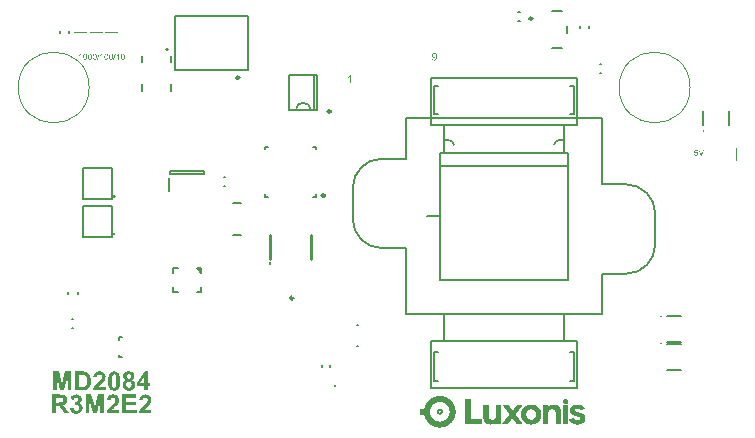
<source format=gto>
G04*
G04 #@! TF.GenerationSoftware,Altium Limited,Altium Designer,23.8.1 (32)*
G04*
G04 Layer_Color=65535*
%FSLAX44Y44*%
%MOMM*%
G71*
G04*
G04 #@! TF.SameCoordinates,734B7F2F-E986-4DD8-8F6E-206143954E38*
G04*
G04*
G04 #@! TF.FilePolarity,Positive*
G04*
G01*
G75*
%ADD10C,0.2540*%
%ADD11C,0.1500*%
%ADD12C,0.2500*%
%ADD13C,0.2000*%
%ADD14C,0.2032*%
%ADD15C,0.0500*%
%ADD16C,0.1270*%
%ADD17C,0.1000*%
G36*
X155000Y114000D02*
X151000Y118000D01*
X155000Y118000D01*
X155000D01*
Y114000D01*
D02*
G37*
G36*
X382993Y7264D02*
X383015Y7242D01*
X383045Y7140D01*
X383059Y-9921D01*
X383081Y-9943D01*
X383140Y-9958D01*
X392709Y-9973D01*
X392760Y-10024D01*
X392746Y-13960D01*
X392709Y-13996D01*
X392592Y-14026D01*
X392534Y-14011D01*
X389885D01*
X378545Y-13996D01*
X378508Y-13960D01*
X378494Y-13901D01*
X378487Y7059D01*
X378501Y7176D01*
X378538Y7228D01*
X378574Y7264D01*
X378677Y7279D01*
X378845Y7272D01*
X382730Y7279D01*
X382774Y7264D01*
X382920Y7279D01*
X382993Y7264D01*
D02*
G37*
G36*
X357270Y9810D02*
X357855Y9796D01*
X357899Y9781D01*
X358126Y9759D01*
X358214Y9744D01*
X358513Y9708D01*
X358616Y9693D01*
X358960Y9671D01*
X359048Y9657D01*
X359106Y9642D01*
X359187Y9620D01*
X359245Y9606D01*
X359347Y9576D01*
X359450Y9561D01*
X359596Y9547D01*
X359808Y9510D01*
X359882Y9481D01*
X360050Y9430D01*
X360152Y9415D01*
X360211Y9401D01*
X360357Y9386D01*
X360547Y9298D01*
X360606Y9283D01*
X360708Y9269D01*
X360767Y9254D01*
X360877Y9232D01*
X361001Y9166D01*
X361103Y9137D01*
X361162Y9123D01*
X361272Y9101D01*
X361513Y8991D01*
X361637Y8969D01*
X361711Y8940D01*
X361732Y8918D01*
X361762Y8903D01*
X361894Y8845D01*
X362003Y8823D01*
X362076Y8793D01*
X362098Y8771D01*
X362128Y8757D01*
X362259Y8698D01*
X362354Y8676D01*
X362406Y8640D01*
X362435Y8611D01*
X362537Y8567D01*
X362632Y8545D01*
X362684Y8523D01*
X362764Y8457D01*
X362859Y8420D01*
X362940Y8398D01*
X362962Y8376D01*
X362991Y8362D01*
X363035Y8318D01*
X363108Y8289D01*
X363167Y8274D01*
X363269Y8215D01*
X363313Y8171D01*
X363386Y8142D01*
X363481Y8106D01*
X363547Y8040D01*
X363576Y8025D01*
X363722Y7967D01*
X363766Y7923D01*
X363796Y7908D01*
X363825Y7879D01*
X363920Y7842D01*
X363971Y7806D01*
X364015Y7762D01*
X364044Y7747D01*
X364205Y7659D01*
X364264Y7601D01*
X364425Y7513D01*
X364469Y7469D01*
X364498Y7455D01*
X364600Y7396D01*
X364688Y7308D01*
X364791Y7250D01*
X364849Y7191D01*
X364981Y7118D01*
X365069Y7030D01*
X365171Y6972D01*
X365193Y6950D01*
X365208Y6920D01*
X365295Y6862D01*
X365347Y6825D01*
X365434Y6737D01*
X365464Y6723D01*
X365544Y6657D01*
X365610Y6591D01*
X365639Y6576D01*
X365720Y6511D01*
X365786Y6445D01*
X365815Y6430D01*
X365932Y6313D01*
X365961Y6298D01*
X366093Y6167D01*
X366122Y6152D01*
X366159Y6116D01*
X366174Y6086D01*
X366225Y6035D01*
X366254Y6021D01*
X366320Y5955D01*
X366334Y5925D01*
X366356Y5903D01*
X366386Y5889D01*
X366451Y5823D01*
X366466Y5794D01*
X366517Y5742D01*
X366547Y5728D01*
X366583Y5691D01*
X366598Y5662D01*
X366744Y5516D01*
X366759Y5487D01*
X366781Y5465D01*
X366810Y5450D01*
X366847Y5413D01*
X366861Y5384D01*
X366927Y5304D01*
X366993Y5238D01*
X367007Y5208D01*
X367037Y5179D01*
X367051Y5150D01*
X367139Y5062D01*
X367154Y5033D01*
X367183Y5004D01*
X367198Y4974D01*
X367285Y4886D01*
X367300Y4857D01*
X367366Y4777D01*
X367417Y4726D01*
X367432Y4696D01*
X367498Y4616D01*
X367549Y4565D01*
X367564Y4535D01*
X367637Y4433D01*
X367681Y4389D01*
X367754Y4257D01*
X367827Y4184D01*
X367900Y4053D01*
X367973Y3979D01*
X368003Y3906D01*
X368017Y3877D01*
X368083Y3796D01*
X368120Y3760D01*
X368156Y3665D01*
X368178Y3643D01*
X368193Y3613D01*
X368237Y3570D01*
X368251Y3540D01*
X368324Y3409D01*
X368390Y3328D01*
X368434Y3211D01*
X368485Y3145D01*
X368500Y3116D01*
X368529Y3087D01*
X368559Y3014D01*
X368617Y2911D01*
X368675Y2823D01*
X368727Y2684D01*
X368763Y2633D01*
X368793Y2604D01*
X368822Y2531D01*
X368873Y2392D01*
X368924Y2341D01*
X368968Y2238D01*
X368983Y2180D01*
X369056Y2048D01*
X369114Y1916D01*
X369137Y1836D01*
X369158Y1785D01*
X369232Y1682D01*
X369261Y1565D01*
X369283Y1485D01*
X369378Y1302D01*
X369422Y1126D01*
X369480Y1024D01*
X369524Y921D01*
X369546Y797D01*
X369561Y724D01*
X369605Y636D01*
X369656Y541D01*
X369671Y482D01*
X369700Y292D01*
X369729Y219D01*
X369788Y87D01*
X369802Y29D01*
X369817Y-74D01*
X369854Y-242D01*
X369912Y-403D01*
X369934Y-483D01*
X369949Y-586D01*
X369963Y-645D01*
X369985Y-813D01*
X370014Y-930D01*
X370036Y-1010D01*
X370080Y-1186D01*
X370109Y-1479D01*
X370131Y-1661D01*
X370161Y-1837D01*
X370175Y-1910D01*
X370190Y-1969D01*
X370205Y-2042D01*
X370227Y-2239D01*
X370241Y-2561D01*
X370256Y-3147D01*
X370271Y-3644D01*
X370256Y-4142D01*
X370234Y-4793D01*
X370219Y-4983D01*
X370190Y-5173D01*
X370175Y-5232D01*
X370146Y-5378D01*
X370124Y-5576D01*
X370109Y-5634D01*
X370088Y-5905D01*
X370073Y-5993D01*
X370044Y-6110D01*
X370007Y-6234D01*
X369978Y-6351D01*
X369963Y-6497D01*
X369949Y-6600D01*
X369934Y-6658D01*
X369883Y-6797D01*
X369846Y-6922D01*
X369817Y-7097D01*
X369795Y-7192D01*
X369751Y-7309D01*
X369714Y-7390D01*
X369685Y-7507D01*
X369663Y-7646D01*
X369634Y-7719D01*
X369568Y-7829D01*
X369546Y-7924D01*
X369532Y-8012D01*
X369517Y-8085D01*
X369488Y-8158D01*
X369466Y-8180D01*
X369451Y-8209D01*
X369407Y-8312D01*
X369371Y-8465D01*
X369297Y-8583D01*
X369276Y-8648D01*
X369232Y-8824D01*
X369166Y-8904D01*
X369129Y-8985D01*
X369107Y-9080D01*
X369078Y-9153D01*
X369056Y-9175D01*
X369041Y-9204D01*
X369012Y-9234D01*
X368983Y-9336D01*
X368946Y-9431D01*
X368910Y-9482D01*
X368851Y-9570D01*
X368829Y-9651D01*
X368800Y-9724D01*
X368778Y-9746D01*
X368763Y-9775D01*
X368734Y-9804D01*
X368705Y-9877D01*
X368668Y-9973D01*
X368632Y-10024D01*
X368602Y-10053D01*
X368588Y-10082D01*
X368544Y-10185D01*
X368500Y-10258D01*
X368456Y-10302D01*
X368442Y-10331D01*
X368412Y-10404D01*
X368354Y-10507D01*
X368310Y-10551D01*
X368295Y-10580D01*
X368207Y-10741D01*
X368163Y-10785D01*
X368076Y-10946D01*
X368017Y-11004D01*
Y-11019D01*
X368010Y-11026D01*
X367944Y-11150D01*
X367885Y-11209D01*
X367871Y-11238D01*
X367776Y-11377D01*
X367754Y-11385D01*
X367739Y-11414D01*
X367681Y-11516D01*
X367622Y-11575D01*
X367607Y-11604D01*
X367578Y-11633D01*
X367520Y-11736D01*
X367432Y-11824D01*
X367388Y-11897D01*
X367300Y-11984D01*
X367256Y-12058D01*
X367168Y-12146D01*
X367154Y-12175D01*
X367088Y-12255D01*
X367022Y-12321D01*
X367007Y-12350D01*
X366978Y-12380D01*
X366964Y-12409D01*
X366876Y-12497D01*
X366861Y-12526D01*
X366715Y-12672D01*
X366700Y-12701D01*
X366649Y-12753D01*
X366620Y-12767D01*
X366598Y-12789D01*
X366583Y-12819D01*
X366437Y-12965D01*
X366422Y-12994D01*
X366386Y-13031D01*
X366356Y-13045D01*
X366305Y-13097D01*
X366291Y-13126D01*
X366269Y-13148D01*
X366239Y-13162D01*
X366078Y-13323D01*
X366049Y-13338D01*
X366027Y-13360D01*
X366012Y-13389D01*
X365961Y-13440D01*
X365932Y-13455D01*
X365815Y-13572D01*
X365786Y-13587D01*
X365756Y-13616D01*
X365727Y-13631D01*
X365639Y-13719D01*
X365610Y-13733D01*
X365581Y-13762D01*
X365551Y-13777D01*
X365464Y-13865D01*
X365434Y-13879D01*
X365354Y-13945D01*
X365288Y-14011D01*
X365215Y-14055D01*
X365127Y-14143D01*
X365054Y-14187D01*
X364981Y-14260D01*
X364952Y-14274D01*
X364849Y-14333D01*
X364776Y-14406D01*
X364747Y-14421D01*
X364644Y-14479D01*
X364622Y-14501D01*
X364615Y-14523D01*
X364586Y-14538D01*
X364557Y-14567D01*
X364454Y-14626D01*
X364410Y-14670D01*
X364381Y-14684D01*
X364220Y-14772D01*
X364161Y-14830D01*
X364001Y-14918D01*
X363957Y-14962D01*
X363854Y-15006D01*
X363825Y-15021D01*
X363744Y-15087D01*
X363722Y-15108D01*
X363664Y-15123D01*
X363532Y-15196D01*
X363488Y-15240D01*
X363342Y-15299D01*
X363313Y-15313D01*
X363284Y-15343D01*
X363254Y-15357D01*
X363225Y-15387D01*
X363042Y-15452D01*
X363005Y-15489D01*
X362976Y-15504D01*
X362947Y-15533D01*
X362888Y-15547D01*
X362793Y-15584D01*
X362713Y-15635D01*
X362684Y-15665D01*
X362581Y-15694D01*
X362523Y-15709D01*
X362420Y-15767D01*
X362391Y-15796D01*
X362318Y-15826D01*
X362223Y-15848D01*
X362150Y-15877D01*
X362098Y-15913D01*
X361967Y-15972D01*
X361857Y-15994D01*
X361784Y-16023D01*
X361732Y-16060D01*
X361630Y-16104D01*
X361572Y-16118D01*
X361476Y-16140D01*
X361403Y-16169D01*
X361220Y-16250D01*
X361118Y-16264D01*
X361059Y-16279D01*
X360869Y-16367D01*
X360752Y-16396D01*
X360613Y-16418D01*
X360555Y-16433D01*
X360394Y-16506D01*
X360335Y-16521D01*
X360262Y-16535D01*
X360145Y-16550D01*
X360006Y-16572D01*
X359933Y-16601D01*
X359838Y-16638D01*
X359721Y-16667D01*
X359457Y-16696D01*
X359296Y-16725D01*
X359238Y-16740D01*
X359157Y-16762D01*
X358982Y-16806D01*
X358747Y-16820D01*
X358492Y-16842D01*
X358374Y-16857D01*
X358287Y-16872D01*
X358089Y-16894D01*
X358031Y-16908D01*
X357628Y-16945D01*
X356216Y-16952D01*
X356172Y-16938D01*
X355872Y-16916D01*
X355741Y-16901D01*
X355550Y-16872D01*
X355462Y-16857D01*
X355331Y-16842D01*
X355155Y-16828D01*
X354819Y-16798D01*
X354745Y-16784D01*
X354570Y-16740D01*
X354490Y-16718D01*
X354387Y-16703D01*
X354329Y-16689D01*
X354116Y-16667D01*
X354043Y-16652D01*
X353985Y-16638D01*
X353868Y-16594D01*
X353743Y-16557D01*
X353597Y-16543D01*
X353538Y-16528D01*
X353443Y-16506D01*
X353370Y-16477D01*
X353246Y-16425D01*
X353143Y-16411D01*
X353085Y-16396D01*
X352975Y-16374D01*
X352807Y-16294D01*
X352690Y-16264D01*
X352536Y-16228D01*
X352412Y-16162D01*
X352309Y-16133D01*
X352251Y-16118D01*
X352170Y-16096D01*
X352119Y-16074D01*
X352031Y-16016D01*
X351929Y-15986D01*
X351870Y-15972D01*
X351775Y-15935D01*
X351687Y-15877D01*
X351622Y-15855D01*
X351519Y-15826D01*
X351446Y-15796D01*
X351344Y-15723D01*
X351227Y-15694D01*
X351124Y-15635D01*
X351036Y-15577D01*
X350978Y-15562D01*
X350883Y-15525D01*
X350831Y-15489D01*
X350802Y-15460D01*
X350729Y-15430D01*
X350612Y-15387D01*
X350532Y-15321D01*
X350451Y-15284D01*
X350356Y-15247D01*
X350305Y-15211D01*
X350261Y-15167D01*
X350188Y-15138D01*
X350056Y-15065D01*
X350012Y-15021D01*
X349939Y-14991D01*
X349866Y-14948D01*
X349836Y-14918D01*
X349807Y-14904D01*
X349778Y-14874D01*
X349719Y-14860D01*
X349617Y-14787D01*
X349573Y-14743D01*
X349441Y-14670D01*
X349361Y-14604D01*
X349236Y-14538D01*
X349149Y-14450D01*
X349046Y-14391D01*
X348988Y-14333D01*
X348959Y-14318D01*
X348856Y-14260D01*
X348805Y-14223D01*
X348790Y-14194D01*
X348703Y-14136D01*
X348651Y-14099D01*
X348563Y-14011D01*
X348490Y-13967D01*
X348417Y-13894D01*
X348388Y-13879D01*
X348359Y-13850D01*
X348329Y-13836D01*
X348242Y-13748D01*
X348212Y-13733D01*
X348183Y-13704D01*
X348154Y-13689D01*
X348051Y-13587D01*
X348022Y-13572D01*
X347971Y-13536D01*
X347956Y-13506D01*
X347905Y-13455D01*
X347876Y-13440D01*
X347729Y-13294D01*
X347700Y-13280D01*
X347663Y-13243D01*
X347649Y-13214D01*
X347612Y-13177D01*
X347583Y-13162D01*
X347503Y-13082D01*
X347488Y-13053D01*
X347437Y-13016D01*
X347371Y-12950D01*
X347356Y-12921D01*
X347334Y-12899D01*
X347305Y-12884D01*
X347239Y-12819D01*
X347225Y-12789D01*
X347159Y-12723D01*
X347137Y-12716D01*
X347122Y-12687D01*
X347093Y-12658D01*
X347078Y-12628D01*
X347042Y-12592D01*
X347012Y-12577D01*
X346991Y-12555D01*
X346976Y-12526D01*
X346947Y-12497D01*
X346932Y-12467D01*
X346829Y-12365D01*
X346815Y-12336D01*
X346727Y-12248D01*
X346712Y-12219D01*
X346683Y-12189D01*
X346669Y-12160D01*
X346603Y-12080D01*
X346537Y-12014D01*
X346522Y-11984D01*
X346456Y-11904D01*
X346427Y-11889D01*
X346354Y-11772D01*
X346273Y-11692D01*
X346215Y-11589D01*
X346149Y-11509D01*
X346127Y-11487D01*
X346069Y-11385D01*
X345995Y-11312D01*
X345922Y-11180D01*
X345864Y-11121D01*
X345776Y-10960D01*
X345717Y-10902D01*
X345630Y-10741D01*
X345586Y-10697D01*
X345542Y-10594D01*
X345527Y-10565D01*
X345491Y-10514D01*
X345461Y-10499D01*
X345396Y-10346D01*
X345381Y-10316D01*
X345322Y-10258D01*
X345308Y-10229D01*
X345264Y-10126D01*
X345205Y-10024D01*
X345162Y-9980D01*
X345132Y-9907D01*
X345110Y-9826D01*
X345088Y-9804D01*
X345074Y-9775D01*
X345044Y-9746D01*
X345030Y-9717D01*
X344986Y-9614D01*
X344971Y-9556D01*
X344869Y-9409D01*
X344840Y-9292D01*
X344781Y-9190D01*
X344723Y-9102D01*
X344701Y-8992D01*
X344671Y-8919D01*
X344649Y-8897D01*
X344635Y-8868D01*
X344605Y-8839D01*
X344576Y-8736D01*
X344554Y-8641D01*
X344525Y-8568D01*
X344488Y-8531D01*
X344459Y-8458D01*
X344430Y-8356D01*
X344408Y-8261D01*
X344313Y-8078D01*
X344291Y-7983D01*
X344276Y-7895D01*
X344247Y-7822D01*
X344166Y-7639D01*
X344152Y-7536D01*
X344137Y-7478D01*
X344115Y-7397D01*
X344086Y-7324D01*
X344049Y-7244D01*
X344020Y-7141D01*
X344006Y-6995D01*
X343991Y-6936D01*
X343969Y-6856D01*
X343940Y-6783D01*
X343903Y-6688D01*
X343888Y-6629D01*
X343874Y-6527D01*
X343852Y-6344D01*
X343837Y-6271D01*
X343808Y-6197D01*
X343779Y-6168D01*
X343705Y-6139D01*
X343603Y-6124D01*
X339850Y-6132D01*
X339806Y-6088D01*
X339791Y-5985D01*
X339806Y-5941D01*
X339799Y-1091D01*
X339813Y-1032D01*
X339887Y-1003D01*
X340069Y-1010D01*
X343545Y-1003D01*
X343588Y-1018D01*
X343647Y-1003D01*
X343735Y-988D01*
X343815Y-922D01*
X343844Y-849D01*
X343859Y-703D01*
X343874Y-601D01*
X343896Y-462D01*
X343925Y-388D01*
X343976Y-264D01*
X344006Y-88D01*
X344027Y36D01*
X344042Y94D01*
X344123Y277D01*
X344137Y336D01*
X344152Y438D01*
X344166Y497D01*
X344188Y577D01*
X344210Y599D01*
X344269Y731D01*
X344305Y899D01*
X344320Y958D01*
X344415Y1141D01*
X344452Y1309D01*
X344562Y1521D01*
X344598Y1675D01*
X344649Y1755D01*
X344708Y1887D01*
X344730Y1967D01*
X344781Y2048D01*
X344840Y2136D01*
X344861Y2245D01*
X344935Y2362D01*
X344971Y2428D01*
X345022Y2567D01*
X345059Y2618D01*
X345088Y2648D01*
X345132Y2750D01*
X345147Y2809D01*
X345264Y2984D01*
X345300Y3079D01*
X345337Y3131D01*
X345381Y3175D01*
X345410Y3248D01*
X345447Y3343D01*
X345527Y3423D01*
X345571Y3526D01*
X345586Y3555D01*
X345615Y3584D01*
X345630Y3613D01*
X345674Y3657D01*
X345710Y3753D01*
X345783Y3840D01*
X345820Y3877D01*
X345856Y3972D01*
X345893Y4009D01*
X345908Y4038D01*
X345952Y4082D01*
X346010Y4184D01*
X346032Y4221D01*
X346061Y4235D01*
X346164Y4396D01*
X346230Y4462D01*
X346244Y4491D01*
X346303Y4594D01*
X346354Y4630D01*
X346434Y4755D01*
X346537Y4857D01*
X346581Y4930D01*
X346669Y5018D01*
X346683Y5048D01*
X346749Y5128D01*
X346815Y5194D01*
X346829Y5223D01*
X346895Y5304D01*
X346976Y5384D01*
X346991Y5413D01*
X347108Y5530D01*
X347122Y5560D01*
X347173Y5611D01*
X347203Y5626D01*
X347225Y5647D01*
X347239Y5677D01*
X347268Y5706D01*
X347276Y5728D01*
X347305Y5742D01*
X347400Y5838D01*
X347415Y5867D01*
X347503Y5940D01*
X347532Y5969D01*
X347547Y5999D01*
X347568Y6021D01*
X347598Y6035D01*
X347744Y6181D01*
X347773Y6196D01*
X347810Y6233D01*
X347825Y6262D01*
X347861Y6298D01*
X347890Y6313D01*
X348007Y6430D01*
X348037Y6445D01*
X348066Y6474D01*
X348095Y6489D01*
X348183Y6576D01*
X348212Y6591D01*
X348242Y6621D01*
X348271Y6635D01*
X348373Y6737D01*
X348446Y6781D01*
X348534Y6869D01*
X348563Y6884D01*
X348644Y6950D01*
X348695Y7001D01*
X348724Y7016D01*
X348805Y7081D01*
X348856Y7133D01*
X348988Y7206D01*
X349061Y7279D01*
X349185Y7345D01*
X349200Y7374D01*
X349236Y7411D01*
X349398Y7498D01*
X349441Y7542D01*
X349471Y7557D01*
X349602Y7630D01*
X349624Y7652D01*
X349632Y7674D01*
X349661Y7689D01*
X349822Y7776D01*
X349866Y7820D01*
X349895Y7835D01*
X350056Y7923D01*
X350100Y7967D01*
X350246Y8025D01*
X350327Y8091D01*
X350349Y8113D01*
X350509Y8171D01*
X350590Y8237D01*
X350671Y8274D01*
X350766Y8310D01*
X350817Y8347D01*
X350905Y8406D01*
X351000Y8428D01*
X351117Y8501D01*
X351139Y8523D01*
X351212Y8552D01*
X351307Y8574D01*
X351424Y8647D01*
X351505Y8684D01*
X351563Y8698D01*
X351702Y8749D01*
X351739Y8786D01*
X351841Y8830D01*
X351995Y8867D01*
X352046Y8888D01*
X352134Y8947D01*
X352207Y8976D01*
X352331Y8998D01*
X352390Y9013D01*
X352543Y9093D01*
X352646Y9123D01*
X352756Y9145D01*
X352814Y9159D01*
X352982Y9240D01*
X353041Y9254D01*
X353195Y9276D01*
X353253Y9291D01*
X353326Y9320D01*
X353451Y9371D01*
X353509Y9386D01*
X353714Y9415D01*
X353809Y9437D01*
X353882Y9467D01*
X354051Y9518D01*
X354153Y9532D01*
X354212Y9547D01*
X354416Y9561D01*
X354460Y9576D01*
X354555Y9598D01*
X354614Y9613D01*
X354694Y9635D01*
X354753Y9649D01*
X354855Y9664D01*
X354914Y9679D01*
X355272Y9701D01*
X355419Y9715D01*
X355609Y9744D01*
X355682Y9759D01*
X355799Y9774D01*
X355960Y9788D01*
X356150Y9803D01*
X356531Y9818D01*
X357226Y9825D01*
X357270Y9810D01*
D02*
G37*
G36*
X408834Y2114D02*
X408871Y2077D01*
X408885Y1975D01*
X408871Y1785D01*
X408878Y-13865D01*
X408863Y-13952D01*
X408834Y-13996D01*
X408775Y-14011D01*
X404678Y-13996D01*
X404656Y-13974D01*
X404627Y-13901D01*
X404613Y-12585D01*
X404561Y-12577D01*
X404430Y-12650D01*
X404393Y-12687D01*
X404378Y-12716D01*
X404327Y-12767D01*
X404298Y-12782D01*
X404181Y-12899D01*
X404152Y-12914D01*
X404071Y-12980D01*
X404020Y-13031D01*
X403918Y-13089D01*
X403844Y-13162D01*
X403713Y-13236D01*
X403639Y-13309D01*
X403479Y-13397D01*
X403435Y-13440D01*
X403362Y-13470D01*
X403259Y-13528D01*
X403215Y-13572D01*
X403142Y-13601D01*
X403047Y-13638D01*
X402996Y-13674D01*
X402908Y-13733D01*
X402827Y-13755D01*
X402732Y-13792D01*
X402630Y-13865D01*
X402549Y-13887D01*
X402432Y-13916D01*
X402249Y-14011D01*
X402081Y-14048D01*
X402023Y-14062D01*
X401854Y-14143D01*
X401679Y-14172D01*
X401620Y-14187D01*
X401510Y-14209D01*
X401298Y-14274D01*
X401240Y-14289D01*
X401093Y-14304D01*
X400991Y-14318D01*
X400764Y-14340D01*
X400647Y-14355D01*
X400450Y-14377D01*
X400391Y-14391D01*
X400069Y-14406D01*
X399367Y-14391D01*
X399323Y-14377D01*
X399096Y-14355D01*
X398899Y-14333D01*
X398796Y-14318D01*
X398540Y-14296D01*
X398452Y-14282D01*
X398335Y-14253D01*
X398269Y-14231D01*
X398167Y-14201D01*
X398108Y-14187D01*
X397896Y-14150D01*
X397838Y-14136D01*
X397750Y-14092D01*
X397677Y-14062D01*
X397596Y-14040D01*
X397487Y-14018D01*
X397428Y-14004D01*
X397245Y-13909D01*
X397187Y-13894D01*
X397106Y-13872D01*
X396989Y-13799D01*
X396909Y-13762D01*
X396850Y-13748D01*
X396718Y-13674D01*
X396689Y-13645D01*
X396616Y-13616D01*
X396484Y-13543D01*
X396455Y-13514D01*
X396426Y-13499D01*
X396265Y-13411D01*
X396206Y-13353D01*
X396104Y-13294D01*
X396045Y-13236D01*
X396016Y-13221D01*
X395928Y-13162D01*
X395899Y-13148D01*
X395811Y-13060D01*
X395782Y-13045D01*
X395701Y-12980D01*
X395621Y-12899D01*
X395592Y-12884D01*
X395541Y-12833D01*
X395526Y-12804D01*
X395504Y-12782D01*
X395475Y-12767D01*
X395394Y-12687D01*
X395379Y-12658D01*
X395343Y-12621D01*
X395314Y-12606D01*
X395277Y-12570D01*
X395262Y-12541D01*
X395145Y-12423D01*
X395131Y-12394D01*
X395065Y-12314D01*
X395014Y-12263D01*
X394940Y-12131D01*
X394867Y-12058D01*
X394853Y-12028D01*
X394758Y-11889D01*
X394721Y-11853D01*
X394692Y-11780D01*
X394626Y-11670D01*
X394604Y-11663D01*
X394589Y-11633D01*
X394546Y-11531D01*
X394487Y-11429D01*
X394443Y-11385D01*
X394414Y-11282D01*
X394377Y-11187D01*
X394326Y-11136D01*
X394282Y-11033D01*
X394267Y-10946D01*
X394194Y-10814D01*
X394150Y-10711D01*
X394128Y-10616D01*
X394114Y-10558D01*
X394085Y-10485D01*
X394033Y-10390D01*
X394004Y-10273D01*
X393989Y-10170D01*
X393975Y-10112D01*
X393924Y-9973D01*
X393887Y-9877D01*
X393872Y-9775D01*
X393858Y-9717D01*
X393836Y-9534D01*
X393821Y-9446D01*
X393763Y-9212D01*
X393741Y-9014D01*
X393726Y-8868D01*
X393711Y-8634D01*
X393697Y-8048D01*
X393682Y-7946D01*
X393675Y2011D01*
X393689Y2070D01*
X393733Y2114D01*
X393836Y2128D01*
X398167Y2114D01*
X398204Y2077D01*
X398218Y2019D01*
X398211Y1836D01*
X398226Y-7749D01*
X398240Y-7880D01*
X398255Y-7968D01*
X398291Y-8092D01*
X398321Y-8195D01*
X398350Y-8312D01*
X398364Y-8429D01*
X398482Y-8678D01*
X398504Y-8758D01*
X398533Y-8831D01*
X398599Y-8897D01*
X398635Y-8992D01*
X398665Y-9065D01*
X398745Y-9146D01*
X398760Y-9175D01*
X398833Y-9277D01*
X398891Y-9336D01*
X398906Y-9365D01*
X398935Y-9395D01*
X398950Y-9424D01*
X399103Y-9578D01*
X399133Y-9592D01*
X399147Y-9621D01*
X399177Y-9636D01*
X399221Y-9680D01*
X399250Y-9695D01*
X399279Y-9724D01*
X399301Y-9731D01*
X399316Y-9761D01*
X399338Y-9782D01*
X399367Y-9797D01*
X399469Y-9855D01*
X399528Y-9914D01*
X399557Y-9929D01*
X399660Y-9973D01*
X399762Y-10031D01*
X399835Y-10075D01*
X399938Y-10104D01*
X399996Y-10119D01*
X400215Y-10221D01*
X400318Y-10236D01*
X400457Y-10258D01*
X400530Y-10273D01*
X400589Y-10287D01*
X400669Y-10309D01*
X400772Y-10324D01*
X400830Y-10338D01*
X400976Y-10353D01*
X401269Y-10368D01*
X401284D01*
X401606Y-10353D01*
X401664Y-10338D01*
X401803Y-10316D01*
X401876Y-10302D01*
X402052Y-10258D01*
X402140Y-10243D01*
X402257Y-10229D01*
X402374Y-10185D01*
X402527Y-10119D01*
X402645Y-10090D01*
X402776Y-10016D01*
X402996Y-9899D01*
X403098Y-9826D01*
X403200Y-9768D01*
X403259Y-9709D01*
X403288Y-9695D01*
X403398Y-9614D01*
X403413Y-9585D01*
X403449Y-9548D01*
X403479Y-9534D01*
X403559Y-9453D01*
X403574Y-9424D01*
X403596Y-9402D01*
X403625Y-9387D01*
X403676Y-9336D01*
X403720Y-9263D01*
X403793Y-9190D01*
X403808Y-9161D01*
X403881Y-9029D01*
X403939Y-8970D01*
X403969Y-8897D01*
X404005Y-8802D01*
X404042Y-8765D01*
X404057Y-8736D01*
X404100Y-8634D01*
X404115Y-8575D01*
X404166Y-8436D01*
X404188Y-8414D01*
X404217Y-8341D01*
X404232Y-8283D01*
X404276Y-7975D01*
X404291Y-7917D01*
X404320Y-7741D01*
X404334Y-7683D01*
X404349Y-7317D01*
X404342Y2041D01*
X404378Y2092D01*
X404459Y2128D01*
X408834Y2114D01*
D02*
G37*
G36*
X426905D02*
X426941Y2077D01*
X426927Y2004D01*
X426883Y1960D01*
X426868Y1931D01*
X426766Y1828D01*
X426751Y1799D01*
X426671Y1675D01*
X426641Y1660D01*
X426539Y1499D01*
X426488Y1448D01*
X426473Y1419D01*
X426378Y1280D01*
X426349Y1265D01*
X426261Y1119D01*
X426232Y1104D01*
X426210Y1082D01*
X426195Y1053D01*
X426137Y950D01*
X426063Y877D01*
X426049Y848D01*
X425968Y724D01*
X425939Y709D01*
X425917Y687D01*
X425902Y658D01*
X425829Y555D01*
X425785Y512D01*
X425771Y482D01*
X425712Y380D01*
X425639Y307D01*
X425625Y277D01*
X425551Y175D01*
X425493Y116D01*
X425478Y87D01*
X425405Y-15D01*
X425361Y-59D01*
X425346Y-88D01*
X425288Y-191D01*
X425215Y-264D01*
X425200Y-293D01*
X425127Y-396D01*
X425069Y-454D01*
X425054Y-483D01*
X424981Y-586D01*
X424951Y-615D01*
X424937Y-645D01*
X424878Y-732D01*
X424864Y-762D01*
X424790Y-835D01*
X424776Y-864D01*
X424703Y-966D01*
X424644Y-1025D01*
X424586Y-1127D01*
X424527Y-1186D01*
X424512Y-1215D01*
X424417Y-1354D01*
X424366Y-1405D01*
X424352Y-1435D01*
X424278Y-1537D01*
X424220Y-1596D01*
X424161Y-1698D01*
X424103Y-1757D01*
X424088Y-1786D01*
X424030Y-1888D01*
X423942Y-1976D01*
X423927Y-2005D01*
X423854Y-2108D01*
X423796Y-2166D01*
X423737Y-2269D01*
X423678Y-2327D01*
X423664Y-2357D01*
X423605Y-2459D01*
X423554Y-2510D01*
X423547Y-2517D01*
X423517Y-2547D01*
X423503Y-2576D01*
X423430Y-2678D01*
X423371Y-2737D01*
X423313Y-2839D01*
X423269Y-2883D01*
X423254Y-2912D01*
X423225Y-2942D01*
X423166Y-3044D01*
X423093Y-3117D01*
X423078Y-3147D01*
X423005Y-3249D01*
X422947Y-3308D01*
X422888Y-3410D01*
X422830Y-3469D01*
X422815Y-3498D01*
X422757Y-3600D01*
X422669Y-3688D01*
X422654Y-3717D01*
X422552Y-3849D01*
X422493Y-3937D01*
X422479Y-3966D01*
X422405Y-4039D01*
X422391Y-4068D01*
X422332Y-4171D01*
X422244Y-4259D01*
X422230Y-4288D01*
X422164Y-4368D01*
X422142Y-4390D01*
X422127Y-4420D01*
X422032Y-4559D01*
X421996Y-4595D01*
X421981Y-4624D01*
X421952Y-4654D01*
X421901Y-4749D01*
X421871Y-4764D01*
X421849Y-4785D01*
X421835Y-4815D01*
X421762Y-4917D01*
X421718Y-4961D01*
X421703Y-4990D01*
X421608Y-5129D01*
X421571Y-5166D01*
X421557Y-5195D01*
X421454Y-5327D01*
X421410Y-5371D01*
X421352Y-5473D01*
X421293Y-5532D01*
X421279Y-5561D01*
X421220Y-5663D01*
X421132Y-5751D01*
X421118Y-5780D01*
X421088Y-5854D01*
X421103Y-5985D01*
X421169Y-6066D01*
X421220Y-6117D01*
X421293Y-6249D01*
X421381Y-6337D01*
X421440Y-6439D01*
X421462Y-6461D01*
X421484Y-6468D01*
X421498Y-6497D01*
X421527Y-6527D01*
X421586Y-6629D01*
X421645Y-6688D01*
X421659Y-6717D01*
X421754Y-6856D01*
X421805Y-6907D01*
X421849Y-6980D01*
X421922Y-7053D01*
X421937Y-7083D01*
X422010Y-7185D01*
X422040Y-7214D01*
X422054Y-7244D01*
X422084Y-7273D01*
X422142Y-7375D01*
X422215Y-7448D01*
X422274Y-7551D01*
X422361Y-7639D01*
X422420Y-7741D01*
X422479Y-7800D01*
X422493Y-7829D01*
X422588Y-7968D01*
X422640Y-8019D01*
X422654Y-8048D01*
X422705Y-8129D01*
X422735Y-8144D01*
X422757Y-8166D01*
X422771Y-8195D01*
X422866Y-8334D01*
X422918Y-8385D01*
X422976Y-8487D01*
X423049Y-8561D01*
X423064Y-8590D01*
X423137Y-8692D01*
X423196Y-8751D01*
X423254Y-8853D01*
X423327Y-8926D01*
X423400Y-9058D01*
X423488Y-9146D01*
X423547Y-9248D01*
X423569Y-9270D01*
X423591Y-9277D01*
X423605Y-9307D01*
X423678Y-9409D01*
X423693Y-9438D01*
X423752Y-9497D01*
X423766Y-9526D01*
X423847Y-9651D01*
X423869Y-9658D01*
X423883Y-9687D01*
X423913Y-9717D01*
X423956Y-9790D01*
X424030Y-9863D01*
X424044Y-9892D01*
X424117Y-9995D01*
X424161Y-10038D01*
X424176Y-10068D01*
X424235Y-10170D01*
X424322Y-10258D01*
X424381Y-10360D01*
X424469Y-10448D01*
X424527Y-10551D01*
X424586Y-10609D01*
X424600Y-10638D01*
X424695Y-10777D01*
X424747Y-10829D01*
X424761Y-10858D01*
X424827Y-10938D01*
X424864Y-10975D01*
X424878Y-11004D01*
X424973Y-11143D01*
X425025Y-11194D01*
X425083Y-11297D01*
X425156Y-11370D01*
X425171Y-11399D01*
X425244Y-11502D01*
X425303Y-11560D01*
X425361Y-11663D01*
X425434Y-11736D01*
X425508Y-11868D01*
X425595Y-11955D01*
X425654Y-12058D01*
X425676Y-12080D01*
X425698Y-12087D01*
X425712Y-12116D01*
X425771Y-12204D01*
X425785Y-12233D01*
X425859Y-12306D01*
X425873Y-12336D01*
X425946Y-12438D01*
X425990Y-12482D01*
X426005Y-12511D01*
X426078Y-12614D01*
X426137Y-12672D01*
X426151Y-12701D01*
X426225Y-12804D01*
X426268Y-12848D01*
X426283Y-12877D01*
X426342Y-12980D01*
X426429Y-13067D01*
X426488Y-13170D01*
X426576Y-13258D01*
X426634Y-13360D01*
X426707Y-13433D01*
X426781Y-13565D01*
X426854Y-13638D01*
X426868Y-13667D01*
X426934Y-13748D01*
X426971Y-13784D01*
X426985Y-13814D01*
X427044Y-13901D01*
X427058Y-13960D01*
X427022Y-13996D01*
X426963Y-14011D01*
X422201Y-14018D01*
X422142Y-14004D01*
X422098Y-13960D01*
X422084Y-13931D01*
X421966Y-13814D01*
X421908Y-13711D01*
X421849Y-13653D01*
X421835Y-13623D01*
X421740Y-13484D01*
X421674Y-13418D01*
X421630Y-13345D01*
X421557Y-13272D01*
X421498Y-13170D01*
X421432Y-13089D01*
X421410Y-13067D01*
X421396Y-13038D01*
X421323Y-12936D01*
X421264Y-12877D01*
X421206Y-12775D01*
X421118Y-12687D01*
X421059Y-12585D01*
X421001Y-12526D01*
X420986Y-12497D01*
X420906Y-12372D01*
X420876Y-12358D01*
X420811Y-12263D01*
X420796Y-12233D01*
X420708Y-12146D01*
X420649Y-12043D01*
X420628Y-12006D01*
X420606Y-11999D01*
X420591Y-11970D01*
X420562Y-11941D01*
X420503Y-11838D01*
X420415Y-11750D01*
X420357Y-11648D01*
X420335Y-11626D01*
X420313Y-11619D01*
X420298Y-11589D01*
X420240Y-11502D01*
X420225Y-11472D01*
X420152Y-11399D01*
X420137Y-11370D01*
X420057Y-11246D01*
X420028Y-11231D01*
X419969Y-11143D01*
X419933Y-11092D01*
X419859Y-11019D01*
X419801Y-10916D01*
X419742Y-10858D01*
X419728Y-10829D01*
X419633Y-10690D01*
X419581Y-10638D01*
X419567Y-10609D01*
X419501Y-10514D01*
X419472Y-10499D01*
X419450Y-10477D01*
X419391Y-10375D01*
X419325Y-10295D01*
X419303Y-10273D01*
X419289Y-10243D01*
X419216Y-10141D01*
X419172Y-10097D01*
X419157Y-10068D01*
X419084Y-9965D01*
X419011Y-9892D01*
X418952Y-9790D01*
X418879Y-9717D01*
X418806Y-9585D01*
X418733Y-9512D01*
X418674Y-9409D01*
X418623Y-9373D01*
X418543Y-9248D01*
X418469Y-9175D01*
X418455Y-9146D01*
X418360Y-9007D01*
X418257Y-8963D01*
X418184Y-9007D01*
X418111Y-9124D01*
X418045Y-9190D01*
X417986Y-9292D01*
X417921Y-9373D01*
X417884Y-9409D01*
X417826Y-9512D01*
X417803Y-9534D01*
X417782Y-9541D01*
X417767Y-9570D01*
X417738Y-9599D01*
X417694Y-9673D01*
X417621Y-9746D01*
X417562Y-9848D01*
X417489Y-9921D01*
X417474Y-9951D01*
X417394Y-10075D01*
X417365Y-10090D01*
X417343Y-10112D01*
X417328Y-10141D01*
X417255Y-10243D01*
X417196Y-10302D01*
X417182Y-10331D01*
X417108Y-10433D01*
X417050Y-10492D01*
X416991Y-10594D01*
X416918Y-10668D01*
X416860Y-10770D01*
X416772Y-10858D01*
X416757Y-10887D01*
X416655Y-11019D01*
X416626Y-11048D01*
X416567Y-11150D01*
X416494Y-11224D01*
X416435Y-11326D01*
X416348Y-11414D01*
X416333Y-11443D01*
X416267Y-11524D01*
X416231Y-11560D01*
X416216Y-11589D01*
X416121Y-11728D01*
X416070Y-11780D01*
X416011Y-11882D01*
X415923Y-11970D01*
X415909Y-11999D01*
X415843Y-12080D01*
X415792Y-12131D01*
X415733Y-12233D01*
X415675Y-12292D01*
X415660Y-12321D01*
X415601Y-12409D01*
X415587Y-12438D01*
X415499Y-12526D01*
X415455Y-12599D01*
X415367Y-12687D01*
X415309Y-12789D01*
X415236Y-12862D01*
X415221Y-12892D01*
X415126Y-13031D01*
X415075Y-13082D01*
X415031Y-13155D01*
X414943Y-13243D01*
X414884Y-13345D01*
X414811Y-13418D01*
X414797Y-13448D01*
X414724Y-13550D01*
X414679Y-13594D01*
X414665Y-13623D01*
X414592Y-13726D01*
X414519Y-13799D01*
X414460Y-13901D01*
X414438Y-13923D01*
X414409Y-13938D01*
X414350Y-13996D01*
X414233Y-14026D01*
X414131Y-14011D01*
X409675Y-14018D01*
X409624Y-13996D01*
X409617Y-13916D01*
X409719Y-13814D01*
X409778Y-13711D01*
X409851Y-13638D01*
X409924Y-13506D01*
X409997Y-13433D01*
X410012Y-13404D01*
X410078Y-13323D01*
X410129Y-13272D01*
X410187Y-13170D01*
X410261Y-13097D01*
X410334Y-12965D01*
X410421Y-12877D01*
X410480Y-12775D01*
X410531Y-12738D01*
X410612Y-12614D01*
X410634Y-12577D01*
X410656Y-12570D01*
X410670Y-12541D01*
X410700Y-12511D01*
X410758Y-12409D01*
X410831Y-12336D01*
X410846Y-12306D01*
X410919Y-12204D01*
X410978Y-12146D01*
X411036Y-12043D01*
X411109Y-11970D01*
X411124Y-11941D01*
X411197Y-11838D01*
X411241Y-11794D01*
X411256Y-11765D01*
X411329Y-11663D01*
X411387Y-11604D01*
X411402Y-11575D01*
X411475Y-11472D01*
X411534Y-11414D01*
X411592Y-11312D01*
X411658Y-11231D01*
X411680Y-11209D01*
X411695Y-11180D01*
X411760Y-11085D01*
X411790Y-11070D01*
X411812Y-11048D01*
X411870Y-10946D01*
X411943Y-10872D01*
X411958Y-10843D01*
X412053Y-10704D01*
X412104Y-10653D01*
X412163Y-10551D01*
X412251Y-10463D01*
X412295Y-10390D01*
X412353Y-10331D01*
X412368Y-10302D01*
X412463Y-10163D01*
X412514Y-10112D01*
X412529Y-10082D01*
X412602Y-9980D01*
X412660Y-9921D01*
X412719Y-9819D01*
X412807Y-9731D01*
X412865Y-9629D01*
X412938Y-9556D01*
X413012Y-9424D01*
X413033Y-9402D01*
X413063Y-9387D01*
X413143Y-9263D01*
X413216Y-9190D01*
X413231Y-9161D01*
X413326Y-9021D01*
X413363Y-8985D01*
X413377Y-8956D01*
X413450Y-8853D01*
X413509Y-8795D01*
X413553Y-8722D01*
X413626Y-8648D01*
X413641Y-8619D01*
X413736Y-8480D01*
X413787Y-8429D01*
X413845Y-8326D01*
X413919Y-8253D01*
X413933Y-8224D01*
X414036Y-8092D01*
X414065Y-8063D01*
X414080Y-8034D01*
X414182Y-7902D01*
X414211Y-7873D01*
X414270Y-7770D01*
X414328Y-7712D01*
X414343Y-7683D01*
X414445Y-7551D01*
X414489Y-7507D01*
X414548Y-7405D01*
X414621Y-7332D01*
X414694Y-7200D01*
X414782Y-7112D01*
X414826Y-7039D01*
X414899Y-6966D01*
X414958Y-6863D01*
X415031Y-6790D01*
X415045Y-6761D01*
X415140Y-6622D01*
X415192Y-6571D01*
X415250Y-6468D01*
X415338Y-6380D01*
X415404Y-6271D01*
X415433Y-6256D01*
X415492Y-6168D01*
X415543Y-6088D01*
X415601Y-6029D01*
X415616Y-6000D01*
X415689Y-5897D01*
X415748Y-5839D01*
X415762Y-5810D01*
X415821Y-5678D01*
X415806Y-5620D01*
X415748Y-5517D01*
X415645Y-5415D01*
X415587Y-5312D01*
X415513Y-5239D01*
X415499Y-5210D01*
X415404Y-5071D01*
X415353Y-5020D01*
X415294Y-4917D01*
X415250Y-4888D01*
X415236Y-4859D01*
X415133Y-4727D01*
X415104Y-4698D01*
X415089Y-4668D01*
X415031Y-4566D01*
X414943Y-4478D01*
X414884Y-4376D01*
X414811Y-4303D01*
X414797Y-4273D01*
X414724Y-4171D01*
X414665Y-4112D01*
X414606Y-4010D01*
X414548Y-3951D01*
X414533Y-3922D01*
X414438Y-3783D01*
X414409Y-3769D01*
X414328Y-3644D01*
X414270Y-3586D01*
X414255Y-3556D01*
X414197Y-3469D01*
X414182Y-3439D01*
X414109Y-3366D01*
X414094Y-3337D01*
X414021Y-3234D01*
X413963Y-3176D01*
X413904Y-3074D01*
X413816Y-2986D01*
X413758Y-2883D01*
X413699Y-2825D01*
X413685Y-2795D01*
X413589Y-2656D01*
X413568Y-2649D01*
X413553Y-2620D01*
X413524Y-2591D01*
X413480Y-2517D01*
X413421Y-2459D01*
X413406Y-2430D01*
X413311Y-2291D01*
X413260Y-2239D01*
X413202Y-2137D01*
X413129Y-2064D01*
X413114Y-2035D01*
X413041Y-1932D01*
X412982Y-1874D01*
X412924Y-1771D01*
X412865Y-1713D01*
X412850Y-1683D01*
X412792Y-1596D01*
X412777Y-1566D01*
X412755Y-1544D01*
X412733Y-1537D01*
X412719Y-1508D01*
X412690Y-1479D01*
X412646Y-1405D01*
X412573Y-1332D01*
X412558Y-1303D01*
X412499Y-1200D01*
X412426Y-1127D01*
X412411Y-1098D01*
X412338Y-996D01*
X412280Y-937D01*
X412221Y-835D01*
X412133Y-747D01*
X412075Y-645D01*
X412016Y-586D01*
X412002Y-557D01*
X411907Y-418D01*
X411841Y-352D01*
X411797Y-279D01*
X411724Y-205D01*
X411651Y-74D01*
X411577Y-1D01*
X411519Y102D01*
X411431Y190D01*
X411373Y292D01*
X411300Y365D01*
X411285Y394D01*
X411212Y497D01*
X411168Y541D01*
X411153Y570D01*
X411095Y672D01*
X411007Y760D01*
X410992Y790D01*
X410926Y870D01*
X410890Y907D01*
X410875Y936D01*
X410780Y1075D01*
X410729Y1126D01*
X410670Y1229D01*
X410597Y1302D01*
X410583Y1331D01*
X410509Y1433D01*
X410451Y1492D01*
X410392Y1594D01*
X410319Y1667D01*
X410246Y1799D01*
X410173Y1872D01*
X410158Y1901D01*
X410041Y2019D01*
X410056Y2106D01*
X410136Y2128D01*
X415009Y2114D01*
X415060Y2077D01*
X415104Y2004D01*
X415192Y1916D01*
X415250Y1814D01*
X415294Y1770D01*
X415309Y1741D01*
X415338Y1711D01*
X415396Y1609D01*
X415470Y1536D01*
X415528Y1433D01*
X415616Y1346D01*
X415675Y1243D01*
X415748Y1170D01*
X415821Y1038D01*
X415909Y950D01*
X415960Y855D01*
X415989Y841D01*
X416026Y804D01*
X416084Y702D01*
X416150Y621D01*
X416172Y599D01*
X416231Y497D01*
X416304Y424D01*
X416318Y394D01*
X416391Y292D01*
X416450Y234D01*
X416465Y204D01*
X416538Y102D01*
X416582Y58D01*
X416596Y29D01*
X416655Y-74D01*
X416743Y-162D01*
X416801Y-264D01*
X416823Y-286D01*
X416852Y-301D01*
X416955Y-462D01*
X417021Y-527D01*
X417079Y-630D01*
X417138Y-688D01*
X417152Y-718D01*
X417226Y-820D01*
X417299Y-893D01*
X417357Y-996D01*
X417416Y-1054D01*
X417430Y-1083D01*
X417489Y-1186D01*
X417577Y-1274D01*
X417635Y-1376D01*
X417723Y-1464D01*
X417782Y-1566D01*
X417855Y-1639D01*
X417928Y-1771D01*
X418016Y-1859D01*
X418060Y-1932D01*
X418133Y-2005D01*
X418147Y-2035D01*
X418221Y-2137D01*
X418250Y-2166D01*
X418265Y-2195D01*
X418294Y-2225D01*
X418352Y-2327D01*
X418425Y-2400D01*
X418469Y-2474D01*
X418535Y-2554D01*
X418594Y-2612D01*
X418652Y-2627D01*
X418703Y-2591D01*
X418733Y-2517D01*
X418747Y-2488D01*
X418813Y-2408D01*
X418835Y-2386D01*
X418850Y-2357D01*
X418923Y-2254D01*
X418982Y-2195D01*
X419040Y-2093D01*
X419113Y-2020D01*
X419128Y-1991D01*
X419223Y-1852D01*
X419274Y-1800D01*
X419333Y-1698D01*
X419406Y-1625D01*
X419464Y-1523D01*
X419538Y-1449D01*
X419552Y-1420D01*
X419647Y-1281D01*
X419684Y-1244D01*
X419698Y-1215D01*
X419772Y-1113D01*
X419830Y-1054D01*
X419889Y-952D01*
X419962Y-879D01*
X420020Y-776D01*
X420086Y-696D01*
X420108Y-674D01*
X420123Y-645D01*
X420189Y-549D01*
X420211Y-542D01*
X420225Y-513D01*
X420255Y-483D01*
X420313Y-381D01*
X420386Y-308D01*
X420445Y-205D01*
X420503Y-147D01*
X420518Y-118D01*
X420598Y7D01*
X420628Y21D01*
X420649Y43D01*
X420664Y72D01*
X420759Y212D01*
X420781Y219D01*
X420796Y248D01*
X420854Y351D01*
X420928Y424D01*
X420942Y453D01*
X421045Y585D01*
X421088Y628D01*
X421147Y731D01*
X421176Y760D01*
X421191Y790D01*
X421235Y833D01*
X421293Y936D01*
X421367Y1009D01*
X421425Y1111D01*
X421513Y1199D01*
X421571Y1302D01*
X421630Y1360D01*
X421645Y1389D01*
X421703Y1492D01*
X421791Y1580D01*
X421849Y1682D01*
X421937Y1770D01*
X421996Y1872D01*
X422054Y1931D01*
X422069Y1960D01*
X422127Y2062D01*
X422164Y2099D01*
X422223Y2114D01*
X422325Y2128D01*
X426905Y2114D01*
D02*
G37*
G36*
X434353Y2494D02*
X434850Y2480D01*
X434894Y2465D01*
X435136Y2443D01*
X435399Y2414D01*
X435604Y2399D01*
X435750Y2384D01*
X435940Y2355D01*
X435999Y2341D01*
X436079Y2319D01*
X436182Y2289D01*
X436240Y2275D01*
X436423Y2253D01*
X436511Y2238D01*
X436570Y2223D01*
X436687Y2180D01*
X436811Y2143D01*
X436870Y2128D01*
X436994Y2106D01*
X437052Y2092D01*
X437126Y2062D01*
X437279Y1997D01*
X437448Y1960D01*
X437521Y1931D01*
X437630Y1865D01*
X437725Y1843D01*
X437842Y1814D01*
X437930Y1755D01*
X437952Y1733D01*
X438113Y1689D01*
X438216Y1631D01*
X438303Y1572D01*
X438391Y1558D01*
X438523Y1485D01*
X438567Y1441D01*
X438728Y1382D01*
X438808Y1316D01*
X438889Y1280D01*
X438991Y1221D01*
X439020Y1192D01*
X439050Y1177D01*
X439211Y1089D01*
X439284Y1016D01*
X439357Y987D01*
X439386Y972D01*
X439467Y907D01*
X439489Y885D01*
X439518Y870D01*
X439620Y811D01*
X439657Y775D01*
X439664Y753D01*
X439693Y738D01*
X439825Y636D01*
X439869Y592D01*
X439942Y548D01*
X440001Y490D01*
X440030Y475D01*
X440074Y431D01*
X440103Y416D01*
X440184Y351D01*
X440264Y270D01*
X440294Y255D01*
X440345Y204D01*
X440359Y175D01*
X440410Y138D01*
X440769Y-220D01*
X440784Y-249D01*
X440886Y-352D01*
X440901Y-381D01*
X440930Y-410D01*
X440945Y-440D01*
X441032Y-527D01*
X441047Y-557D01*
X441127Y-666D01*
X441157Y-681D01*
X441215Y-769D01*
X441252Y-820D01*
X441325Y-893D01*
X441384Y-996D01*
X441427Y-1040D01*
X441442Y-1069D01*
X441515Y-1200D01*
X441588Y-1274D01*
X441676Y-1435D01*
X441705Y-1464D01*
X441720Y-1493D01*
X441823Y-1683D01*
X441852Y-1713D01*
X441866Y-1742D01*
X441925Y-1888D01*
X441940Y-1918D01*
X441969Y-1947D01*
X441983Y-1976D01*
X442013Y-2005D01*
X442027Y-2064D01*
X442057Y-2137D01*
X442115Y-2239D01*
X442174Y-2371D01*
X442188Y-2430D01*
X442218Y-2503D01*
X442291Y-2605D01*
X442313Y-2686D01*
X442327Y-2759D01*
X442342Y-2817D01*
X442422Y-2971D01*
X442452Y-3074D01*
X442466Y-3132D01*
X442481Y-3220D01*
X442554Y-3381D01*
X442583Y-3483D01*
X442598Y-3542D01*
X442620Y-3681D01*
X442635Y-3739D01*
X442715Y-3995D01*
X442730Y-4098D01*
X442744Y-4156D01*
X442766Y-4368D01*
X442781Y-4442D01*
X442825Y-4617D01*
X442839Y-4690D01*
X442861Y-4888D01*
X442876Y-5078D01*
X442891Y-5532D01*
X442905Y-6073D01*
X442891Y-6483D01*
X442869Y-6958D01*
X442854Y-7105D01*
X442825Y-7280D01*
X442795Y-7397D01*
X442766Y-7544D01*
X442752Y-7631D01*
X442737Y-7763D01*
X442708Y-7939D01*
X442627Y-8195D01*
X442613Y-8253D01*
X442598Y-8356D01*
X442576Y-8451D01*
X442561Y-8509D01*
X442481Y-8692D01*
X442466Y-8751D01*
X442430Y-8904D01*
X442408Y-8956D01*
X442335Y-9117D01*
X442305Y-9234D01*
X442232Y-9365D01*
X442188Y-9468D01*
X442166Y-9548D01*
X442137Y-9621D01*
X442100Y-9673D01*
X442042Y-9804D01*
X442013Y-9877D01*
X441998Y-9907D01*
X441932Y-9987D01*
X441874Y-10134D01*
X441815Y-10221D01*
X441779Y-10258D01*
X441727Y-10397D01*
X441676Y-10448D01*
X441662Y-10477D01*
X441632Y-10507D01*
X441618Y-10565D01*
X441544Y-10668D01*
X441501Y-10711D01*
X441427Y-10843D01*
X441384Y-10887D01*
X441369Y-10916D01*
X441310Y-11019D01*
X441223Y-11106D01*
X441208Y-11136D01*
X441142Y-11231D01*
X441113Y-11246D01*
X441091Y-11267D01*
X441076Y-11297D01*
X440974Y-11429D01*
X440915Y-11487D01*
X440901Y-11516D01*
X440871Y-11546D01*
X440857Y-11575D01*
X440754Y-11677D01*
X440740Y-11707D01*
X440367Y-12080D01*
X440337Y-12094D01*
X440301Y-12146D01*
X440279Y-12167D01*
X440250Y-12182D01*
X440206Y-12226D01*
X440176Y-12241D01*
X440074Y-12343D01*
X440045Y-12358D01*
X439964Y-12423D01*
X439913Y-12475D01*
X439884Y-12489D01*
X439803Y-12555D01*
X439752Y-12606D01*
X439723Y-12621D01*
X439672Y-12658D01*
X439664Y-12665D01*
X439591Y-12738D01*
X439430Y-12826D01*
X439372Y-12884D01*
X439240Y-12958D01*
X439181Y-13016D01*
X438991Y-13119D01*
X438947Y-13162D01*
X438852Y-13199D01*
X438735Y-13272D01*
X438713Y-13294D01*
X438640Y-13323D01*
X438545Y-13360D01*
X438523Y-13382D01*
X438494Y-13397D01*
X438450Y-13440D01*
X438347Y-13470D01*
X438252Y-13506D01*
X438230Y-13528D01*
X438201Y-13543D01*
X438172Y-13572D01*
X438099Y-13601D01*
X438004Y-13623D01*
X437930Y-13653D01*
X437908Y-13674D01*
X437879Y-13689D01*
X437747Y-13748D01*
X437660Y-13762D01*
X437411Y-13879D01*
X437308Y-13894D01*
X437169Y-13945D01*
X437089Y-13982D01*
X436943Y-14026D01*
X436804Y-14048D01*
X436745Y-14062D01*
X436672Y-14092D01*
X436555Y-14136D01*
X436496Y-14150D01*
X436409Y-14165D01*
X436277Y-14179D01*
X436189Y-14194D01*
X436013Y-14238D01*
X435933Y-14260D01*
X435757Y-14289D01*
X435699Y-14304D01*
X435370Y-14326D01*
X435223Y-14340D01*
X435092Y-14355D01*
X434945Y-14370D01*
X434814Y-14384D01*
X434623Y-14399D01*
X433797Y-14406D01*
X433753Y-14391D01*
X433475Y-14377D01*
X433431Y-14362D01*
X433175Y-14340D01*
X433028Y-14326D01*
X432663Y-14296D01*
X432487Y-14267D01*
X432370Y-14238D01*
X432290Y-14216D01*
X432173Y-14187D01*
X431990Y-14165D01*
X431902Y-14150D01*
X431843Y-14136D01*
X431770Y-14106D01*
X431602Y-14055D01*
X431543Y-14040D01*
X431441Y-14026D01*
X431382Y-14011D01*
X431287Y-13974D01*
X431134Y-13909D01*
X430965Y-13872D01*
X430892Y-13843D01*
X430782Y-13777D01*
X430687Y-13755D01*
X430570Y-13726D01*
X430490Y-13674D01*
X430358Y-13616D01*
X430278Y-13594D01*
X430204Y-13565D01*
X430153Y-13514D01*
X430080Y-13484D01*
X429941Y-13433D01*
X429890Y-13397D01*
X429802Y-13338D01*
X429722Y-13316D01*
X429641Y-13265D01*
X429612Y-13236D01*
X429582Y-13221D01*
X429480Y-13177D01*
X429451Y-13162D01*
X429370Y-13097D01*
X429348Y-13075D01*
X429275Y-13045D01*
X429173Y-12987D01*
X429114Y-12928D01*
X428983Y-12855D01*
X428924Y-12797D01*
X428895Y-12782D01*
X428792Y-12723D01*
X428719Y-12650D01*
X428690Y-12636D01*
X428588Y-12563D01*
X428529Y-12504D01*
X428500Y-12489D01*
X428419Y-12423D01*
X428353Y-12358D01*
X428324Y-12343D01*
X428288Y-12321D01*
X428273Y-12292D01*
X428207Y-12226D01*
X428178Y-12211D01*
X428046Y-12080D01*
X428017Y-12065D01*
X427805Y-11853D01*
X427797Y-11831D01*
X427768Y-11816D01*
X427702Y-11750D01*
X427688Y-11721D01*
X427556Y-11589D01*
X427541Y-11560D01*
X427424Y-11443D01*
X427410Y-11414D01*
X427307Y-11312D01*
X427263Y-11238D01*
X427190Y-11165D01*
X427175Y-11136D01*
X427080Y-10997D01*
X427044Y-10960D01*
X427029Y-10931D01*
X426971Y-10829D01*
X426883Y-10741D01*
X426846Y-10646D01*
X426824Y-10624D01*
X426810Y-10594D01*
X426751Y-10536D01*
X426722Y-10463D01*
X426663Y-10360D01*
X426619Y-10316D01*
X426590Y-10243D01*
X426517Y-10112D01*
X426488Y-10082D01*
X426444Y-9980D01*
X426407Y-9885D01*
X426371Y-9834D01*
X426327Y-9761D01*
X426261Y-9578D01*
X426239Y-9556D01*
X426225Y-9526D01*
X426166Y-9395D01*
X426144Y-9314D01*
X426115Y-9241D01*
X426049Y-9131D01*
X426027Y-9036D01*
X426012Y-8978D01*
X425968Y-8860D01*
X425902Y-8707D01*
X425851Y-8465D01*
X425800Y-8341D01*
X425771Y-8268D01*
X425756Y-8166D01*
X425742Y-8107D01*
X425720Y-7953D01*
X425705Y-7895D01*
X425654Y-7727D01*
X425625Y-7609D01*
X425595Y-7287D01*
X425581Y-7185D01*
X425566Y-7039D01*
X425551Y-6980D01*
X425530Y-6856D01*
X425515Y-6739D01*
X425500Y-6578D01*
X425485Y-6373D01*
X425478Y-6307D01*
X425493Y-6263D01*
X425478Y-6205D01*
X425485Y-5583D01*
X425478Y-5532D01*
X425493Y-5488D01*
X425515Y-5173D01*
X425530Y-5056D01*
X425559Y-4881D01*
X425581Y-4683D01*
X425595Y-4581D01*
X425617Y-4354D01*
X425647Y-4193D01*
X425661Y-4134D01*
X425712Y-3966D01*
X425727Y-3907D01*
X425764Y-3666D01*
X425822Y-3505D01*
X425873Y-3337D01*
X425910Y-3169D01*
X425939Y-3095D01*
X426005Y-2942D01*
X426049Y-2766D01*
X426122Y-2649D01*
X426166Y-2503D01*
X426203Y-2408D01*
X426261Y-2320D01*
X426298Y-2225D01*
X426312Y-2166D01*
X426371Y-2064D01*
X426429Y-1976D01*
X426451Y-1895D01*
X426473Y-1844D01*
X426539Y-1764D01*
X426641Y-1559D01*
X426678Y-1523D01*
X426693Y-1493D01*
X426781Y-1332D01*
X426824Y-1288D01*
X426839Y-1259D01*
X426912Y-1127D01*
X426985Y-1054D01*
X427058Y-922D01*
X427117Y-864D01*
X427132Y-835D01*
X427190Y-732D01*
X427293Y-630D01*
X427337Y-557D01*
X427424Y-469D01*
X427439Y-440D01*
X427556Y-323D01*
X427571Y-293D01*
X427688Y-176D01*
X427702Y-147D01*
X428017Y168D01*
X428046Y182D01*
X428192Y329D01*
X428222Y343D01*
X428324Y446D01*
X428353Y460D01*
X428456Y563D01*
X428485Y577D01*
X428566Y643D01*
X428617Y694D01*
X428646Y709D01*
X428749Y782D01*
X428792Y826D01*
X428822Y841D01*
X428924Y899D01*
X428997Y972D01*
X429129Y1046D01*
X429188Y1104D01*
X429261Y1133D01*
X429363Y1192D01*
X429407Y1236D01*
X429436Y1250D01*
X429539Y1294D01*
X429568Y1309D01*
X429648Y1375D01*
X429729Y1411D01*
X429824Y1448D01*
X429875Y1485D01*
X429905Y1514D01*
X429934Y1528D01*
X430007Y1558D01*
X430087Y1580D01*
X430168Y1631D01*
X430197Y1660D01*
X430270Y1689D01*
X430365Y1711D01*
X430439Y1741D01*
X430461Y1763D01*
X430490Y1777D01*
X430621Y1836D01*
X430717Y1858D01*
X430790Y1887D01*
X430885Y1938D01*
X430958Y1967D01*
X431060Y1982D01*
X431243Y2048D01*
X431324Y2084D01*
X431426Y2114D01*
X431565Y2136D01*
X431624Y2150D01*
X431741Y2194D01*
X431814Y2223D01*
X431960Y2253D01*
X432092Y2267D01*
X432180Y2282D01*
X432253Y2297D01*
X432333Y2319D01*
X432436Y2348D01*
X432494Y2362D01*
X432743Y2392D01*
X432890Y2406D01*
X433145Y2428D01*
X433541Y2472D01*
X433687Y2487D01*
X434126Y2501D01*
X434309Y2509D01*
X434353Y2494D01*
D02*
G37*
G36*
X444149Y-5181D02*
X444164Y2077D01*
X444200Y2114D01*
X444303Y2128D01*
X448385Y2114D01*
X448451Y2062D01*
X448466Y2004D01*
X448451Y1770D01*
X448466Y775D01*
X448502Y738D01*
X448590Y753D01*
X448641Y804D01*
X448656Y833D01*
X448692Y870D01*
X448722Y885D01*
X448758Y921D01*
X448773Y950D01*
X448795Y972D01*
X448824Y987D01*
X448905Y1053D01*
X448970Y1119D01*
X449000Y1133D01*
X449080Y1199D01*
X449131Y1250D01*
X449263Y1323D01*
X449300Y1346D01*
X449307Y1367D01*
X449336Y1382D01*
X449468Y1455D01*
X449541Y1528D01*
X449614Y1558D01*
X449746Y1631D01*
X449790Y1675D01*
X449929Y1726D01*
X450009Y1777D01*
X450082Y1821D01*
X450141Y1836D01*
X450236Y1872D01*
X450258Y1894D01*
X450287Y1909D01*
X450360Y1953D01*
X450419Y1967D01*
X450521Y1997D01*
X450741Y2099D01*
X450858Y2128D01*
X450938Y2150D01*
X451012Y2180D01*
X451136Y2231D01*
X451194Y2245D01*
X451297Y2260D01*
X451356Y2275D01*
X451451Y2297D01*
X451663Y2362D01*
X451721Y2377D01*
X451824Y2392D01*
X451970Y2406D01*
X452211Y2443D01*
X452299Y2458D01*
X452372Y2472D01*
X452460Y2487D01*
X452577Y2501D01*
X452753Y2516D01*
X453367Y2531D01*
X453462Y2538D01*
X453506Y2523D01*
X454033Y2509D01*
X454077Y2494D01*
X454231Y2472D01*
X454304Y2458D01*
X454392Y2443D01*
X454465Y2428D01*
X454582Y2414D01*
X454714Y2399D01*
X454831Y2384D01*
X454904Y2370D01*
X454962Y2355D01*
X455218Y2275D01*
X455321Y2260D01*
X455416Y2238D01*
X455475Y2223D01*
X455657Y2143D01*
X455774Y2114D01*
X455855Y2092D01*
X456038Y1997D01*
X456155Y1967D01*
X456257Y1909D01*
X456330Y1865D01*
X456491Y1806D01*
X456572Y1741D01*
X456652Y1704D01*
X456748Y1667D01*
X456828Y1587D01*
X456901Y1558D01*
X457004Y1499D01*
X457062Y1441D01*
X457194Y1367D01*
X457267Y1294D01*
X457296Y1280D01*
X457377Y1214D01*
X457413Y1177D01*
X457443Y1163D01*
X457574Y1060D01*
X457647Y987D01*
X457677Y972D01*
X457837Y811D01*
X457867Y797D01*
X457940Y709D01*
X458050Y599D01*
X458064Y570D01*
X458167Y468D01*
X458181Y438D01*
X458284Y307D01*
X458328Y263D01*
X458372Y190D01*
X458445Y116D01*
X458518Y-15D01*
X458547Y-44D01*
X458562Y-74D01*
X458591Y-103D01*
X458620Y-176D01*
X458664Y-249D01*
X458708Y-293D01*
X458723Y-323D01*
X458767Y-425D01*
X458811Y-498D01*
X458869Y-586D01*
X458920Y-725D01*
X458972Y-806D01*
X459030Y-937D01*
X459045Y-996D01*
X459081Y-1091D01*
X459103Y-1113D01*
X459118Y-1142D01*
X459162Y-1244D01*
X459198Y-1398D01*
X459228Y-1471D01*
X459294Y-1625D01*
X459323Y-1800D01*
X459337Y-1859D01*
X459440Y-2181D01*
X459454Y-2327D01*
X459491Y-2569D01*
X459520Y-2715D01*
X459535Y-2774D01*
X459550Y-2861D01*
X459571Y-3059D01*
X459586Y-3205D01*
X459601Y-3922D01*
X459586Y-13974D01*
X459564Y-13996D01*
X459491Y-14026D01*
X459301Y-14011D01*
X455182Y-14018D01*
X455131Y-13982D01*
X455109Y-13960D01*
X455094Y-13770D01*
X455079Y-4200D01*
X455065Y-4156D01*
X455050Y-4039D01*
X455036Y-3995D01*
X454991Y-3849D01*
X454977Y-3790D01*
X454955Y-3651D01*
X454940Y-3578D01*
X454904Y-3483D01*
X454831Y-3322D01*
X454816Y-3264D01*
X454779Y-3169D01*
X454743Y-3117D01*
X454714Y-3088D01*
X454677Y-2993D01*
X454648Y-2920D01*
X454611Y-2883D01*
X454596Y-2854D01*
X454567Y-2825D01*
X454553Y-2795D01*
X454494Y-2693D01*
X454406Y-2605D01*
X454362Y-2532D01*
X454340Y-2510D01*
X454311Y-2495D01*
X454275Y-2459D01*
X454260Y-2430D01*
X454179Y-2349D01*
X454150Y-2334D01*
X454114Y-2283D01*
X454077Y-2247D01*
X454048Y-2232D01*
X453967Y-2166D01*
X453916Y-2115D01*
X453784Y-2042D01*
X453726Y-1983D01*
X453653Y-1954D01*
X453558Y-1918D01*
X453506Y-1866D01*
X453477Y-1852D01*
X453404Y-1822D01*
X453345Y-1808D01*
X453250Y-1771D01*
X453141Y-1705D01*
X453046Y-1683D01*
X452972Y-1669D01*
X452884Y-1654D01*
X452767Y-1625D01*
X452694Y-1596D01*
X452636Y-1581D01*
X452563Y-1566D01*
X452365Y-1544D01*
X452175Y-1530D01*
X451429Y-1544D01*
X451385Y-1559D01*
X451246Y-1581D01*
X451034Y-1647D01*
X450975Y-1661D01*
X450851Y-1683D01*
X450792Y-1698D01*
X450719Y-1727D01*
X450609Y-1793D01*
X450514Y-1815D01*
X450456Y-1830D01*
X450375Y-1881D01*
X450346Y-1910D01*
X450243Y-1954D01*
X450148Y-1991D01*
X450082Y-2057D01*
X450053Y-2071D01*
X449921Y-2144D01*
X449848Y-2217D01*
X449819Y-2232D01*
X449739Y-2298D01*
X449673Y-2364D01*
X449643Y-2378D01*
X449460Y-2561D01*
X449446Y-2591D01*
X449343Y-2693D01*
X449329Y-2722D01*
X449263Y-2803D01*
X449241Y-2810D01*
X449226Y-2839D01*
X449168Y-2942D01*
X449102Y-3022D01*
X449066Y-3103D01*
X449036Y-3176D01*
X449022Y-3205D01*
X448978Y-3249D01*
X448963Y-3278D01*
X448934Y-3352D01*
X448905Y-3469D01*
X448802Y-3688D01*
X448787Y-3790D01*
X448773Y-3849D01*
X448758Y-3995D01*
X448744Y-4039D01*
X448729Y-4098D01*
X448714Y-4200D01*
X448700Y-4259D01*
X448685Y-4537D01*
X448670Y-13945D01*
X448634Y-13996D01*
X448575Y-14011D01*
X444200Y-13996D01*
X444164Y-13960D01*
X444149Y-13814D01*
Y-5195D01*
Y-5181D01*
D02*
G37*
G36*
X465673Y-4785D02*
X465659Y-13945D01*
X465622Y-13996D01*
X465563Y-14011D01*
X465490Y-14026D01*
X465446Y-14011D01*
X461254Y-14018D01*
X461196Y-14004D01*
X461166Y-13974D01*
X461152Y-13916D01*
X461144Y-13850D01*
X461152Y1901D01*
X461137Y1945D01*
X461152Y2077D01*
X461188Y2114D01*
X461247Y2128D01*
X465607Y2114D01*
X465659Y2077D01*
X465673Y2019D01*
Y-4771D01*
Y-4785D01*
D02*
G37*
G36*
X466771Y-11033D02*
X466756Y-10990D01*
X466683Y-10858D01*
X466654Y-10829D01*
X466610Y-10682D01*
X466493Y-10433D01*
X466456Y-10280D01*
X466434Y-10214D01*
X466449Y-10141D01*
X466471Y-10119D01*
X466544Y-10090D01*
X466624Y-10068D01*
X466763Y-9987D01*
X466939Y-9943D01*
X467034Y-9907D01*
X467056Y-9885D01*
X467085Y-9870D01*
X467188Y-9826D01*
X467341Y-9790D01*
X467524Y-9695D01*
X467619Y-9673D01*
X467678Y-9658D01*
X467751Y-9629D01*
X467861Y-9563D01*
X467978Y-9534D01*
X468058Y-9512D01*
X468131Y-9482D01*
X468153Y-9460D01*
X468256Y-9417D01*
X468373Y-9387D01*
X468453Y-9365D01*
X468541Y-9307D01*
X468636Y-9270D01*
X468731Y-9248D01*
X468790Y-9234D01*
X468914Y-9168D01*
X469017Y-9124D01*
X469170Y-9087D01*
X469353Y-8992D01*
X469448Y-8970D01*
X469507Y-8956D01*
X469580Y-8926D01*
X469690Y-8860D01*
X469807Y-8831D01*
X469887Y-8809D01*
X470129Y-8700D01*
X470231Y-8714D01*
X470268Y-8751D01*
X470290Y-8875D01*
X470304Y-8934D01*
X470363Y-9021D01*
X470399Y-9102D01*
X470414Y-9161D01*
X470443Y-9234D01*
X470509Y-9314D01*
X470546Y-9395D01*
X470619Y-9526D01*
X470677Y-9585D01*
X470736Y-9687D01*
X470824Y-9775D01*
X470838Y-9804D01*
X470868Y-9834D01*
X470882Y-9863D01*
X471109Y-10090D01*
X471138Y-10104D01*
X471168Y-10134D01*
X471197Y-10148D01*
X471270Y-10221D01*
X471299Y-10236D01*
X471402Y-10309D01*
X471446Y-10353D01*
X471548Y-10397D01*
X471577Y-10411D01*
X471658Y-10477D01*
X471738Y-10514D01*
X471819Y-10536D01*
X471936Y-10609D01*
X472031Y-10646D01*
X472126Y-10668D01*
X472199Y-10682D01*
X472272Y-10711D01*
X472426Y-10777D01*
X472565Y-10799D01*
X472697Y-10814D01*
X472872Y-10843D01*
X473019Y-10872D01*
X473216Y-10894D01*
X473275Y-10909D01*
X473706Y-10916D01*
X473940Y-10902D01*
X474072Y-10887D01*
X474218Y-10858D01*
X474277Y-10843D01*
X474350Y-10829D01*
X474526Y-10799D01*
X474665Y-10777D01*
X474796Y-10704D01*
X474870Y-10675D01*
X474950Y-10653D01*
X475001Y-10631D01*
X475082Y-10565D01*
X475206Y-10499D01*
X475287Y-10433D01*
X475353Y-10368D01*
X475382Y-10353D01*
X475448Y-10287D01*
X475462Y-10258D01*
X475565Y-10126D01*
X475623Y-9995D01*
X475660Y-9899D01*
X475696Y-9834D01*
X475726Y-9731D01*
X475740Y-9629D01*
X475726Y-9131D01*
X475608Y-8882D01*
X475550Y-8780D01*
X475506Y-8736D01*
X475491Y-8707D01*
X475418Y-8605D01*
X475353Y-8539D01*
X475331Y-8531D01*
X475316Y-8502D01*
X475250Y-8436D01*
X475221Y-8421D01*
X475089Y-8319D01*
X475060Y-8290D01*
X474928Y-8217D01*
X474826Y-8144D01*
X474767Y-8129D01*
X474665Y-8070D01*
X474636Y-8041D01*
X474533Y-7997D01*
X474453Y-7975D01*
X474379Y-7946D01*
X474343Y-7909D01*
X474240Y-7865D01*
X474145Y-7844D01*
X474087Y-7829D01*
X473904Y-7734D01*
X473845Y-7719D01*
X473750Y-7697D01*
X473692Y-7683D01*
X473479Y-7588D01*
X473253Y-7536D01*
X473180Y-7507D01*
X473026Y-7441D01*
X472902Y-7419D01*
X472828Y-7405D01*
X472755Y-7375D01*
X472602Y-7309D01*
X472477Y-7287D01*
X472404Y-7273D01*
X472346Y-7258D01*
X472163Y-7178D01*
X472046Y-7149D01*
X471936Y-7127D01*
X471819Y-7083D01*
X471738Y-7046D01*
X471636Y-7017D01*
X471526Y-6995D01*
X471468Y-6980D01*
X471416Y-6958D01*
X471255Y-6885D01*
X471197Y-6870D01*
X471109Y-6856D01*
X470890Y-6753D01*
X470773Y-6724D01*
X470685Y-6710D01*
X470538Y-6622D01*
X470436Y-6593D01*
X470378Y-6578D01*
X470282Y-6541D01*
X470260Y-6519D01*
X470231Y-6505D01*
X470099Y-6446D01*
X470019Y-6424D01*
X469939Y-6373D01*
X469777Y-6300D01*
X469719Y-6285D01*
X469638Y-6219D01*
X469485Y-6154D01*
X469412Y-6110D01*
X469368Y-6066D01*
X469265Y-6022D01*
X469163Y-5963D01*
X469104Y-5905D01*
X468973Y-5832D01*
X468943Y-5802D01*
X468914Y-5788D01*
X468885Y-5758D01*
X468753Y-5685D01*
X468680Y-5612D01*
X468651Y-5598D01*
X468570Y-5532D01*
X468563Y-5510D01*
X468534Y-5495D01*
X468504Y-5466D01*
X468475Y-5451D01*
X468329Y-5305D01*
X468307Y-5298D01*
X468292Y-5268D01*
X468212Y-5188D01*
X468183Y-5173D01*
X468110Y-5071D01*
X468080Y-5056D01*
X468029Y-5005D01*
X467985Y-4932D01*
X467897Y-4844D01*
X467839Y-4742D01*
X467780Y-4683D01*
X467678Y-4493D01*
X467634Y-4449D01*
X467568Y-4266D01*
X467546Y-4244D01*
X467532Y-4215D01*
X467502Y-4186D01*
X467458Y-4039D01*
X467444Y-3981D01*
X467341Y-3761D01*
X467327Y-3659D01*
X467312Y-3600D01*
X467275Y-3447D01*
X467261Y-3388D01*
X467239Y-3308D01*
X467224Y-3249D01*
X467210Y-3147D01*
X467195Y-3088D01*
X467180Y-2766D01*
X467166Y-2195D01*
X467180Y-2152D01*
X467195Y-1698D01*
X467210Y-1654D01*
X467224Y-1537D01*
X467253Y-1464D01*
X467268Y-1405D01*
X467297Y-1303D01*
X467312Y-1200D01*
X467327Y-1142D01*
X467349Y-1018D01*
X467378Y-944D01*
X467444Y-791D01*
X467458Y-732D01*
X467480Y-652D01*
X467509Y-579D01*
X467546Y-542D01*
X467590Y-440D01*
X467641Y-301D01*
X467663Y-279D01*
X467678Y-249D01*
X467707Y-220D01*
X467736Y-147D01*
X467809Y-15D01*
X467853Y29D01*
X467941Y190D01*
X468000Y248D01*
X468014Y277D01*
X468088Y380D01*
X468131Y424D01*
X468146Y453D01*
X468212Y548D01*
X468241Y563D01*
X468292Y614D01*
X468307Y643D01*
X468534Y870D01*
X468563Y885D01*
X468600Y921D01*
X468614Y950D01*
X468636Y972D01*
X468666Y987D01*
X468746Y1053D01*
X468812Y1119D01*
X468914Y1177D01*
X468987Y1250D01*
X469119Y1323D01*
X469192Y1397D01*
X469265Y1426D01*
X469339Y1470D01*
X469383Y1514D01*
X469412Y1528D01*
X469485Y1558D01*
X469617Y1631D01*
X469660Y1675D01*
X469741Y1697D01*
X469858Y1741D01*
X469909Y1792D01*
X469982Y1821D01*
X470041Y1836D01*
X470180Y1887D01*
X470202Y1909D01*
X470231Y1924D01*
X470334Y1967D01*
X470502Y2004D01*
X470575Y2033D01*
X470729Y2099D01*
X470787Y2114D01*
X470956Y2150D01*
X471073Y2194D01*
X471197Y2231D01*
X471372Y2260D01*
X471475Y2275D01*
X471570Y2297D01*
X471804Y2355D01*
X471877Y2370D01*
X472075Y2392D01*
X472177Y2406D01*
X472521Y2428D01*
X472638Y2443D01*
X472967Y2480D01*
X473487Y2501D01*
X473641Y2509D01*
X473684Y2494D01*
X474270Y2480D01*
X474314Y2465D01*
X474636Y2436D01*
X474738Y2421D01*
X475009Y2399D01*
X475170Y2384D01*
X475345Y2355D01*
X475426Y2333D01*
X475528Y2304D01*
X475645Y2275D01*
X475916Y2238D01*
X475974Y2223D01*
X476048Y2194D01*
X476143Y2158D01*
X476245Y2128D01*
X476384Y2106D01*
X476442Y2092D01*
X476596Y2011D01*
X476713Y1982D01*
X476808Y1960D01*
X476881Y1931D01*
X476918Y1894D01*
X477020Y1850D01*
X477079Y1836D01*
X477160Y1814D01*
X477247Y1755D01*
X477269Y1733D01*
X477342Y1704D01*
X477401Y1689D01*
X477503Y1631D01*
X477533Y1602D01*
X477562Y1587D01*
X477635Y1558D01*
X477738Y1499D01*
X477781Y1455D01*
X477972Y1353D01*
X478030Y1294D01*
X478133Y1236D01*
X478206Y1163D01*
X478337Y1089D01*
X478425Y1002D01*
X478455Y987D01*
X478535Y921D01*
X478630Y826D01*
X478659Y811D01*
X478732Y724D01*
X478762Y694D01*
X478791Y680D01*
X478813Y658D01*
X478828Y628D01*
X478857Y599D01*
X478871Y570D01*
X478894Y548D01*
X478923Y534D01*
X478945Y512D01*
X478959Y482D01*
X479033Y380D01*
X479076Y336D01*
X479091Y307D01*
X479120Y277D01*
X479179Y175D01*
X479252Y102D01*
X479281Y29D01*
X479296Y-1D01*
X479340Y-44D01*
X479354Y-74D01*
X479384Y-103D01*
X479435Y-242D01*
X479457Y-264D01*
X479471Y-293D01*
X479515Y-337D01*
X479545Y-440D01*
X479581Y-535D01*
X479618Y-586D01*
X479676Y-718D01*
X479713Y-871D01*
X479764Y-966D01*
X479779Y-1010D01*
X479742Y-1076D01*
X479713Y-1091D01*
X479640Y-1120D01*
X479559Y-1142D01*
X479376Y-1237D01*
X479223Y-1274D01*
X479150Y-1303D01*
X479128Y-1325D01*
X479025Y-1369D01*
X478908Y-1398D01*
X478828Y-1420D01*
X478740Y-1479D01*
X478645Y-1515D01*
X478550Y-1537D01*
X478491Y-1552D01*
X478418Y-1581D01*
X478396Y-1603D01*
X478367Y-1618D01*
X478264Y-1661D01*
X478111Y-1698D01*
X477928Y-1793D01*
X477833Y-1815D01*
X477774Y-1830D01*
X477701Y-1859D01*
X477591Y-1925D01*
X477474Y-1954D01*
X477394Y-1976D01*
X477321Y-2005D01*
X477299Y-2027D01*
X477196Y-2071D01*
X477079Y-2100D01*
X476999Y-2122D01*
X476911Y-2181D01*
X476830Y-2217D01*
X476677Y-2254D01*
X476604Y-2283D01*
X476479Y-2349D01*
X476303Y-2393D01*
X476172Y-2466D01*
X476099Y-2495D01*
X476004Y-2503D01*
X475930Y-2474D01*
X475887Y-2371D01*
X475872Y-2283D01*
X475799Y-2181D01*
X475740Y-2049D01*
X475696Y-1976D01*
X475638Y-1918D01*
X475579Y-1815D01*
X475513Y-1735D01*
X475477Y-1698D01*
X475462Y-1669D01*
X475418Y-1625D01*
X475404Y-1596D01*
X475382Y-1574D01*
X475353Y-1559D01*
X475221Y-1427D01*
X475191Y-1413D01*
X475060Y-1310D01*
X475031Y-1281D01*
X474840Y-1178D01*
X474811Y-1149D01*
X474738Y-1120D01*
X474643Y-1098D01*
X474533Y-1047D01*
X474401Y-988D01*
X474160Y-952D01*
X474072Y-937D01*
X473999Y-922D01*
X473911Y-908D01*
X473838Y-893D01*
X473706Y-879D01*
X473436Y-871D01*
X473392Y-886D01*
X473114Y-900D01*
X473070Y-915D01*
X472945Y-937D01*
X472594Y-996D01*
X472521Y-1025D01*
X472426Y-1076D01*
X472353Y-1105D01*
X472272Y-1127D01*
X472185Y-1200D01*
X472075Y-1266D01*
X472046Y-1281D01*
X471950Y-1376D01*
X471936Y-1405D01*
X471863Y-1464D01*
X471848Y-1493D01*
X471760Y-1654D01*
X471702Y-1742D01*
X471673Y-1859D01*
X471651Y-2071D01*
X471643Y-2254D01*
X471658Y-2298D01*
X471680Y-2510D01*
X471694Y-2569D01*
X471746Y-2649D01*
X471804Y-2737D01*
X471863Y-2839D01*
X472089Y-3066D01*
X472119Y-3081D01*
X472250Y-3183D01*
X472411Y-3271D01*
X472455Y-3315D01*
X472558Y-3359D01*
X472638Y-3381D01*
X472719Y-3432D01*
X472850Y-3490D01*
X472931Y-3512D01*
X473004Y-3542D01*
X473187Y-3622D01*
X473245Y-3637D01*
X473399Y-3673D01*
X473567Y-3754D01*
X473743Y-3783D01*
X473801Y-3798D01*
X473896Y-3834D01*
X473970Y-3864D01*
X474065Y-3900D01*
X474167Y-3915D01*
X474336Y-3951D01*
X474416Y-3988D01*
X474489Y-4017D01*
X474606Y-4047D01*
X474709Y-4061D01*
X474767Y-4076D01*
X474848Y-4098D01*
X474921Y-4127D01*
X475016Y-4164D01*
X475133Y-4193D01*
X475257Y-4215D01*
X475316Y-4229D01*
X475462Y-4288D01*
X475528Y-4310D01*
X475645Y-4339D01*
X475770Y-4361D01*
X475887Y-4405D01*
X475967Y-4442D01*
X476069Y-4471D01*
X476128Y-4485D01*
X476216Y-4500D01*
X476406Y-4588D01*
X476508Y-4617D01*
X476604Y-4639D01*
X476677Y-4668D01*
X476786Y-4734D01*
X476867Y-4756D01*
X476940Y-4771D01*
X477035Y-4807D01*
X477123Y-4866D01*
X477196Y-4895D01*
X477291Y-4917D01*
X477408Y-4990D01*
X477489Y-5027D01*
X477547Y-5041D01*
X477679Y-5115D01*
X477708Y-5144D01*
X477781Y-5173D01*
X477877Y-5210D01*
X478030Y-5319D01*
X478089Y-5334D01*
X478191Y-5407D01*
X478220Y-5437D01*
X478381Y-5524D01*
X478440Y-5583D01*
X478542Y-5641D01*
X478615Y-5714D01*
X478645Y-5729D01*
X478776Y-5832D01*
X478820Y-5876D01*
X478850Y-5890D01*
X478930Y-5956D01*
X479025Y-6051D01*
X479054Y-6066D01*
X479106Y-6117D01*
X479120Y-6146D01*
X479237Y-6263D01*
X479252Y-6292D01*
X479281Y-6322D01*
X479296Y-6351D01*
X479384Y-6439D01*
X479398Y-6468D01*
X479471Y-6571D01*
X479530Y-6629D01*
X479603Y-6761D01*
X479647Y-6805D01*
X479691Y-6907D01*
X479749Y-7010D01*
X479779Y-7039D01*
X479793Y-7068D01*
X479823Y-7141D01*
X479874Y-7280D01*
X479896Y-7302D01*
X479910Y-7332D01*
X479954Y-7434D01*
X479969Y-7492D01*
X479991Y-7588D01*
X480035Y-7675D01*
X480071Y-7770D01*
X480101Y-7887D01*
X480123Y-8041D01*
X480137Y-8114D01*
X480152Y-8173D01*
X480167Y-8246D01*
X480181Y-8304D01*
X480196Y-8392D01*
X480210Y-8451D01*
X480232Y-8648D01*
X480247Y-9365D01*
X480225Y-9797D01*
X480210Y-9914D01*
X480181Y-10060D01*
X480159Y-10141D01*
X480130Y-10258D01*
X480115Y-10360D01*
X480101Y-10419D01*
X480086Y-10551D01*
X480071Y-10594D01*
X479998Y-10755D01*
X479969Y-10858D01*
X479947Y-10968D01*
X479903Y-11055D01*
X479852Y-11150D01*
X479823Y-11253D01*
X479786Y-11348D01*
X479749Y-11385D01*
X479735Y-11414D01*
X479676Y-11546D01*
X479625Y-11641D01*
X479603Y-11648D01*
X479589Y-11677D01*
X479559Y-11707D01*
X479545Y-11765D01*
X479398Y-11970D01*
X479354Y-12043D01*
X479281Y-12116D01*
X479215Y-12226D01*
X479186Y-12241D01*
X479164Y-12263D01*
X479150Y-12292D01*
X479120Y-12321D01*
X479106Y-12350D01*
X478989Y-12467D01*
X478974Y-12497D01*
X478820Y-12650D01*
X478791Y-12665D01*
X478674Y-12782D01*
X478645Y-12797D01*
X478542Y-12899D01*
X478469Y-12943D01*
X478381Y-13031D01*
X478279Y-13089D01*
X478206Y-13162D01*
X478045Y-13250D01*
X478001Y-13294D01*
X477811Y-13397D01*
X477781Y-13426D01*
X477752Y-13440D01*
X477679Y-13470D01*
X477584Y-13506D01*
X477533Y-13557D01*
X477503Y-13572D01*
X477430Y-13601D01*
X477291Y-13653D01*
X477269Y-13674D01*
X477240Y-13689D01*
X477167Y-13733D01*
X477108Y-13748D01*
X477028Y-13770D01*
X476955Y-13799D01*
X476845Y-13865D01*
X476750Y-13887D01*
X476677Y-13901D01*
X476618Y-13916D01*
X476450Y-13996D01*
X476333Y-14026D01*
X476194Y-14048D01*
X476033Y-14106D01*
X475909Y-14143D01*
X475850Y-14158D01*
X475682Y-14179D01*
X475506Y-14209D01*
X475433Y-14223D01*
X475257Y-14267D01*
X475184Y-14282D01*
X474987Y-14304D01*
X474840Y-14318D01*
X474526Y-14340D01*
X474379Y-14355D01*
X474292Y-14370D01*
X474101Y-14384D01*
X473794Y-14399D01*
X473099Y-14406D01*
X473055Y-14391D01*
X472675Y-14377D01*
X472631Y-14362D01*
X472375Y-14340D01*
X472170Y-14326D01*
X471819Y-14296D01*
X471702Y-14282D01*
X471555Y-14253D01*
X471431Y-14216D01*
X471372Y-14201D01*
X471270Y-14187D01*
X471212Y-14172D01*
X471036Y-14158D01*
X470992Y-14143D01*
X470911Y-14121D01*
X470787Y-14070D01*
X470670Y-14040D01*
X470568Y-14026D01*
X470472Y-14004D01*
X470399Y-13974D01*
X470246Y-13909D01*
X470187Y-13894D01*
X470092Y-13872D01*
X470019Y-13843D01*
X469851Y-13762D01*
X469756Y-13740D01*
X469682Y-13711D01*
X469660Y-13689D01*
X469631Y-13674D01*
X469558Y-13631D01*
X469441Y-13601D01*
X469339Y-13543D01*
X469309Y-13514D01*
X469280Y-13499D01*
X469207Y-13470D01*
X469112Y-13433D01*
X469061Y-13382D01*
X469031Y-13367D01*
X468929Y-13323D01*
X468856Y-13280D01*
X468812Y-13236D01*
X468783Y-13221D01*
X468622Y-13133D01*
X468563Y-13075D01*
X468534Y-13060D01*
X468431Y-12987D01*
X468373Y-12928D01*
X468270Y-12870D01*
X468197Y-12797D01*
X468168Y-12782D01*
X468044Y-12687D01*
X468029Y-12658D01*
X467963Y-12606D01*
X467934Y-12592D01*
X467897Y-12555D01*
X467883Y-12526D01*
X467846Y-12489D01*
X467817Y-12475D01*
X467736Y-12394D01*
X467722Y-12365D01*
X467700Y-12343D01*
X467670Y-12328D01*
X467619Y-12277D01*
X467605Y-12248D01*
X467487Y-12131D01*
X467473Y-12102D01*
X467407Y-12006D01*
X467385Y-11999D01*
X467370Y-11970D01*
X467327Y-11926D01*
X467268Y-11824D01*
X467195Y-11750D01*
X467136Y-11648D01*
X467078Y-11589D01*
X467063Y-11560D01*
X466975Y-11399D01*
X466932Y-11355D01*
X466902Y-11282D01*
X466829Y-11150D01*
X466800Y-11121D01*
X466771Y-11048D01*
Y-11033D01*
D02*
G37*
G36*
X464320Y3006D02*
X464246Y2977D01*
X464188Y2962D01*
X464064Y2940D01*
X464005Y2926D01*
X463837Y2875D01*
X463778Y2860D01*
X463588Y2845D01*
X463383Y2831D01*
X463339Y2845D01*
X463061Y2860D01*
X463017Y2875D01*
X462937Y2896D01*
X462812Y2933D01*
X462754Y2948D01*
X462549Y2992D01*
X462403Y3079D01*
X462264Y3131D01*
X462213Y3167D01*
X462183Y3196D01*
X462154Y3211D01*
X462022Y3284D01*
X461935Y3372D01*
X461905Y3387D01*
X461839Y3438D01*
X461825Y3467D01*
X461788Y3504D01*
X461759Y3518D01*
X461708Y3570D01*
X461693Y3599D01*
X461576Y3716D01*
X461503Y3848D01*
X461444Y3906D01*
X461393Y4045D01*
X461342Y4126D01*
X461283Y4257D01*
X461261Y4382D01*
X461218Y4499D01*
X461181Y4623D01*
X461152Y4828D01*
X461166Y5443D01*
X461181Y5487D01*
X461196Y5545D01*
X461225Y5618D01*
X461269Y5764D01*
X461283Y5823D01*
X461305Y5918D01*
X461364Y6006D01*
X461386Y6028D01*
X461437Y6167D01*
X461496Y6255D01*
X461547Y6306D01*
X461620Y6438D01*
X461708Y6525D01*
X461722Y6555D01*
X461788Y6621D01*
X461818Y6635D01*
X461854Y6672D01*
X461869Y6701D01*
X461891Y6723D01*
X461920Y6737D01*
X462052Y6840D01*
X462081Y6869D01*
X462242Y6957D01*
X462330Y7016D01*
X462513Y7081D01*
X462637Y7147D01*
X462754Y7176D01*
X462908Y7198D01*
X463025Y7228D01*
X463098Y7242D01*
X463186Y7257D01*
X463317Y7272D01*
X463486Y7279D01*
X463530Y7264D01*
X463749Y7250D01*
X463793Y7235D01*
X463888Y7213D01*
X463947Y7198D01*
X464122Y7169D01*
X464195Y7154D01*
X464268Y7125D01*
X464378Y7059D01*
X464481Y7030D01*
X464583Y6972D01*
X464612Y6942D01*
X464642Y6928D01*
X464773Y6855D01*
X464846Y6781D01*
X464876Y6767D01*
X464956Y6701D01*
X465205Y6452D01*
X465249Y6379D01*
X465285Y6328D01*
X465315Y6313D01*
X465424Y6116D01*
X465483Y6028D01*
X465519Y5874D01*
X465600Y5706D01*
X465629Y5589D01*
X465651Y5362D01*
X465666Y5186D01*
X465673Y4930D01*
X465659Y4886D01*
X465637Y4601D01*
X465622Y4484D01*
X465607Y4426D01*
X465578Y4352D01*
X465512Y4199D01*
X465498Y4140D01*
X465461Y4045D01*
X465381Y3935D01*
X465351Y3862D01*
X465337Y3833D01*
X465271Y3753D01*
X465234Y3716D01*
X465176Y3613D01*
X464949Y3387D01*
X464920Y3372D01*
X464839Y3306D01*
X464788Y3255D01*
X464656Y3182D01*
X464612Y3138D01*
X464539Y3109D01*
X464400Y3057D01*
X464378Y3036D01*
X464349Y3021D01*
X464334Y3006D01*
X464320D01*
D02*
G37*
G36*
X44824Y14596D02*
X41840D01*
X41823Y27191D01*
X38665Y14596D01*
X35543D01*
X32385Y27191D01*
Y14596D01*
X29401D01*
Y30609D01*
X34241D01*
X37121Y19679D01*
X39966Y30609D01*
X44824D01*
Y14596D01*
D02*
G37*
G36*
X109828Y20512D02*
X111823D01*
Y17823D01*
X109828D01*
Y14596D01*
X106861D01*
Y17823D01*
X100321D01*
Y20495D01*
X107243Y30661D01*
X109828D01*
Y20512D01*
D02*
G37*
G36*
X69215Y30643D02*
X69406Y30626D01*
X69632Y30591D01*
X69892Y30556D01*
X70170Y30505D01*
X70465Y30435D01*
X70760Y30348D01*
X71072Y30244D01*
X71384Y30123D01*
X71679Y29967D01*
X71974Y29793D01*
X72269Y29602D01*
X72529Y29377D01*
X72546Y29360D01*
X72581Y29325D01*
X72650Y29238D01*
X72737Y29151D01*
X72841Y29030D01*
X72963Y28874D01*
X73084Y28700D01*
X73223Y28492D01*
X73344Y28284D01*
X73466Y28041D01*
X73587Y27781D01*
X73691Y27503D01*
X73778Y27191D01*
X73847Y26879D01*
X73882Y26549D01*
X73899Y26202D01*
Y26185D01*
Y26150D01*
Y26098D01*
Y26011D01*
X73882Y25925D01*
Y25803D01*
X73847Y25543D01*
X73795Y25213D01*
X73726Y24866D01*
X73639Y24502D01*
X73500Y24138D01*
Y24120D01*
X73483Y24103D01*
X73466Y24034D01*
X73431Y23964D01*
X73379Y23877D01*
X73327Y23773D01*
X73206Y23513D01*
X73032Y23218D01*
X72824Y22871D01*
X72564Y22490D01*
X72269Y22091D01*
X72234Y22056D01*
X72165Y21952D01*
X72009Y21796D01*
X71818Y21570D01*
X71679Y21431D01*
X71540Y21275D01*
X71367Y21119D01*
X71193Y20928D01*
X70985Y20737D01*
X70760Y20512D01*
X70517Y20286D01*
X70256Y20043D01*
X70239Y20026D01*
X70187Y19992D01*
X70118Y19922D01*
X70031Y19835D01*
X69909Y19731D01*
X69771Y19610D01*
X69476Y19332D01*
X69163Y19037D01*
X68868Y18742D01*
X68730Y18604D01*
X68608Y18482D01*
X68504Y18361D01*
X68418Y18274D01*
X68400Y18257D01*
X68348Y18205D01*
X68279Y18118D01*
X68192Y18014D01*
X68105Y17875D01*
X68001Y17736D01*
X67793Y17441D01*
X73899D01*
Y14596D01*
X63144D01*
Y14613D01*
X63161Y14666D01*
Y14752D01*
X63178Y14874D01*
X63213Y15013D01*
X63248Y15186D01*
X63282Y15377D01*
X63334Y15585D01*
X63473Y16053D01*
X63664Y16574D01*
X63890Y17112D01*
X64184Y17650D01*
X64202Y17667D01*
X64219Y17719D01*
X64289Y17806D01*
X64358Y17910D01*
X64462Y18048D01*
X64601Y18239D01*
X64757Y18430D01*
X64948Y18673D01*
X65156Y18933D01*
X65416Y19211D01*
X65694Y19540D01*
X66006Y19870D01*
X66353Y20234D01*
X66752Y20633D01*
X67168Y21050D01*
X67637Y21483D01*
X67654Y21501D01*
X67723Y21570D01*
X67828Y21674D01*
X67966Y21796D01*
X68140Y21952D01*
X68313Y22125D01*
X68522Y22334D01*
X68730Y22542D01*
X69181Y22975D01*
X69597Y23409D01*
X69771Y23600D01*
X69944Y23791D01*
X70083Y23964D01*
X70187Y24103D01*
Y24120D01*
X70222Y24138D01*
X70239Y24190D01*
X70291Y24259D01*
X70395Y24450D01*
X70517Y24693D01*
X70621Y24970D01*
X70725Y25283D01*
X70794Y25630D01*
X70829Y25977D01*
Y25994D01*
Y26029D01*
Y26081D01*
Y26150D01*
X70794Y26324D01*
X70760Y26566D01*
X70690Y26809D01*
X70603Y27069D01*
X70465Y27330D01*
X70274Y27555D01*
X70256Y27573D01*
X70170Y27642D01*
X70048Y27729D01*
X69875Y27833D01*
X69649Y27937D01*
X69389Y28024D01*
X69094Y28093D01*
X68747Y28110D01*
X68591D01*
X68418Y28076D01*
X68192Y28041D01*
X67949Y27972D01*
X67689Y27868D01*
X67429Y27711D01*
X67203Y27521D01*
X67186Y27486D01*
X67116Y27417D01*
X67030Y27278D01*
X66908Y27069D01*
X66804Y26809D01*
X66700Y26480D01*
X66613Y26081D01*
X66579Y25855D01*
X66561Y25612D01*
X63508Y25907D01*
Y25942D01*
X63525Y26011D01*
X63543Y26150D01*
X63577Y26324D01*
X63612Y26532D01*
X63664Y26775D01*
X63734Y27035D01*
X63820Y27312D01*
X63924Y27607D01*
X64046Y27902D01*
X64184Y28214D01*
X64341Y28509D01*
X64514Y28804D01*
X64722Y29082D01*
X64948Y29325D01*
X65208Y29550D01*
X65225Y29568D01*
X65277Y29602D01*
X65364Y29654D01*
X65468Y29724D01*
X65607Y29811D01*
X65781Y29897D01*
X65971Y30001D01*
X66197Y30106D01*
X66457Y30210D01*
X66717Y30314D01*
X67012Y30400D01*
X67342Y30487D01*
X67671Y30556D01*
X68036Y30609D01*
X68418Y30643D01*
X68816Y30661D01*
X69042D01*
X69215Y30643D01*
D02*
G37*
G36*
X54469Y30591D02*
X54868D01*
X55094Y30574D01*
X55580Y30539D01*
X56083Y30470D01*
X56569Y30400D01*
X56794Y30348D01*
X57002Y30296D01*
X57020D01*
X57072Y30279D01*
X57141Y30244D01*
X57245Y30210D01*
X57367Y30175D01*
X57505Y30106D01*
X57835Y29949D01*
X58217Y29759D01*
X58616Y29498D01*
X59015Y29186D01*
X59414Y28822D01*
X59431Y28804D01*
X59466Y28770D01*
X59518Y28718D01*
X59587Y28631D01*
X59657Y28527D01*
X59761Y28405D01*
X59865Y28267D01*
X59986Y28093D01*
X60108Y27920D01*
X60229Y27729D01*
X60489Y27278D01*
X60732Y26775D01*
X60940Y26219D01*
Y26202D01*
X60958Y26150D01*
X60992Y26063D01*
X61027Y25942D01*
X61062Y25803D01*
X61114Y25612D01*
X61166Y25404D01*
X61218Y25179D01*
X61253Y24918D01*
X61305Y24623D01*
X61357Y24311D01*
X61391Y23982D01*
X61426Y23617D01*
X61461Y23253D01*
X61478Y22854D01*
Y22438D01*
Y22420D01*
Y22351D01*
Y22247D01*
Y22108D01*
X61461Y21934D01*
Y21744D01*
X61444Y21518D01*
X61409Y21275D01*
X61357Y20737D01*
X61270Y20165D01*
X61149Y19592D01*
X60975Y19037D01*
Y19020D01*
X60940Y18968D01*
X60906Y18864D01*
X60871Y18742D01*
X60802Y18604D01*
X60732Y18430D01*
X60645Y18239D01*
X60541Y18031D01*
X60299Y17580D01*
X60004Y17112D01*
X59657Y16643D01*
X59258Y16210D01*
X59240Y16192D01*
X59223Y16175D01*
X59171Y16123D01*
X59102Y16071D01*
X59015Y16001D01*
X58928Y15915D01*
X58807Y15828D01*
X58668Y15741D01*
X58338Y15533D01*
X57957Y15325D01*
X57505Y15117D01*
X57002Y14926D01*
X56985D01*
X56950Y14908D01*
X56898Y14891D01*
X56811Y14874D01*
X56707Y14856D01*
X56569Y14822D01*
X56413Y14787D01*
X56239Y14770D01*
X56048Y14735D01*
X55840Y14700D01*
X55597Y14666D01*
X55337Y14648D01*
X55077Y14631D01*
X54782Y14613D01*
X54469Y14596D01*
X48068D01*
Y30609D01*
X54296D01*
X54469Y30591D01*
D02*
G37*
G36*
X93954Y30643D02*
X94145Y30626D01*
X94353Y30591D01*
X94596Y30557D01*
X94874Y30522D01*
X95429Y30366D01*
X95723Y30279D01*
X96018Y30157D01*
X96313Y30036D01*
X96591Y29863D01*
X96868Y29689D01*
X97111Y29481D01*
X97129Y29464D01*
X97163Y29429D01*
X97233Y29360D01*
X97302Y29273D01*
X97406Y29151D01*
X97510Y29013D01*
X97632Y28856D01*
X97753Y28683D01*
X97857Y28475D01*
X97979Y28249D01*
X98083Y28006D01*
X98187Y27746D01*
X98256Y27469D01*
X98326Y27174D01*
X98361Y26861D01*
X98378Y26532D01*
Y26514D01*
Y26480D01*
Y26428D01*
Y26341D01*
X98361Y26254D01*
X98343Y26133D01*
X98308Y25872D01*
X98239Y25560D01*
X98135Y25231D01*
X97979Y24884D01*
X97788Y24554D01*
Y24537D01*
X97753Y24519D01*
X97684Y24415D01*
X97545Y24259D01*
X97372Y24068D01*
X97146Y23843D01*
X96868Y23617D01*
X96539Y23409D01*
X96175Y23218D01*
X96192D01*
X96227Y23201D01*
X96296Y23166D01*
X96400Y23114D01*
X96504Y23062D01*
X96643Y22993D01*
X96938Y22819D01*
X97250Y22594D01*
X97597Y22334D01*
X97927Y22021D01*
X98204Y21657D01*
Y21640D01*
X98239Y21605D01*
X98274Y21553D01*
X98308Y21483D01*
X98361Y21379D01*
X98430Y21258D01*
X98482Y21137D01*
X98551Y20980D01*
X98673Y20633D01*
X98794Y20217D01*
X98864Y19766D01*
X98898Y19280D01*
Y19263D01*
Y19176D01*
X98881Y19072D01*
Y18916D01*
X98864Y18725D01*
X98829Y18517D01*
X98777Y18274D01*
X98725Y18014D01*
X98638Y17719D01*
X98551Y17441D01*
X98430Y17129D01*
X98291Y16834D01*
X98135Y16539D01*
X97944Y16244D01*
X97719Y15967D01*
X97476Y15689D01*
X97458Y15672D01*
X97406Y15637D01*
X97337Y15568D01*
X97215Y15481D01*
X97077Y15359D01*
X96903Y15255D01*
X96695Y15117D01*
X96469Y14995D01*
X96209Y14874D01*
X95932Y14735D01*
X95619Y14631D01*
X95290Y14527D01*
X94925Y14423D01*
X94544Y14353D01*
X94145Y14319D01*
X93711Y14301D01*
X93503D01*
X93347Y14319D01*
X93156Y14336D01*
X92948Y14371D01*
X92705Y14405D01*
X92445Y14440D01*
X91855Y14579D01*
X91560Y14666D01*
X91248Y14787D01*
X90953Y14908D01*
X90640Y15065D01*
X90346Y15238D01*
X90068Y15446D01*
X90051Y15464D01*
X89999Y15516D01*
X89912Y15585D01*
X89808Y15689D01*
X89669Y15828D01*
X89530Y16001D01*
X89374Y16192D01*
X89218Y16418D01*
X89062Y16678D01*
X88906Y16955D01*
X88767Y17250D01*
X88628Y17580D01*
X88524Y17944D01*
X88437Y18326D01*
X88385Y18725D01*
X88368Y19159D01*
Y19176D01*
Y19211D01*
Y19280D01*
X88385Y19384D01*
Y19488D01*
X88403Y19627D01*
X88455Y19939D01*
X88524Y20304D01*
X88645Y20703D01*
X88802Y21119D01*
X89010Y21535D01*
Y21553D01*
X89045Y21588D01*
X89079Y21640D01*
X89131Y21709D01*
X89287Y21917D01*
X89495Y22160D01*
X89790Y22420D01*
X90137Y22715D01*
X90536Y22975D01*
X91022Y23218D01*
X91005D01*
X90970Y23236D01*
X90918Y23270D01*
X90831Y23305D01*
X90623Y23426D01*
X90363Y23583D01*
X90085Y23773D01*
X89808Y24016D01*
X89530Y24276D01*
X89305Y24589D01*
Y24606D01*
X89287Y24623D01*
X89253Y24676D01*
X89218Y24745D01*
X89131Y24918D01*
X89045Y25161D01*
X88940Y25456D01*
X88854Y25786D01*
X88784Y26150D01*
X88767Y26532D01*
Y26549D01*
Y26618D01*
X88784Y26705D01*
Y26827D01*
X88802Y26983D01*
X88836Y27156D01*
X88871Y27364D01*
X88923Y27573D01*
X88992Y27798D01*
X89079Y28041D01*
X89166Y28284D01*
X89287Y28527D01*
X89444Y28770D01*
X89600Y29013D01*
X89790Y29255D01*
X90016Y29481D01*
X90033Y29498D01*
X90068Y29533D01*
X90155Y29585D01*
X90241Y29672D01*
X90380Y29759D01*
X90536Y29863D01*
X90710Y29967D01*
X90935Y30071D01*
X91161Y30175D01*
X91439Y30296D01*
X91733Y30383D01*
X92046Y30470D01*
X92393Y30557D01*
X92757Y30609D01*
X93156Y30643D01*
X93572Y30661D01*
X93798D01*
X93954Y30643D01*
D02*
G37*
G36*
X81377Y30643D02*
X81533D01*
X81723Y30609D01*
X81949Y30574D01*
X82209Y30522D01*
X82487Y30452D01*
X82764Y30366D01*
X83059Y30262D01*
X83372Y30123D01*
X83666Y29967D01*
X83961Y29776D01*
X84256Y29550D01*
X84534Y29290D01*
X84794Y28995D01*
X84811Y28978D01*
X84864Y28909D01*
X84933Y28787D01*
X85037Y28614D01*
X85159Y28405D01*
X85297Y28128D01*
X85436Y27815D01*
X85575Y27434D01*
X85714Y27018D01*
X85870Y26532D01*
X85991Y25994D01*
X86113Y25404D01*
X86217Y24762D01*
X86286Y24051D01*
X86338Y23288D01*
X86355Y22472D01*
Y22455D01*
Y22420D01*
Y22351D01*
Y22281D01*
Y22160D01*
X86338Y22039D01*
Y21900D01*
Y21726D01*
X86304Y21362D01*
X86269Y20928D01*
X86217Y20460D01*
X86165Y19957D01*
X86078Y19419D01*
X85974Y18881D01*
X85835Y18326D01*
X85696Y17788D01*
X85505Y17285D01*
X85297Y16782D01*
X85054Y16331D01*
X84777Y15932D01*
X84760Y15915D01*
X84725Y15863D01*
X84638Y15776D01*
X84534Y15672D01*
X84412Y15550D01*
X84239Y15412D01*
X84048Y15273D01*
X83840Y15117D01*
X83597Y14961D01*
X83320Y14822D01*
X83025Y14683D01*
X82695Y14562D01*
X82348Y14457D01*
X81966Y14371D01*
X81567Y14319D01*
X81151Y14301D01*
X81047D01*
X80926Y14319D01*
X80769Y14336D01*
X80561Y14353D01*
X80336Y14388D01*
X80076Y14457D01*
X79798Y14527D01*
X79503Y14613D01*
X79208Y14735D01*
X78896Y14891D01*
X78583Y15047D01*
X78271Y15255D01*
X77959Y15498D01*
X77664Y15776D01*
X77386Y16088D01*
X77369Y16106D01*
X77334Y16175D01*
X77248Y16279D01*
X77161Y16435D01*
X77057Y16643D01*
X76935Y16904D01*
X76814Y17216D01*
X76675Y17563D01*
X76536Y17979D01*
X76415Y18448D01*
X76294Y18968D01*
X76189Y19558D01*
X76103Y20200D01*
X76033Y20911D01*
X75981Y21674D01*
X75964Y22507D01*
Y22524D01*
Y22559D01*
Y22628D01*
Y22698D01*
Y22819D01*
X75981Y22941D01*
Y23080D01*
Y23236D01*
X76016Y23617D01*
X76051Y24034D01*
X76103Y24502D01*
X76155Y25005D01*
X76241Y25543D01*
X76346Y26081D01*
X76467Y26618D01*
X76623Y27156D01*
X76797Y27677D01*
X77005Y28163D01*
X77248Y28614D01*
X77525Y29012D01*
X77543Y29030D01*
X77595Y29082D01*
X77664Y29169D01*
X77768Y29273D01*
X77907Y29394D01*
X78063Y29533D01*
X78254Y29689D01*
X78462Y29845D01*
X78705Y29984D01*
X78983Y30140D01*
X79277Y30279D01*
X79607Y30400D01*
X79954Y30505D01*
X80336Y30591D01*
X80735Y30643D01*
X81151Y30661D01*
X81255D01*
X81377Y30643D01*
D02*
G37*
G36*
X72460Y-4966D02*
X69476D01*
X69458Y7629D01*
X66301Y-4966D01*
X63178D01*
X60021Y7629D01*
Y-4966D01*
X57037D01*
Y11047D01*
X61877D01*
X64757Y117D01*
X67602Y11047D01*
X72460D01*
Y-4966D01*
D02*
G37*
G36*
X49230Y11081D02*
X49387D01*
X49577Y11047D01*
X49803Y11029D01*
X50046Y10977D01*
X50306Y10925D01*
X50601Y10839D01*
X50896Y10752D01*
X51191Y10630D01*
X51486Y10492D01*
X51798Y10318D01*
X52093Y10127D01*
X52370Y9902D01*
X52631Y9642D01*
X52648Y9624D01*
X52683Y9589D01*
X52735Y9520D01*
X52804Y9433D01*
X52891Y9329D01*
X52995Y9190D01*
X53099Y9034D01*
X53203Y8861D01*
X53411Y8479D01*
X53602Y8028D01*
X53671Y7785D01*
X53724Y7525D01*
X53758Y7265D01*
X53776Y6987D01*
Y6970D01*
Y6901D01*
X53758Y6779D01*
X53741Y6640D01*
X53706Y6467D01*
X53654Y6259D01*
X53585Y6016D01*
X53481Y5773D01*
X53359Y5513D01*
X53220Y5235D01*
X53030Y4958D01*
X52804Y4680D01*
X52544Y4402D01*
X52232Y4125D01*
X51867Y3865D01*
X51468Y3622D01*
X51486D01*
X51538Y3604D01*
X51607Y3587D01*
X51694Y3552D01*
X51815Y3518D01*
X51954Y3466D01*
X52249Y3344D01*
X52613Y3171D01*
X52978Y2928D01*
X53324Y2650D01*
X53498Y2477D01*
X53654Y2286D01*
X53671Y2269D01*
X53689Y2234D01*
X53724Y2182D01*
X53793Y2112D01*
X53845Y2008D01*
X53914Y1887D01*
X54001Y1748D01*
X54071Y1592D01*
X54227Y1228D01*
X54365Y811D01*
X54452Y326D01*
X54469Y65D01*
X54487Y-195D01*
Y-212D01*
Y-282D01*
X54469Y-403D01*
Y-542D01*
X54435Y-733D01*
X54400Y-941D01*
X54365Y-1166D01*
X54296Y-1427D01*
X54209Y-1704D01*
X54105Y-1999D01*
X53984Y-2294D01*
X53828Y-2589D01*
X53654Y-2901D01*
X53446Y-3196D01*
X53220Y-3491D01*
X52943Y-3786D01*
X52926Y-3803D01*
X52874Y-3855D01*
X52787Y-3925D01*
X52665Y-4011D01*
X52509Y-4133D01*
X52336Y-4254D01*
X52127Y-4393D01*
X51885Y-4515D01*
X51624Y-4653D01*
X51329Y-4792D01*
X51000Y-4914D01*
X50670Y-5035D01*
X50306Y-5122D01*
X49924Y-5191D01*
X49508Y-5243D01*
X49092Y-5261D01*
X48987D01*
X48883Y-5243D01*
X48727D01*
X48554Y-5226D01*
X48328Y-5191D01*
X48085Y-5156D01*
X47825Y-5104D01*
X47548Y-5035D01*
X47253Y-4948D01*
X46958Y-4862D01*
X46663Y-4740D01*
X46351Y-4584D01*
X46056Y-4428D01*
X45761Y-4237D01*
X45483Y-4011D01*
X45466Y-3994D01*
X45414Y-3959D01*
X45344Y-3890D01*
X45258Y-3786D01*
X45153Y-3665D01*
X45015Y-3508D01*
X44893Y-3335D01*
X44737Y-3127D01*
X44598Y-2901D01*
X44460Y-2658D01*
X44321Y-2398D01*
X44182Y-2103D01*
X44078Y-1791D01*
X43974Y-1461D01*
X43887Y-1097D01*
X43835Y-733D01*
X46802Y-368D01*
Y-386D01*
Y-420D01*
X46819Y-472D01*
X46836Y-559D01*
X46871Y-767D01*
X46958Y-1010D01*
X47045Y-1305D01*
X47183Y-1583D01*
X47357Y-1878D01*
X47565Y-2121D01*
X47600Y-2138D01*
X47669Y-2207D01*
X47808Y-2311D01*
X47981Y-2415D01*
X48207Y-2520D01*
X48467Y-2624D01*
X48762Y-2693D01*
X49074Y-2710D01*
X49161D01*
X49230Y-2693D01*
X49404Y-2676D01*
X49629Y-2624D01*
X49890Y-2537D01*
X50150Y-2415D01*
X50427Y-2242D01*
X50688Y-1999D01*
X50722Y-1964D01*
X50792Y-1860D01*
X50896Y-1704D01*
X51017Y-1479D01*
X51139Y-1201D01*
X51243Y-872D01*
X51312Y-490D01*
X51347Y-56D01*
Y-39D01*
Y-4D01*
Y48D01*
X51329Y135D01*
Y239D01*
X51312Y343D01*
X51277Y603D01*
X51191Y898D01*
X51087Y1210D01*
X50931Y1505D01*
X50722Y1783D01*
X50688Y1817D01*
X50618Y1887D01*
X50479Y2008D01*
X50306Y2130D01*
X50080Y2251D01*
X49820Y2373D01*
X49525Y2442D01*
X49196Y2477D01*
X49092D01*
X48970Y2459D01*
X48797Y2442D01*
X48589Y2425D01*
X48363Y2373D01*
X48085Y2321D01*
X47790Y2234D01*
X48120Y4732D01*
X48328D01*
X48432Y4749D01*
X48554D01*
X48831Y4784D01*
X49144Y4836D01*
X49456Y4940D01*
X49751Y5079D01*
X50028Y5252D01*
X50063Y5287D01*
X50132Y5357D01*
X50237Y5478D01*
X50375Y5651D01*
X50497Y5877D01*
X50601Y6137D01*
X50670Y6432D01*
X50705Y6779D01*
Y6796D01*
Y6814D01*
Y6918D01*
X50688Y7057D01*
X50653Y7247D01*
X50584Y7438D01*
X50497Y7664D01*
X50375Y7872D01*
X50219Y8063D01*
X50202Y8080D01*
X50132Y8132D01*
X50028Y8219D01*
X49872Y8306D01*
X49681Y8393D01*
X49473Y8479D01*
X49213Y8531D01*
X48918Y8549D01*
X48779D01*
X48640Y8514D01*
X48450Y8479D01*
X48242Y8410D01*
X48016Y8323D01*
X47790Y8184D01*
X47565Y7994D01*
X47548Y7976D01*
X47478Y7889D01*
X47391Y7768D01*
X47270Y7594D01*
X47149Y7369D01*
X47045Y7109D01*
X46958Y6779D01*
X46888Y6415D01*
X44061Y6883D01*
Y6901D01*
X44078Y6953D01*
X44095Y7022D01*
X44113Y7126D01*
X44147Y7247D01*
X44182Y7386D01*
X44286Y7716D01*
X44408Y8098D01*
X44564Y8479D01*
X44737Y8861D01*
X44945Y9208D01*
Y9225D01*
X44980Y9243D01*
X45049Y9347D01*
X45188Y9520D01*
X45379Y9711D01*
X45605Y9937D01*
X45882Y10162D01*
X46212Y10388D01*
X46593Y10596D01*
X46611D01*
X46645Y10613D01*
X46698Y10648D01*
X46784Y10682D01*
X46888Y10717D01*
X47010Y10752D01*
X47149Y10804D01*
X47305Y10856D01*
X47652Y10943D01*
X48068Y11029D01*
X48519Y11081D01*
X49005Y11099D01*
X49109D01*
X49230Y11081D01*
D02*
G37*
G36*
X108058Y11082D02*
X108249Y11064D01*
X108475Y11029D01*
X108735Y10995D01*
X109012Y10943D01*
X109307Y10873D01*
X109602Y10786D01*
X109914Y10682D01*
X110227Y10561D01*
X110521Y10405D01*
X110816Y10231D01*
X111111Y10041D01*
X111372Y9815D01*
X111389Y9798D01*
X111424Y9763D01*
X111493Y9676D01*
X111580Y9589D01*
X111684Y9468D01*
X111805Y9312D01*
X111927Y9139D01*
X112065Y8930D01*
X112187Y8722D01*
X112308Y8479D01*
X112430Y8219D01*
X112534Y7941D01*
X112621Y7629D01*
X112690Y7317D01*
X112725Y6987D01*
X112742Y6640D01*
Y6623D01*
Y6588D01*
Y6536D01*
Y6449D01*
X112725Y6363D01*
Y6241D01*
X112690Y5981D01*
X112638Y5652D01*
X112569Y5304D01*
X112482Y4940D01*
X112343Y4576D01*
Y4559D01*
X112326Y4541D01*
X112308Y4472D01*
X112274Y4402D01*
X112222Y4316D01*
X112170Y4212D01*
X112048Y3951D01*
X111875Y3656D01*
X111666Y3309D01*
X111406Y2928D01*
X111111Y2529D01*
X111077Y2494D01*
X111007Y2390D01*
X110851Y2234D01*
X110660Y2008D01*
X110521Y1870D01*
X110383Y1713D01*
X110209Y1557D01*
X110036Y1366D01*
X109828Y1176D01*
X109602Y950D01*
X109359Y725D01*
X109099Y482D01*
X109082Y464D01*
X109030Y430D01*
X108960Y360D01*
X108874Y273D01*
X108752Y169D01*
X108613Y48D01*
X108318Y-230D01*
X108006Y-525D01*
X107711Y-819D01*
X107572Y-958D01*
X107451Y-1080D01*
X107347Y-1201D01*
X107260Y-1288D01*
X107243Y-1305D01*
X107191Y-1357D01*
X107121Y-1444D01*
X107035Y-1548D01*
X106948Y-1687D01*
X106844Y-1826D01*
X106636Y-2121D01*
X112742D01*
Y-4966D01*
X101986D01*
Y-4948D01*
X102004Y-4896D01*
Y-4809D01*
X102021Y-4688D01*
X102056Y-4549D01*
X102090Y-4376D01*
X102125Y-4185D01*
X102177Y-3977D01*
X102316Y-3508D01*
X102507Y-2988D01*
X102732Y-2450D01*
X103027Y-1912D01*
X103045Y-1895D01*
X103062Y-1843D01*
X103131Y-1756D01*
X103201Y-1652D01*
X103305Y-1513D01*
X103443Y-1322D01*
X103600Y-1132D01*
X103790Y-889D01*
X103999Y-629D01*
X104259Y-351D01*
X104536Y-21D01*
X104849Y308D01*
X105196Y672D01*
X105595Y1072D01*
X106011Y1488D01*
X106479Y1922D01*
X106497Y1939D01*
X106566Y2008D01*
X106670Y2112D01*
X106809Y2234D01*
X106982Y2390D01*
X107156Y2564D01*
X107364Y2772D01*
X107572Y2980D01*
X108023Y3414D01*
X108440Y3847D01*
X108613Y4038D01*
X108787Y4229D01*
X108926Y4402D01*
X109030Y4541D01*
Y4559D01*
X109064Y4576D01*
X109082Y4628D01*
X109134Y4697D01*
X109238Y4888D01*
X109359Y5131D01*
X109463Y5409D01*
X109567Y5721D01*
X109637Y6068D01*
X109671Y6415D01*
Y6432D01*
Y6467D01*
Y6519D01*
Y6588D01*
X109637Y6762D01*
X109602Y7005D01*
X109533Y7247D01*
X109446Y7508D01*
X109307Y7768D01*
X109116Y7994D01*
X109099Y8011D01*
X109012Y8080D01*
X108891Y8167D01*
X108717Y8271D01*
X108492Y8375D01*
X108232Y8462D01*
X107937Y8531D01*
X107590Y8549D01*
X107434D01*
X107260Y8514D01*
X107035Y8479D01*
X106792Y8410D01*
X106531Y8306D01*
X106271Y8150D01*
X106046Y7959D01*
X106028Y7924D01*
X105959Y7855D01*
X105872Y7716D01*
X105751Y7508D01*
X105647Y7247D01*
X105543Y6918D01*
X105456Y6519D01*
X105421Y6293D01*
X105404Y6051D01*
X102351Y6345D01*
Y6380D01*
X102368Y6449D01*
X102385Y6588D01*
X102420Y6762D01*
X102455Y6970D01*
X102507Y7213D01*
X102576Y7473D01*
X102663Y7751D01*
X102767Y8045D01*
X102888Y8340D01*
X103027Y8653D01*
X103183Y8948D01*
X103357Y9243D01*
X103565Y9520D01*
X103790Y9763D01*
X104051Y9988D01*
X104068Y10006D01*
X104120Y10041D01*
X104207Y10093D01*
X104311Y10162D01*
X104450Y10249D01*
X104623Y10336D01*
X104814Y10440D01*
X105040Y10544D01*
X105300Y10648D01*
X105560Y10752D01*
X105855Y10839D01*
X106185Y10925D01*
X106514Y10995D01*
X106878Y11047D01*
X107260Y11082D01*
X107659Y11099D01*
X107885D01*
X108058Y11082D01*
D02*
G37*
G36*
X100008Y8340D02*
X91369D01*
Y4801D01*
X99401D01*
Y2095D01*
X91369D01*
Y-2259D01*
X100321D01*
Y-4966D01*
X88142Y-4966D01*
Y11047D01*
X100008Y11047D01*
Y8340D01*
D02*
G37*
G36*
X80700Y11081D02*
X80891Y11064D01*
X81116Y11029D01*
X81377Y10995D01*
X81654Y10943D01*
X81949Y10873D01*
X82244Y10786D01*
X82556Y10682D01*
X82868Y10561D01*
X83163Y10405D01*
X83458Y10231D01*
X83753Y10041D01*
X84014Y9815D01*
X84031Y9798D01*
X84066Y9763D01*
X84135Y9676D01*
X84222Y9589D01*
X84326Y9468D01*
X84447Y9312D01*
X84569Y9138D01*
X84707Y8930D01*
X84829Y8722D01*
X84950Y8479D01*
X85072Y8219D01*
X85176Y7941D01*
X85263Y7629D01*
X85332Y7317D01*
X85367Y6987D01*
X85384Y6640D01*
Y6623D01*
Y6588D01*
Y6536D01*
Y6449D01*
X85367Y6363D01*
Y6241D01*
X85332Y5981D01*
X85280Y5651D01*
X85211Y5304D01*
X85124Y4940D01*
X84985Y4576D01*
Y4559D01*
X84968Y4541D01*
X84950Y4472D01*
X84916Y4402D01*
X84864Y4316D01*
X84811Y4211D01*
X84690Y3951D01*
X84517Y3656D01*
X84308Y3309D01*
X84048Y2928D01*
X83753Y2529D01*
X83719Y2494D01*
X83649Y2390D01*
X83493Y2234D01*
X83302Y2008D01*
X83163Y1869D01*
X83025Y1713D01*
X82851Y1557D01*
X82678Y1366D01*
X82470Y1176D01*
X82244Y950D01*
X82001Y725D01*
X81741Y482D01*
X81723Y464D01*
X81671Y430D01*
X81602Y360D01*
X81515Y273D01*
X81394Y169D01*
X81255Y48D01*
X80960Y-230D01*
X80648Y-525D01*
X80353Y-819D01*
X80214Y-958D01*
X80093Y-1080D01*
X79989Y-1201D01*
X79902Y-1288D01*
X79885Y-1305D01*
X79833Y-1357D01*
X79763Y-1444D01*
X79676Y-1548D01*
X79590Y-1687D01*
X79486Y-1826D01*
X79277Y-2121D01*
X85384D01*
Y-4966D01*
X74628D01*
Y-4948D01*
X74646Y-4896D01*
Y-4809D01*
X74663Y-4688D01*
X74697Y-4549D01*
X74732Y-4376D01*
X74767Y-4185D01*
X74819Y-3977D01*
X74958Y-3508D01*
X75149Y-2988D01*
X75374Y-2450D01*
X75669Y-1912D01*
X75686Y-1895D01*
X75704Y-1843D01*
X75773Y-1756D01*
X75842Y-1652D01*
X75947Y-1513D01*
X76085Y-1322D01*
X76241Y-1132D01*
X76432Y-889D01*
X76641Y-629D01*
X76901Y-351D01*
X77178Y-21D01*
X77491Y308D01*
X77838Y672D01*
X78236Y1072D01*
X78653Y1488D01*
X79121Y1922D01*
X79139Y1939D01*
X79208Y2008D01*
X79312Y2112D01*
X79451Y2234D01*
X79624Y2390D01*
X79798Y2564D01*
X80006Y2772D01*
X80214Y2980D01*
X80665Y3413D01*
X81082Y3847D01*
X81255Y4038D01*
X81429Y4229D01*
X81567Y4402D01*
X81671Y4541D01*
Y4559D01*
X81706Y4576D01*
X81723Y4628D01*
X81776Y4697D01*
X81880Y4888D01*
X82001Y5131D01*
X82105Y5409D01*
X82209Y5721D01*
X82279Y6068D01*
X82313Y6415D01*
Y6432D01*
Y6467D01*
Y6519D01*
Y6588D01*
X82279Y6762D01*
X82244Y7005D01*
X82175Y7247D01*
X82088Y7508D01*
X81949Y7768D01*
X81758Y7994D01*
X81741Y8011D01*
X81654Y8080D01*
X81533Y8167D01*
X81359Y8271D01*
X81134Y8375D01*
X80873Y8462D01*
X80579Y8531D01*
X80232Y8549D01*
X80076D01*
X79902Y8514D01*
X79676Y8479D01*
X79434Y8410D01*
X79173Y8306D01*
X78913Y8150D01*
X78688Y7959D01*
X78670Y7924D01*
X78601Y7855D01*
X78514Y7716D01*
X78393Y7508D01*
X78289Y7247D01*
X78184Y6918D01*
X78098Y6519D01*
X78063Y6293D01*
X78046Y6051D01*
X74992Y6345D01*
Y6380D01*
X75010Y6449D01*
X75027Y6588D01*
X75062Y6762D01*
X75097Y6970D01*
X75149Y7213D01*
X75218Y7473D01*
X75305Y7751D01*
X75409Y8045D01*
X75530Y8340D01*
X75669Y8653D01*
X75825Y8948D01*
X75999Y9243D01*
X76207Y9520D01*
X76432Y9763D01*
X76693Y9988D01*
X76710Y10006D01*
X76762Y10041D01*
X76849Y10093D01*
X76953Y10162D01*
X77092Y10249D01*
X77265Y10336D01*
X77456Y10440D01*
X77681Y10544D01*
X77942Y10648D01*
X78202Y10752D01*
X78497Y10839D01*
X78826Y10925D01*
X79156Y10995D01*
X79520Y11047D01*
X79902Y11081D01*
X80301Y11099D01*
X80527D01*
X80700Y11081D01*
D02*
G37*
G36*
X35907Y11029D02*
X36150D01*
X36427Y11012D01*
X36705Y10995D01*
X37329Y10943D01*
X37937Y10856D01*
X38232Y10821D01*
X38526Y10752D01*
X38787Y10682D01*
X39012Y10613D01*
X39030D01*
X39064Y10596D01*
X39116Y10561D01*
X39203Y10526D01*
X39307Y10474D01*
X39411Y10422D01*
X39689Y10266D01*
X39984Y10041D01*
X40279Y9780D01*
X40591Y9451D01*
X40869Y9069D01*
Y9052D01*
X40903Y9017D01*
X40938Y8965D01*
X40973Y8878D01*
X41042Y8774D01*
X41094Y8653D01*
X41163Y8497D01*
X41233Y8340D01*
X41354Y7976D01*
X41476Y7542D01*
X41545Y7074D01*
X41580Y6554D01*
Y6536D01*
Y6467D01*
Y6380D01*
X41562Y6259D01*
X41545Y6102D01*
X41528Y5929D01*
X41493Y5721D01*
X41441Y5513D01*
X41320Y5027D01*
X41233Y4784D01*
X41129Y4541D01*
X41007Y4281D01*
X40869Y4038D01*
X40712Y3795D01*
X40522Y3570D01*
X40504Y3552D01*
X40469Y3518D01*
X40417Y3466D01*
X40331Y3379D01*
X40209Y3292D01*
X40071Y3188D01*
X39914Y3067D01*
X39723Y2945D01*
X39515Y2806D01*
X39290Y2685D01*
X39030Y2564D01*
X38735Y2442D01*
X38422Y2338D01*
X38093Y2234D01*
X37729Y2147D01*
X37347Y2078D01*
X37364D01*
X37399Y2043D01*
X37451Y2026D01*
X37520Y1974D01*
X37711Y1852D01*
X37954Y1679D01*
X38232Y1488D01*
X38526Y1262D01*
X38821Y1002D01*
X39082Y742D01*
X39116Y707D01*
X39151Y655D01*
X39203Y603D01*
X39272Y516D01*
X39359Y412D01*
X39463Y291D01*
X39567Y152D01*
X39689Y-21D01*
X39828Y-212D01*
X39984Y-420D01*
X40140Y-663D01*
X40313Y-923D01*
X40504Y-1218D01*
X40712Y-1513D01*
X40921Y-1860D01*
X42881Y-4966D01*
X39012D01*
X36670Y-1479D01*
X36653Y-1461D01*
X36618Y-1392D01*
X36549Y-1305D01*
X36462Y-1184D01*
X36375Y-1028D01*
X36254Y-872D01*
X35994Y-490D01*
X35699Y-91D01*
X35421Y291D01*
X35282Y464D01*
X35161Y620D01*
X35057Y759D01*
X34953Y863D01*
X34935Y881D01*
X34883Y950D01*
X34779Y1019D01*
X34658Y1124D01*
X34519Y1245D01*
X34346Y1349D01*
X34172Y1453D01*
X33981Y1523D01*
X33964Y1540D01*
X33877Y1557D01*
X33756Y1592D01*
X33582Y1627D01*
X33357Y1661D01*
X33079Y1679D01*
X32750Y1713D01*
X31709D01*
Y-4966D01*
X28482D01*
Y11047D01*
X35699D01*
X35907Y11029D01*
D02*
G37*
G36*
X578641Y213083D02*
X577943D01*
X575961Y218194D01*
X576697D01*
X578026Y214478D01*
Y214473D01*
X578032Y214456D01*
X578043Y214434D01*
X578054Y214401D01*
X578065Y214362D01*
X578082Y214318D01*
X578098Y214268D01*
X578120Y214207D01*
X578159Y214080D01*
X578203Y213941D01*
X578248Y213792D01*
X578292Y213642D01*
Y213648D01*
X578298Y213659D01*
X578303Y213687D01*
X578314Y213714D01*
X578325Y213753D01*
X578336Y213797D01*
X578353Y213847D01*
X578369Y213903D01*
X578408Y214030D01*
X578458Y214174D01*
X578513Y214323D01*
X578569Y214478D01*
X579948Y218194D01*
X580634D01*
X578641Y213083D01*
D02*
G37*
G36*
X575407Y217529D02*
X573364D01*
X573093Y216156D01*
X573098Y216162D01*
X573115Y216173D01*
X573137Y216184D01*
X573170Y216206D01*
X573214Y216228D01*
X573264Y216256D01*
X573320Y216289D01*
X573386Y216317D01*
X573452Y216345D01*
X573530Y216378D01*
X573691Y216427D01*
X573779Y216450D01*
X573868Y216466D01*
X573962Y216472D01*
X574056Y216477D01*
X574084D01*
X574123Y216472D01*
X574167D01*
X574222Y216461D01*
X574289Y216455D01*
X574366Y216439D01*
X574444Y216422D01*
X574532Y216394D01*
X574621Y216367D01*
X574715Y216328D01*
X574809Y216284D01*
X574903Y216228D01*
X574997Y216167D01*
X575092Y216095D01*
X575180Y216012D01*
X575186Y216007D01*
X575202Y215990D01*
X575224Y215962D01*
X575252Y215929D01*
X575291Y215885D01*
X575330Y215824D01*
X575368Y215763D01*
X575413Y215691D01*
X575457Y215608D01*
X575496Y215514D01*
X575540Y215420D01*
X575573Y215309D01*
X575601Y215198D01*
X575623Y215077D01*
X575640Y214949D01*
X575645Y214816D01*
Y214811D01*
Y214783D01*
Y214750D01*
X575640Y214700D01*
X575634Y214639D01*
X575623Y214573D01*
X575612Y214495D01*
X575595Y214407D01*
X575573Y214318D01*
X575546Y214218D01*
X575512Y214118D01*
X575474Y214019D01*
X575429Y213919D01*
X575374Y213814D01*
X575313Y213714D01*
X575241Y213620D01*
X575235Y213615D01*
X575219Y213592D01*
X575191Y213565D01*
X575152Y213526D01*
X575103Y213476D01*
X575042Y213426D01*
X574970Y213365D01*
X574887Y213310D01*
X574798Y213255D01*
X574698Y213194D01*
X574588Y213144D01*
X574466Y213100D01*
X574338Y213055D01*
X574200Y213028D01*
X574056Y213006D01*
X573901Y213000D01*
X573835D01*
X573785Y213006D01*
X573724Y213011D01*
X573657Y213022D01*
X573580Y213033D01*
X573497Y213050D01*
X573408Y213067D01*
X573314Y213094D01*
X573220Y213127D01*
X573126Y213166D01*
X573032Y213210D01*
X572938Y213260D01*
X572849Y213321D01*
X572760Y213388D01*
X572755Y213393D01*
X572744Y213404D01*
X572722Y213426D01*
X572694Y213460D01*
X572655Y213498D01*
X572616Y213543D01*
X572578Y213598D01*
X572533Y213664D01*
X572489Y213731D01*
X572445Y213808D01*
X572406Y213897D01*
X572367Y213986D01*
X572328Y214085D01*
X572301Y214191D01*
X572279Y214307D01*
X572262Y214423D01*
X572921Y214473D01*
Y214467D01*
X572926Y214451D01*
X572932Y214429D01*
X572938Y214395D01*
X572943Y214357D01*
X572960Y214307D01*
X572987Y214202D01*
X573032Y214085D01*
X573093Y213964D01*
X573165Y213853D01*
X573209Y213803D01*
X573253Y213753D01*
X573259D01*
X573264Y213742D01*
X573281Y213731D01*
X573303Y213714D01*
X573358Y213675D01*
X573436Y213637D01*
X573530Y213592D01*
X573641Y213554D01*
X573763Y213526D01*
X573829Y213521D01*
X573901Y213515D01*
X573945D01*
X573979Y213521D01*
X574017Y213526D01*
X574062Y213532D01*
X574167Y213559D01*
X574289Y213598D01*
X574350Y213626D01*
X574416Y213659D01*
X574482Y213698D01*
X574543Y213742D01*
X574604Y213792D01*
X574665Y213853D01*
X574671Y213858D01*
X574676Y213869D01*
X574693Y213886D01*
X574715Y213914D01*
X574737Y213952D01*
X574765Y213991D01*
X574793Y214041D01*
X574826Y214096D01*
X574853Y214157D01*
X574881Y214224D01*
X574909Y214301D01*
X574931Y214379D01*
X574953Y214467D01*
X574970Y214562D01*
X574975Y214656D01*
X574981Y214761D01*
Y214766D01*
Y214783D01*
Y214811D01*
X574975Y214849D01*
X574970Y214894D01*
X574964Y214949D01*
X574953Y215005D01*
X574942Y215071D01*
X574909Y215204D01*
X574853Y215348D01*
X574820Y215414D01*
X574776Y215481D01*
X574732Y215547D01*
X574676Y215608D01*
X574671Y215614D01*
X574665Y215619D01*
X574643Y215636D01*
X574621Y215658D01*
X574593Y215680D01*
X574554Y215708D01*
X574516Y215735D01*
X574466Y215769D01*
X574410Y215796D01*
X574355Y215824D01*
X574217Y215874D01*
X574145Y215896D01*
X574062Y215913D01*
X573979Y215918D01*
X573890Y215924D01*
X573840D01*
X573779Y215918D01*
X573707Y215907D01*
X573619Y215890D01*
X573525Y215863D01*
X573430Y215830D01*
X573336Y215780D01*
X573325Y215774D01*
X573298Y215758D01*
X573253Y215724D01*
X573198Y215686D01*
X573142Y215630D01*
X573076Y215569D01*
X573015Y215497D01*
X572960Y215420D01*
X572373Y215503D01*
X572866Y218127D01*
X575407D01*
Y217529D01*
D02*
G37*
G36*
X85201Y294475D02*
X84575D01*
Y298467D01*
X84564Y298456D01*
X84536Y298428D01*
X84486Y298389D01*
X84414Y298334D01*
X84331Y298268D01*
X84226Y298196D01*
X84110Y298118D01*
X83977Y298035D01*
X83971D01*
X83960Y298024D01*
X83944Y298013D01*
X83916Y298002D01*
X83883Y297980D01*
X83844Y297963D01*
X83755Y297913D01*
X83656Y297863D01*
X83545Y297808D01*
X83429Y297758D01*
X83318Y297714D01*
Y298317D01*
X83323Y298323D01*
X83340Y298328D01*
X83368Y298345D01*
X83406Y298362D01*
X83451Y298384D01*
X83506Y298417D01*
X83567Y298450D01*
X83628Y298484D01*
X83772Y298572D01*
X83927Y298677D01*
X84087Y298788D01*
X84237Y298915D01*
X84243Y298921D01*
X84254Y298932D01*
X84276Y298949D01*
X84304Y298976D01*
X84331Y299010D01*
X84370Y299043D01*
X84453Y299137D01*
X84547Y299237D01*
X84641Y299353D01*
X84724Y299475D01*
X84796Y299602D01*
X85201D01*
Y294475D01*
D02*
G37*
G36*
X71308D02*
X70682D01*
Y298467D01*
X70671Y298456D01*
X70643Y298428D01*
X70593Y298389D01*
X70521Y298334D01*
X70438Y298268D01*
X70333Y298196D01*
X70217Y298118D01*
X70084Y298035D01*
X70078D01*
X70067Y298024D01*
X70051Y298013D01*
X70023Y298002D01*
X69990Y297980D01*
X69951Y297963D01*
X69862Y297913D01*
X69763Y297863D01*
X69652Y297808D01*
X69536Y297758D01*
X69425Y297714D01*
Y298317D01*
X69430Y298323D01*
X69447Y298328D01*
X69475Y298345D01*
X69514Y298362D01*
X69558Y298384D01*
X69613Y298417D01*
X69674Y298450D01*
X69735Y298484D01*
X69879Y298572D01*
X70034Y298677D01*
X70195Y298788D01*
X70344Y298915D01*
X70350Y298921D01*
X70361Y298932D01*
X70383Y298949D01*
X70411Y298976D01*
X70438Y299010D01*
X70477Y299043D01*
X70560Y299137D01*
X70654Y299237D01*
X70748Y299353D01*
X70831Y299475D01*
X70903Y299602D01*
X71308D01*
Y294475D01*
D02*
G37*
G36*
X53445D02*
X52819D01*
Y298467D01*
X52808Y298456D01*
X52780Y298428D01*
X52730Y298389D01*
X52658Y298334D01*
X52575Y298268D01*
X52470Y298196D01*
X52354Y298118D01*
X52221Y298035D01*
X52215D01*
X52204Y298024D01*
X52188Y298013D01*
X52160Y298002D01*
X52127Y297980D01*
X52088Y297963D01*
X51999Y297913D01*
X51900Y297863D01*
X51789Y297808D01*
X51673Y297758D01*
X51562Y297714D01*
Y298317D01*
X51568Y298323D01*
X51584Y298328D01*
X51612Y298345D01*
X51651Y298362D01*
X51695Y298384D01*
X51750Y298417D01*
X51811Y298450D01*
X51872Y298484D01*
X52016Y298572D01*
X52171Y298677D01*
X52332Y298788D01*
X52481Y298915D01*
X52487Y298921D01*
X52498Y298932D01*
X52520Y298949D01*
X52548Y298976D01*
X52575Y299010D01*
X52614Y299043D01*
X52697Y299137D01*
X52791Y299237D01*
X52885Y299353D01*
X52968Y299475D01*
X53040Y299602D01*
X53445D01*
Y294475D01*
D02*
G37*
G36*
X88578Y299597D02*
X88617Y299591D01*
X88717Y299580D01*
X88827Y299563D01*
X88949Y299530D01*
X89071Y299491D01*
X89193Y299436D01*
X89198D01*
X89209Y299430D01*
X89226Y299419D01*
X89248Y299403D01*
X89304Y299370D01*
X89375Y299314D01*
X89459Y299248D01*
X89542Y299165D01*
X89630Y299065D01*
X89708Y298954D01*
Y298949D01*
X89719Y298938D01*
X89724Y298921D01*
X89741Y298899D01*
X89758Y298871D01*
X89780Y298832D01*
X89796Y298788D01*
X89824Y298744D01*
X89874Y298633D01*
X89924Y298506D01*
X89979Y298356D01*
X90023Y298196D01*
Y298190D01*
X90029Y298173D01*
X90035Y298151D01*
X90040Y298113D01*
X90051Y298068D01*
X90062Y298013D01*
X90073Y297952D01*
X90084Y297880D01*
X90090Y297797D01*
X90101Y297708D01*
X90112Y297609D01*
X90123Y297503D01*
X90129Y297387D01*
X90134Y297265D01*
X90140Y297132D01*
Y296994D01*
Y296983D01*
Y296955D01*
Y296905D01*
Y296845D01*
X90134Y296767D01*
X90129Y296684D01*
X90123Y296584D01*
X90118Y296479D01*
X90106Y296363D01*
X90095Y296246D01*
X90062Y296003D01*
X90012Y295765D01*
X89985Y295648D01*
X89951Y295543D01*
Y295538D01*
X89940Y295521D01*
X89935Y295488D01*
X89918Y295455D01*
X89896Y295405D01*
X89874Y295355D01*
X89846Y295294D01*
X89813Y295228D01*
X89735Y295089D01*
X89641Y294951D01*
X89531Y294812D01*
X89464Y294751D01*
X89398Y294690D01*
X89392Y294685D01*
X89381Y294680D01*
X89359Y294663D01*
X89331Y294646D01*
X89298Y294624D01*
X89254Y294596D01*
X89204Y294569D01*
X89143Y294541D01*
X89082Y294513D01*
X89010Y294486D01*
X88938Y294464D01*
X88855Y294436D01*
X88766Y294419D01*
X88672Y294403D01*
X88578Y294397D01*
X88473Y294391D01*
X88440D01*
X88401Y294397D01*
X88351Y294403D01*
X88290Y294408D01*
X88218Y294419D01*
X88141Y294436D01*
X88052Y294458D01*
X87964Y294486D01*
X87869Y294519D01*
X87770Y294563D01*
X87676Y294613D01*
X87582Y294674D01*
X87487Y294746D01*
X87399Y294823D01*
X87316Y294918D01*
X87310Y294923D01*
X87294Y294945D01*
X87271Y294984D01*
X87238Y295039D01*
X87199Y295111D01*
X87155Y295194D01*
X87111Y295300D01*
X87066Y295416D01*
X87017Y295554D01*
X86972Y295704D01*
X86928Y295875D01*
X86889Y296064D01*
X86856Y296269D01*
X86834Y296490D01*
X86817Y296734D01*
X86812Y296994D01*
Y297005D01*
Y297033D01*
Y297083D01*
X86817Y297143D01*
Y297221D01*
X86823Y297310D01*
X86828Y297409D01*
X86834Y297514D01*
X86845Y297631D01*
X86856Y297747D01*
X86889Y297991D01*
X86934Y298229D01*
X86961Y298345D01*
X86994Y298450D01*
Y298456D01*
X87006Y298472D01*
X87017Y298506D01*
X87028Y298544D01*
X87050Y298589D01*
X87072Y298644D01*
X87100Y298699D01*
X87133Y298766D01*
X87211Y298904D01*
X87310Y299043D01*
X87421Y299181D01*
X87482Y299242D01*
X87548Y299303D01*
X87554Y299309D01*
X87565Y299314D01*
X87587Y299331D01*
X87615Y299347D01*
X87648Y299375D01*
X87692Y299397D01*
X87742Y299425D01*
X87803Y299452D01*
X87864Y299480D01*
X87936Y299508D01*
X88013Y299536D01*
X88091Y299558D01*
X88180Y299574D01*
X88274Y299591D01*
X88373Y299597D01*
X88473Y299602D01*
X88539D01*
X88578Y299597D01*
D02*
G37*
G36*
X78656D02*
X78694Y299591D01*
X78794Y299580D01*
X78905Y299563D01*
X79026Y299530D01*
X79148Y299491D01*
X79270Y299436D01*
X79276D01*
X79287Y299430D01*
X79303Y299419D01*
X79325Y299403D01*
X79381Y299370D01*
X79453Y299314D01*
X79536Y299248D01*
X79619Y299165D01*
X79708Y299065D01*
X79785Y298954D01*
Y298949D01*
X79796Y298938D01*
X79802Y298921D01*
X79818Y298899D01*
X79835Y298871D01*
X79857Y298832D01*
X79874Y298788D01*
X79901Y298744D01*
X79951Y298633D01*
X80001Y298506D01*
X80056Y298356D01*
X80101Y298196D01*
Y298190D01*
X80106Y298173D01*
X80112Y298151D01*
X80117Y298113D01*
X80128Y298068D01*
X80140Y298013D01*
X80151Y297952D01*
X80162Y297880D01*
X80167Y297797D01*
X80178Y297708D01*
X80189Y297609D01*
X80200Y297503D01*
X80206Y297387D01*
X80211Y297265D01*
X80217Y297132D01*
Y296994D01*
Y296983D01*
Y296955D01*
Y296905D01*
Y296845D01*
X80211Y296767D01*
X80206Y296684D01*
X80200Y296584D01*
X80195Y296479D01*
X80184Y296363D01*
X80173Y296246D01*
X80140Y296003D01*
X80090Y295765D01*
X80062Y295648D01*
X80029Y295543D01*
Y295538D01*
X80018Y295521D01*
X80012Y295488D01*
X79995Y295455D01*
X79973Y295405D01*
X79951Y295355D01*
X79924Y295294D01*
X79890Y295228D01*
X79813Y295089D01*
X79719Y294951D01*
X79608Y294812D01*
X79542Y294751D01*
X79475Y294690D01*
X79469Y294685D01*
X79458Y294680D01*
X79436Y294663D01*
X79409Y294646D01*
X79375Y294624D01*
X79331Y294596D01*
X79281Y294569D01*
X79220Y294541D01*
X79159Y294513D01*
X79087Y294486D01*
X79015Y294464D01*
X78932Y294436D01*
X78844Y294419D01*
X78750Y294403D01*
X78656Y294397D01*
X78550Y294391D01*
X78517D01*
X78478Y294397D01*
X78429Y294403D01*
X78368Y294408D01*
X78296Y294419D01*
X78218Y294436D01*
X78130Y294458D01*
X78041Y294486D01*
X77947Y294519D01*
X77847Y294563D01*
X77753Y294613D01*
X77659Y294674D01*
X77565Y294746D01*
X77476Y294823D01*
X77393Y294918D01*
X77387Y294923D01*
X77371Y294945D01*
X77349Y294984D01*
X77316Y295039D01*
X77277Y295111D01*
X77232Y295194D01*
X77188Y295300D01*
X77144Y295416D01*
X77094Y295554D01*
X77050Y295704D01*
X77005Y295875D01*
X76967Y296064D01*
X76933Y296269D01*
X76911Y296490D01*
X76895Y296734D01*
X76889Y296994D01*
Y297005D01*
Y297033D01*
Y297083D01*
X76895Y297143D01*
Y297221D01*
X76900Y297310D01*
X76906Y297409D01*
X76911Y297514D01*
X76922Y297631D01*
X76933Y297747D01*
X76967Y297991D01*
X77011Y298229D01*
X77039Y298345D01*
X77072Y298450D01*
Y298456D01*
X77083Y298472D01*
X77094Y298506D01*
X77105Y298544D01*
X77127Y298589D01*
X77149Y298644D01*
X77177Y298699D01*
X77210Y298766D01*
X77288Y298904D01*
X77387Y299043D01*
X77498Y299181D01*
X77559Y299242D01*
X77626Y299303D01*
X77631Y299309D01*
X77642Y299314D01*
X77664Y299331D01*
X77692Y299347D01*
X77725Y299375D01*
X77770Y299397D01*
X77819Y299425D01*
X77880Y299452D01*
X77941Y299480D01*
X78013Y299508D01*
X78091Y299536D01*
X78168Y299558D01*
X78257Y299574D01*
X78351Y299591D01*
X78451Y299597D01*
X78550Y299602D01*
X78617D01*
X78656Y299597D01*
D02*
G37*
G36*
X74685D02*
X74724Y299591D01*
X74824Y299580D01*
X74935Y299563D01*
X75056Y299530D01*
X75178Y299491D01*
X75300Y299436D01*
X75306D01*
X75317Y299430D01*
X75333Y299419D01*
X75355Y299403D01*
X75411Y299370D01*
X75483Y299314D01*
X75566Y299248D01*
X75649Y299165D01*
X75737Y299065D01*
X75815Y298954D01*
Y298949D01*
X75826Y298938D01*
X75831Y298921D01*
X75848Y298899D01*
X75865Y298871D01*
X75887Y298832D01*
X75904Y298788D01*
X75931Y298744D01*
X75981Y298633D01*
X76031Y298506D01*
X76086Y298356D01*
X76131Y298196D01*
Y298190D01*
X76136Y298173D01*
X76142Y298151D01*
X76147Y298113D01*
X76158Y298068D01*
X76169Y298013D01*
X76180Y297952D01*
X76192Y297880D01*
X76197Y297797D01*
X76208Y297708D01*
X76219Y297609D01*
X76230Y297503D01*
X76236Y297387D01*
X76241Y297265D01*
X76247Y297132D01*
Y296994D01*
Y296983D01*
Y296955D01*
Y296905D01*
Y296845D01*
X76241Y296767D01*
X76236Y296684D01*
X76230Y296584D01*
X76225Y296479D01*
X76214Y296363D01*
X76203Y296246D01*
X76169Y296003D01*
X76119Y295765D01*
X76092Y295648D01*
X76059Y295543D01*
Y295538D01*
X76048Y295521D01*
X76042Y295488D01*
X76025Y295455D01*
X76003Y295405D01*
X75981Y295355D01*
X75953Y295294D01*
X75920Y295228D01*
X75843Y295089D01*
X75749Y294951D01*
X75638Y294812D01*
X75571Y294751D01*
X75505Y294690D01*
X75499Y294685D01*
X75488Y294680D01*
X75466Y294663D01*
X75438Y294646D01*
X75405Y294624D01*
X75361Y294596D01*
X75311Y294569D01*
X75250Y294541D01*
X75189Y294513D01*
X75117Y294486D01*
X75045Y294464D01*
X74962Y294436D01*
X74874Y294419D01*
X74780Y294403D01*
X74685Y294397D01*
X74580Y294391D01*
X74547D01*
X74508Y294397D01*
X74458Y294403D01*
X74397Y294408D01*
X74325Y294419D01*
X74248Y294436D01*
X74159Y294458D01*
X74071Y294486D01*
X73977Y294519D01*
X73877Y294563D01*
X73783Y294613D01*
X73689Y294674D01*
X73594Y294746D01*
X73506Y294823D01*
X73423Y294918D01*
X73417Y294923D01*
X73401Y294945D01*
X73379Y294984D01*
X73345Y295039D01*
X73307Y295111D01*
X73262Y295194D01*
X73218Y295300D01*
X73174Y295416D01*
X73124Y295554D01*
X73080Y295704D01*
X73035Y295875D01*
X72997Y296064D01*
X72963Y296269D01*
X72941Y296490D01*
X72924Y296734D01*
X72919Y296994D01*
Y297005D01*
Y297033D01*
Y297083D01*
X72924Y297143D01*
Y297221D01*
X72930Y297310D01*
X72936Y297409D01*
X72941Y297514D01*
X72952Y297631D01*
X72963Y297747D01*
X72997Y297991D01*
X73041Y298229D01*
X73068Y298345D01*
X73102Y298450D01*
Y298456D01*
X73113Y298472D01*
X73124Y298506D01*
X73135Y298544D01*
X73157Y298589D01*
X73179Y298644D01*
X73207Y298699D01*
X73240Y298766D01*
X73318Y298904D01*
X73417Y299043D01*
X73528Y299181D01*
X73589Y299242D01*
X73655Y299303D01*
X73661Y299309D01*
X73672Y299314D01*
X73694Y299331D01*
X73722Y299347D01*
X73755Y299375D01*
X73799Y299397D01*
X73849Y299425D01*
X73910Y299452D01*
X73971Y299480D01*
X74043Y299508D01*
X74121Y299536D01*
X74198Y299558D01*
X74287Y299574D01*
X74381Y299591D01*
X74481Y299597D01*
X74580Y299602D01*
X74647D01*
X74685Y299597D01*
D02*
G37*
G36*
X64763D02*
X64801Y299591D01*
X64901Y299580D01*
X65012Y299563D01*
X65134Y299530D01*
X65255Y299491D01*
X65377Y299436D01*
X65383D01*
X65394Y299430D01*
X65410Y299419D01*
X65433Y299403D01*
X65488Y299370D01*
X65560Y299314D01*
X65643Y299248D01*
X65726Y299165D01*
X65815Y299065D01*
X65892Y298954D01*
Y298949D01*
X65903Y298938D01*
X65909Y298921D01*
X65925Y298899D01*
X65942Y298871D01*
X65964Y298832D01*
X65981Y298788D01*
X66009Y298744D01*
X66058Y298633D01*
X66108Y298506D01*
X66164Y298356D01*
X66208Y298196D01*
Y298190D01*
X66213Y298173D01*
X66219Y298151D01*
X66224Y298113D01*
X66236Y298068D01*
X66247Y298013D01*
X66258Y297952D01*
X66269Y297880D01*
X66274Y297797D01*
X66285Y297708D01*
X66297Y297609D01*
X66308Y297503D01*
X66313Y297387D01*
X66319Y297265D01*
X66324Y297132D01*
Y296994D01*
Y296983D01*
Y296955D01*
Y296905D01*
Y296845D01*
X66319Y296767D01*
X66313Y296684D01*
X66308Y296584D01*
X66302Y296479D01*
X66291Y296363D01*
X66280Y296246D01*
X66247Y296003D01*
X66197Y295765D01*
X66169Y295648D01*
X66136Y295543D01*
Y295538D01*
X66125Y295521D01*
X66119Y295488D01*
X66103Y295455D01*
X66080Y295405D01*
X66058Y295355D01*
X66031Y295294D01*
X65998Y295228D01*
X65920Y295089D01*
X65826Y294951D01*
X65715Y294812D01*
X65649Y294751D01*
X65582Y294690D01*
X65577Y294685D01*
X65566Y294680D01*
X65543Y294663D01*
X65516Y294646D01*
X65483Y294624D01*
X65438Y294596D01*
X65388Y294569D01*
X65328Y294541D01*
X65267Y294513D01*
X65195Y294486D01*
X65123Y294464D01*
X65040Y294436D01*
X64951Y294419D01*
X64857Y294403D01*
X64763Y294397D01*
X64658Y294391D01*
X64624D01*
X64585Y294397D01*
X64536Y294403D01*
X64475Y294408D01*
X64403Y294419D01*
X64325Y294436D01*
X64237Y294458D01*
X64148Y294486D01*
X64054Y294519D01*
X63954Y294563D01*
X63860Y294613D01*
X63766Y294674D01*
X63672Y294746D01*
X63583Y294823D01*
X63500Y294918D01*
X63495Y294923D01*
X63478Y294945D01*
X63456Y294984D01*
X63423Y295039D01*
X63384Y295111D01*
X63340Y295194D01*
X63295Y295300D01*
X63251Y295416D01*
X63201Y295554D01*
X63157Y295704D01*
X63113Y295875D01*
X63074Y296064D01*
X63041Y296269D01*
X63018Y296490D01*
X63002Y296734D01*
X62996Y296994D01*
Y297005D01*
Y297033D01*
Y297083D01*
X63002Y297143D01*
Y297221D01*
X63007Y297310D01*
X63013Y297409D01*
X63018Y297514D01*
X63029Y297631D01*
X63041Y297747D01*
X63074Y297991D01*
X63118Y298229D01*
X63146Y298345D01*
X63179Y298450D01*
Y298456D01*
X63190Y298472D01*
X63201Y298506D01*
X63212Y298544D01*
X63234Y298589D01*
X63257Y298644D01*
X63284Y298699D01*
X63317Y298766D01*
X63395Y298904D01*
X63495Y299043D01*
X63605Y299181D01*
X63666Y299242D01*
X63733Y299303D01*
X63738Y299309D01*
X63749Y299314D01*
X63772Y299331D01*
X63799Y299347D01*
X63832Y299375D01*
X63877Y299397D01*
X63927Y299425D01*
X63987Y299452D01*
X64048Y299480D01*
X64120Y299508D01*
X64198Y299536D01*
X64275Y299558D01*
X64364Y299574D01*
X64458Y299591D01*
X64558Y299597D01*
X64658Y299602D01*
X64724D01*
X64763Y299597D01*
D02*
G37*
G36*
X60792D02*
X60831Y299591D01*
X60931Y299580D01*
X61042Y299563D01*
X61164Y299530D01*
X61285Y299491D01*
X61407Y299436D01*
X61413D01*
X61424Y299430D01*
X61440Y299419D01*
X61462Y299403D01*
X61518Y299370D01*
X61590Y299314D01*
X61673Y299248D01*
X61756Y299165D01*
X61845Y299065D01*
X61922Y298954D01*
Y298949D01*
X61933Y298938D01*
X61939Y298921D01*
X61955Y298899D01*
X61972Y298871D01*
X61994Y298832D01*
X62011Y298788D01*
X62038Y298744D01*
X62088Y298633D01*
X62138Y298506D01*
X62193Y298356D01*
X62238Y298196D01*
Y298190D01*
X62243Y298173D01*
X62249Y298151D01*
X62254Y298113D01*
X62265Y298068D01*
X62277Y298013D01*
X62288Y297952D01*
X62299Y297880D01*
X62304Y297797D01*
X62315Y297708D01*
X62326Y297609D01*
X62337Y297503D01*
X62343Y297387D01*
X62348Y297265D01*
X62354Y297132D01*
Y296994D01*
Y296983D01*
Y296955D01*
Y296905D01*
Y296845D01*
X62348Y296767D01*
X62343Y296684D01*
X62337Y296584D01*
X62332Y296479D01*
X62321Y296363D01*
X62310Y296246D01*
X62277Y296003D01*
X62227Y295765D01*
X62199Y295648D01*
X62166Y295543D01*
Y295538D01*
X62155Y295521D01*
X62149Y295488D01*
X62133Y295455D01*
X62110Y295405D01*
X62088Y295355D01*
X62060Y295294D01*
X62027Y295228D01*
X61950Y295089D01*
X61856Y294951D01*
X61745Y294812D01*
X61679Y294751D01*
X61612Y294690D01*
X61606Y294685D01*
X61595Y294680D01*
X61573Y294663D01*
X61546Y294646D01*
X61512Y294624D01*
X61468Y294596D01*
X61418Y294569D01*
X61357Y294541D01*
X61296Y294513D01*
X61224Y294486D01*
X61152Y294464D01*
X61069Y294436D01*
X60981Y294419D01*
X60887Y294403D01*
X60792Y294397D01*
X60687Y294391D01*
X60654D01*
X60615Y294397D01*
X60566Y294403D01*
X60505Y294408D01*
X60433Y294419D01*
X60355Y294436D01*
X60266Y294458D01*
X60178Y294486D01*
X60084Y294519D01*
X59984Y294563D01*
X59890Y294613D01*
X59796Y294674D01*
X59702Y294746D01*
X59613Y294823D01*
X59530Y294918D01*
X59524Y294923D01*
X59508Y294945D01*
X59486Y294984D01*
X59453Y295039D01*
X59414Y295111D01*
X59370Y295194D01*
X59325Y295300D01*
X59281Y295416D01*
X59231Y295554D01*
X59187Y295704D01*
X59142Y295875D01*
X59104Y296064D01*
X59070Y296269D01*
X59048Y296490D01*
X59032Y296734D01*
X59026Y296994D01*
Y297005D01*
Y297033D01*
Y297083D01*
X59032Y297143D01*
Y297221D01*
X59037Y297310D01*
X59043Y297409D01*
X59048Y297514D01*
X59059Y297631D01*
X59070Y297747D01*
X59104Y297991D01*
X59148Y298229D01*
X59176Y298345D01*
X59209Y298450D01*
Y298456D01*
X59220Y298472D01*
X59231Y298506D01*
X59242Y298544D01*
X59264Y298589D01*
X59286Y298644D01*
X59314Y298699D01*
X59347Y298766D01*
X59425Y298904D01*
X59524Y299043D01*
X59635Y299181D01*
X59696Y299242D01*
X59763Y299303D01*
X59768Y299309D01*
X59779Y299314D01*
X59801Y299331D01*
X59829Y299347D01*
X59862Y299375D01*
X59907Y299397D01*
X59956Y299425D01*
X60017Y299452D01*
X60078Y299480D01*
X60150Y299508D01*
X60228Y299536D01*
X60305Y299558D01*
X60394Y299574D01*
X60488Y299591D01*
X60588Y299597D01*
X60687Y299602D01*
X60754D01*
X60792Y299597D01*
D02*
G37*
G36*
X56822D02*
X56861Y299591D01*
X56961Y299580D01*
X57071Y299563D01*
X57193Y299530D01*
X57315Y299491D01*
X57437Y299436D01*
X57442D01*
X57454Y299430D01*
X57470Y299419D01*
X57492Y299403D01*
X57548Y299370D01*
X57620Y299314D01*
X57703Y299248D01*
X57786Y299165D01*
X57874Y299065D01*
X57952Y298954D01*
Y298949D01*
X57963Y298938D01*
X57969Y298921D01*
X57985Y298899D01*
X58002Y298871D01*
X58024Y298832D01*
X58040Y298788D01*
X58068Y298744D01*
X58118Y298633D01*
X58168Y298506D01*
X58223Y298356D01*
X58267Y298196D01*
Y298190D01*
X58273Y298173D01*
X58279Y298151D01*
X58284Y298113D01*
X58295Y298068D01*
X58306Y298013D01*
X58317Y297952D01*
X58328Y297880D01*
X58334Y297797D01*
X58345Y297708D01*
X58356Y297609D01*
X58367Y297503D01*
X58373Y297387D01*
X58378Y297265D01*
X58384Y297132D01*
Y296994D01*
Y296983D01*
Y296955D01*
Y296905D01*
Y296845D01*
X58378Y296767D01*
X58373Y296684D01*
X58367Y296584D01*
X58362Y296479D01*
X58351Y296363D01*
X58340Y296246D01*
X58306Y296003D01*
X58257Y295765D01*
X58229Y295648D01*
X58196Y295543D01*
Y295538D01*
X58184Y295521D01*
X58179Y295488D01*
X58162Y295455D01*
X58140Y295405D01*
X58118Y295355D01*
X58090Y295294D01*
X58057Y295228D01*
X57980Y295089D01*
X57885Y294951D01*
X57775Y294812D01*
X57708Y294751D01*
X57642Y294690D01*
X57636Y294685D01*
X57625Y294680D01*
X57603Y294663D01*
X57575Y294646D01*
X57542Y294624D01*
X57498Y294596D01*
X57448Y294569D01*
X57387Y294541D01*
X57326Y294513D01*
X57254Y294486D01*
X57182Y294464D01*
X57099Y294436D01*
X57011Y294419D01*
X56916Y294403D01*
X56822Y294397D01*
X56717Y294391D01*
X56684D01*
X56645Y294397D01*
X56595Y294403D01*
X56534Y294408D01*
X56462Y294419D01*
X56385Y294436D01*
X56296Y294458D01*
X56208Y294486D01*
X56114Y294519D01*
X56014Y294563D01*
X55920Y294613D01*
X55826Y294674D01*
X55732Y294746D01*
X55643Y294823D01*
X55560Y294918D01*
X55554Y294923D01*
X55538Y294945D01*
X55516Y294984D01*
X55482Y295039D01*
X55444Y295111D01*
X55399Y295194D01*
X55355Y295300D01*
X55311Y295416D01*
X55261Y295554D01*
X55217Y295704D01*
X55172Y295875D01*
X55134Y296064D01*
X55100Y296269D01*
X55078Y296490D01*
X55061Y296734D01*
X55056Y296994D01*
Y297005D01*
Y297033D01*
Y297083D01*
X55061Y297143D01*
Y297221D01*
X55067Y297310D01*
X55073Y297409D01*
X55078Y297514D01*
X55089Y297631D01*
X55100Y297747D01*
X55134Y297991D01*
X55178Y298229D01*
X55205Y298345D01*
X55239Y298450D01*
Y298456D01*
X55250Y298472D01*
X55261Y298506D01*
X55272Y298544D01*
X55294Y298589D01*
X55316Y298644D01*
X55344Y298699D01*
X55377Y298766D01*
X55455Y298904D01*
X55554Y299043D01*
X55665Y299181D01*
X55726Y299242D01*
X55792Y299303D01*
X55798Y299309D01*
X55809Y299314D01*
X55831Y299331D01*
X55859Y299347D01*
X55892Y299375D01*
X55936Y299397D01*
X55986Y299425D01*
X56047Y299452D01*
X56108Y299480D01*
X56180Y299508D01*
X56258Y299536D01*
X56335Y299558D01*
X56424Y299574D01*
X56518Y299591D01*
X56617Y299597D01*
X56717Y299602D01*
X56784D01*
X56822Y299597D01*
D02*
G37*
G36*
X81064Y294386D02*
X80560D01*
X82044Y299669D01*
X82548D01*
X81064Y294386D01*
D02*
G37*
G36*
X67171D02*
X66667D01*
X68151Y299669D01*
X68655D01*
X67171Y294386D01*
D02*
G37*
G36*
X281472Y274828D02*
X280688D01*
Y279827D01*
X280674Y279814D01*
X280639Y279779D01*
X280577Y279730D01*
X280487Y279661D01*
X280383Y279578D01*
X280251Y279488D01*
X280106Y279391D01*
X279939Y279287D01*
X279932D01*
X279918Y279273D01*
X279898Y279259D01*
X279863Y279245D01*
X279821Y279217D01*
X279773Y279196D01*
X279662Y279134D01*
X279537Y279072D01*
X279398Y279002D01*
X279253Y278940D01*
X279114Y278885D01*
Y279640D01*
X279121Y279647D01*
X279142Y279654D01*
X279176Y279675D01*
X279225Y279696D01*
X279280Y279723D01*
X279350Y279765D01*
X279426Y279807D01*
X279502Y279848D01*
X279683Y279959D01*
X279877Y280091D01*
X280078Y280230D01*
X280265Y280389D01*
X280272Y280396D01*
X280286Y280410D01*
X280314Y280431D01*
X280348Y280466D01*
X280383Y280507D01*
X280431Y280549D01*
X280536Y280667D01*
X280653Y280791D01*
X280771Y280937D01*
X280875Y281090D01*
X280965Y281249D01*
X281472D01*
Y274828D01*
D02*
G37*
G36*
X352374Y300292D02*
X352430D01*
X352492Y300278D01*
X352568Y300271D01*
X352644Y300257D01*
X352825Y300216D01*
X353012Y300154D01*
X353109Y300119D01*
X353213Y300070D01*
X353310Y300022D01*
X353407Y299959D01*
X353414Y299952D01*
X353428Y299945D01*
X353456Y299925D01*
X353490Y299897D01*
X353539Y299862D01*
X353587Y299821D01*
X353643Y299772D01*
X353698Y299717D01*
X353761Y299654D01*
X353830Y299578D01*
X353893Y299502D01*
X353962Y299418D01*
X354024Y299321D01*
X354087Y299224D01*
X354142Y299113D01*
X354198Y299002D01*
Y298995D01*
X354212Y298975D01*
X354225Y298940D01*
X354239Y298885D01*
X354260Y298822D01*
X354281Y298746D01*
X354309Y298656D01*
X354336Y298545D01*
X354357Y298427D01*
X354385Y298295D01*
X354406Y298143D01*
X354426Y297983D01*
X354440Y297810D01*
X354454Y297623D01*
X354468Y297421D01*
Y297206D01*
Y297192D01*
Y297151D01*
Y297089D01*
X354461Y297005D01*
Y296901D01*
X354454Y296777D01*
X354447Y296645D01*
X354434Y296499D01*
X354420Y296347D01*
X354406Y296187D01*
X354357Y295861D01*
X354288Y295542D01*
X354246Y295397D01*
X354198Y295251D01*
Y295244D01*
X354184Y295216D01*
X354170Y295182D01*
X354149Y295133D01*
X354121Y295071D01*
X354087Y295001D01*
X354045Y294925D01*
X354003Y294842D01*
X353893Y294669D01*
X353754Y294481D01*
X353594Y294308D01*
X353504Y294225D01*
X353407Y294148D01*
X353400Y294142D01*
X353386Y294135D01*
X353352Y294114D01*
X353317Y294093D01*
X353262Y294065D01*
X353206Y294031D01*
X353137Y293996D01*
X353054Y293961D01*
X352970Y293927D01*
X352873Y293892D01*
X352776Y293864D01*
X352665Y293829D01*
X352430Y293788D01*
X352305Y293781D01*
X352173Y293774D01*
X352104D01*
X352048Y293781D01*
X351986Y293788D01*
X351909Y293795D01*
X351826Y293809D01*
X351736Y293829D01*
X351542Y293878D01*
X351445Y293913D01*
X351341Y293947D01*
X351237Y293996D01*
X351133Y294051D01*
X351036Y294114D01*
X350946Y294190D01*
X350939Y294197D01*
X350925Y294211D01*
X350904Y294232D01*
X350869Y294266D01*
X350835Y294308D01*
X350793Y294363D01*
X350745Y294426D01*
X350696Y294495D01*
X350647Y294571D01*
X350599Y294662D01*
X350557Y294759D01*
X350509Y294863D01*
X350467Y294974D01*
X350432Y295091D01*
X350405Y295223D01*
X350384Y295362D01*
X351140Y295424D01*
Y295417D01*
X351147Y295403D01*
Y295376D01*
X351161Y295334D01*
X351167Y295293D01*
X351181Y295244D01*
X351216Y295126D01*
X351264Y295001D01*
X351327Y294876D01*
X351410Y294759D01*
X351452Y294703D01*
X351500Y294655D01*
X351514Y294648D01*
X351549Y294620D01*
X351611Y294578D01*
X351688Y294537D01*
X351791Y294495D01*
X351909Y294454D01*
X352041Y294426D01*
X352194Y294419D01*
X352256D01*
X352326Y294426D01*
X352409Y294440D01*
X352506Y294461D01*
X352610Y294488D01*
X352721Y294523D01*
X352825Y294578D01*
X352839Y294585D01*
X352873Y294606D01*
X352922Y294648D01*
X352984Y294696D01*
X353054Y294759D01*
X353130Y294835D01*
X353206Y294925D01*
X353275Y295022D01*
X353282Y295036D01*
X353303Y295071D01*
X353338Y295133D01*
X353380Y295223D01*
X353421Y295327D01*
X353470Y295452D01*
X353518Y295605D01*
X353567Y295771D01*
Y295778D01*
X353574Y295792D01*
X353581Y295820D01*
X353587Y295854D01*
X353594Y295896D01*
X353601Y295944D01*
X353615Y296007D01*
X353629Y296069D01*
X353650Y296215D01*
X353664Y296374D01*
X353678Y296548D01*
X353685Y296728D01*
Y296742D01*
Y296770D01*
Y296818D01*
Y296880D01*
X353671Y296874D01*
X353664Y296853D01*
X353643Y296825D01*
X353587Y296756D01*
X353518Y296672D01*
X353421Y296575D01*
X353310Y296471D01*
X353185Y296374D01*
X353040Y296277D01*
X353033D01*
X353019Y296270D01*
X352998Y296256D01*
X352970Y296243D01*
X352929Y296222D01*
X352887Y296208D01*
X352776Y296166D01*
X352644Y296118D01*
X352492Y296083D01*
X352326Y296055D01*
X352152Y296048D01*
X352117D01*
X352076Y296055D01*
X352020D01*
X351951Y296069D01*
X351875Y296076D01*
X351785Y296097D01*
X351688Y296118D01*
X351584Y296152D01*
X351479Y296187D01*
X351368Y296236D01*
X351258Y296291D01*
X351140Y296353D01*
X351029Y296430D01*
X350918Y296520D01*
X350814Y296617D01*
X350807Y296624D01*
X350793Y296645D01*
X350765Y296679D01*
X350731Y296721D01*
X350689Y296777D01*
X350640Y296846D01*
X350592Y296929D01*
X350543Y297026D01*
X350488Y297123D01*
X350439Y297241D01*
X350391Y297366D01*
X350349Y297498D01*
X350314Y297643D01*
X350287Y297803D01*
X350273Y297962D01*
X350266Y298136D01*
Y298150D01*
Y298177D01*
X350273Y298233D01*
Y298295D01*
X350287Y298378D01*
X350294Y298475D01*
X350314Y298579D01*
X350335Y298697D01*
X350370Y298815D01*
X350405Y298947D01*
X350453Y299079D01*
X350509Y299203D01*
X350571Y299335D01*
X350647Y299467D01*
X350737Y299585D01*
X350835Y299703D01*
X350841Y299710D01*
X350862Y299730D01*
X350897Y299758D01*
X350939Y299793D01*
X350994Y299841D01*
X351063Y299890D01*
X351140Y299945D01*
X351230Y300001D01*
X351327Y300056D01*
X351438Y300112D01*
X351556Y300160D01*
X351681Y300209D01*
X351819Y300244D01*
X351965Y300271D01*
X352110Y300292D01*
X352270Y300299D01*
X352332D01*
X352374Y300292D01*
D02*
G37*
%LPC*%
G36*
X357167Y4704D02*
X356289Y4689D01*
X356245Y4674D01*
X355784Y4652D01*
X355667Y4638D01*
X355594Y4623D01*
X355477Y4594D01*
X355397Y4572D01*
X355280Y4543D01*
X355133Y4528D01*
X355075Y4513D01*
X354936Y4491D01*
X354819Y4448D01*
X354724Y4411D01*
X354665Y4396D01*
X354563Y4382D01*
X354468Y4360D01*
X354394Y4331D01*
X354212Y4250D01*
X354087Y4228D01*
X354014Y4199D01*
X353904Y4133D01*
X353729Y4089D01*
X353597Y4016D01*
X353494Y3972D01*
X353356Y3921D01*
X353334Y3899D01*
X353304Y3884D01*
X353275Y3855D01*
X353202Y3826D01*
X353121Y3804D01*
X353034Y3745D01*
X353012Y3723D01*
X352982Y3709D01*
X352909Y3679D01*
X352807Y3621D01*
X352763Y3577D01*
X352617Y3518D01*
X352536Y3453D01*
X352500Y3416D01*
X352404Y3379D01*
X352353Y3343D01*
X352309Y3299D01*
X352280Y3284D01*
X352178Y3226D01*
X352090Y3138D01*
X351987Y3079D01*
X351929Y3021D01*
X351900Y3006D01*
X351812Y2948D01*
X351783Y2933D01*
X351695Y2845D01*
X351665Y2831D01*
X351585Y2765D01*
X351519Y2699D01*
X351490Y2684D01*
X351373Y2567D01*
X351344Y2553D01*
X351263Y2472D01*
X351248Y2443D01*
X351197Y2406D01*
X351161Y2384D01*
X351146Y2355D01*
X351065Y2275D01*
X351036Y2260D01*
X351014Y2238D01*
X351000Y2209D01*
X350970Y2180D01*
X350963Y2158D01*
X350934Y2143D01*
X350853Y2062D01*
X350839Y2033D01*
X350802Y1997D01*
X350773Y1982D01*
X350736Y1945D01*
X350722Y1916D01*
X350656Y1836D01*
X350627Y1821D01*
X350605Y1799D01*
X350590Y1770D01*
X350524Y1689D01*
X350458Y1623D01*
X350400Y1521D01*
X350327Y1448D01*
X350312Y1419D01*
X350232Y1294D01*
X350202Y1280D01*
X350136Y1170D01*
X350122Y1141D01*
X350049Y1067D01*
X350034Y1038D01*
X349961Y907D01*
X349917Y863D01*
X349902Y833D01*
X349814Y672D01*
X349771Y628D01*
X349727Y526D01*
X349668Y424D01*
X349624Y380D01*
X349558Y197D01*
X349478Y87D01*
X349449Y14D01*
X349427Y-66D01*
X349405Y-118D01*
X349375Y-147D01*
X349361Y-176D01*
X349317Y-279D01*
X349302Y-337D01*
X349266Y-432D01*
X349244Y-454D01*
X349229Y-483D01*
X349185Y-586D01*
X349171Y-645D01*
X349149Y-725D01*
X349134Y-784D01*
X349068Y-893D01*
X349039Y-996D01*
X349017Y-1120D01*
X349002Y-1178D01*
X348973Y-1252D01*
X348907Y-1405D01*
X348893Y-1552D01*
X348878Y-1610D01*
X348863Y-1713D01*
X348849Y-1757D01*
X348805Y-1859D01*
X348783Y-1954D01*
X348768Y-2027D01*
X348754Y-2144D01*
X348739Y-2349D01*
X348695Y-2627D01*
X348680Y-2686D01*
X348659Y-2883D01*
X348644Y-2986D01*
X348629Y-3308D01*
X348644Y-4200D01*
X348659Y-4244D01*
X348673Y-4449D01*
X348688Y-4493D01*
X348703Y-4551D01*
X348717Y-4654D01*
X348732Y-4712D01*
X348746Y-4946D01*
X348783Y-5188D01*
X348797Y-5246D01*
X348842Y-5363D01*
X348863Y-5444D01*
X348878Y-5502D01*
X348900Y-5671D01*
X348915Y-5744D01*
X348959Y-5861D01*
X348995Y-5941D01*
X349024Y-6058D01*
X349061Y-6227D01*
X349141Y-6380D01*
X349185Y-6556D01*
X349215Y-6629D01*
X349273Y-6717D01*
X349302Y-6790D01*
X349317Y-6878D01*
X349375Y-6980D01*
X349434Y-7068D01*
X349449Y-7156D01*
X349522Y-7287D01*
X349551Y-7317D01*
X349580Y-7390D01*
X349617Y-7485D01*
X349654Y-7536D01*
X349683Y-7566D01*
X349697Y-7595D01*
X349741Y-7697D01*
X349800Y-7800D01*
X349844Y-7844D01*
X349888Y-7946D01*
X349902Y-7975D01*
X349975Y-8048D01*
X350078Y-8239D01*
X350136Y-8297D01*
X350195Y-8400D01*
X350268Y-8473D01*
X350327Y-8575D01*
X350400Y-8648D01*
X350414Y-8678D01*
X350480Y-8787D01*
X350509Y-8802D01*
X350546Y-8839D01*
X350561Y-8868D01*
X350590Y-8897D01*
X350605Y-8926D01*
X350722Y-9043D01*
X350736Y-9073D01*
X350853Y-9190D01*
X350868Y-9219D01*
X350919Y-9270D01*
X350948Y-9285D01*
X350985Y-9321D01*
X351000Y-9351D01*
X351212Y-9563D01*
X351241Y-9578D01*
X351278Y-9614D01*
X351292Y-9643D01*
X351344Y-9695D01*
X351373Y-9709D01*
X351409Y-9731D01*
X351424Y-9761D01*
X351490Y-9826D01*
X351519Y-9841D01*
X351570Y-9877D01*
X351585Y-9907D01*
X351636Y-9958D01*
X351739Y-10016D01*
X351826Y-10104D01*
X351929Y-10163D01*
X352002Y-10236D01*
X352104Y-10295D01*
X352178Y-10368D01*
X352207Y-10382D01*
X352309Y-10441D01*
X352353Y-10485D01*
X352383Y-10499D01*
X352543Y-10587D01*
X352617Y-10660D01*
X352734Y-10704D01*
X352814Y-10770D01*
X353019Y-10872D01*
X353070Y-10909D01*
X353202Y-10968D01*
X353260Y-10982D01*
X353290Y-11012D01*
X353319Y-11026D01*
X353348Y-11055D01*
X353421Y-11085D01*
X353480Y-11099D01*
X353575Y-11136D01*
X353597Y-11158D01*
X353626Y-11172D01*
X353758Y-11231D01*
X353816Y-11246D01*
X353897Y-11267D01*
X354014Y-11341D01*
X354080Y-11363D01*
X354138Y-11377D01*
X354248Y-11399D01*
X354321Y-11429D01*
X354416Y-11480D01*
X354519Y-11509D01*
X354621Y-11524D01*
X354716Y-11546D01*
X354775Y-11560D01*
X354929Y-11626D01*
X354987Y-11641D01*
X355133Y-11655D01*
X355192Y-11670D01*
X355345Y-11692D01*
X355404Y-11707D01*
X355485Y-11728D01*
X355587Y-11758D01*
X355645Y-11772D01*
X355792Y-11787D01*
X355982Y-11802D01*
X356355Y-11824D01*
X356560Y-11838D01*
X357284Y-11846D01*
X357328Y-11831D01*
X357687Y-11809D01*
X357965Y-11794D01*
X358126Y-11780D01*
X358214Y-11765D01*
X358287Y-11750D01*
X358455Y-11699D01*
X358630Y-11670D01*
X358777Y-11655D01*
X358835Y-11641D01*
X358916Y-11619D01*
X359062Y-11560D01*
X359143Y-11538D01*
X359201Y-11524D01*
X359340Y-11502D01*
X359399Y-11487D01*
X359611Y-11392D01*
X359669Y-11377D01*
X359779Y-11355D01*
X359896Y-11282D01*
X360020Y-11246D01*
X360079Y-11231D01*
X360174Y-11194D01*
X360211Y-11158D01*
X360240Y-11143D01*
X360342Y-11099D01*
X360430Y-11085D01*
X360577Y-10982D01*
X360737Y-10924D01*
X360818Y-10858D01*
X360899Y-10821D01*
X360994Y-10785D01*
X361059Y-10719D01*
X361162Y-10675D01*
X361264Y-10616D01*
X361323Y-10558D01*
X361396Y-10529D01*
X361425Y-10514D01*
X361506Y-10448D01*
X361528Y-10426D01*
X361659Y-10353D01*
X361732Y-10280D01*
X361835Y-10221D01*
X361894Y-10163D01*
X361923Y-10148D01*
X362025Y-10075D01*
X362054Y-10060D01*
X362128Y-9987D01*
X362157Y-9973D01*
X362237Y-9907D01*
X362318Y-9826D01*
X362347Y-9812D01*
X362464Y-9695D01*
X362493Y-9680D01*
X362574Y-9599D01*
X362581Y-9578D01*
X362611Y-9563D01*
X362640Y-9534D01*
X362669Y-9519D01*
X362706Y-9468D01*
X362757Y-9417D01*
X362786Y-9402D01*
X362823Y-9365D01*
X362837Y-9336D01*
X362859Y-9299D01*
X362888Y-9285D01*
X362984Y-9190D01*
X362998Y-9161D01*
X363020Y-9139D01*
X363049Y-9124D01*
X363086Y-9087D01*
X363101Y-9058D01*
X363167Y-8978D01*
X363196Y-8963D01*
X363218Y-8941D01*
X363232Y-8912D01*
X363298Y-8831D01*
X363364Y-8765D01*
X363379Y-8736D01*
X363452Y-8634D01*
X363496Y-8590D01*
X363510Y-8561D01*
X363591Y-8436D01*
X363620Y-8421D01*
X363642Y-8400D01*
X363657Y-8370D01*
X363715Y-8268D01*
X363788Y-8195D01*
X363818Y-8122D01*
X363862Y-8048D01*
X363905Y-8005D01*
X363920Y-7975D01*
X364008Y-7814D01*
X364066Y-7756D01*
X364096Y-7683D01*
X364132Y-7588D01*
X364198Y-7522D01*
X364227Y-7448D01*
X364271Y-7332D01*
X364337Y-7251D01*
X364374Y-7171D01*
X364396Y-7075D01*
X364447Y-6995D01*
X364505Y-6907D01*
X364527Y-6797D01*
X364542Y-6739D01*
X364600Y-6651D01*
X364637Y-6571D01*
X364681Y-6395D01*
X364783Y-6176D01*
X364798Y-6073D01*
X364813Y-6015D01*
X364835Y-5934D01*
X364842Y-5927D01*
X364856Y-5868D01*
X364915Y-5737D01*
X364930Y-5678D01*
X364952Y-5495D01*
X364981Y-5378D01*
X365018Y-5283D01*
X365047Y-5181D01*
X365076Y-4976D01*
X365098Y-4720D01*
X365113Y-4632D01*
X365142Y-4471D01*
X365156Y-4398D01*
X365171Y-4266D01*
X365186Y-4120D01*
X365200Y-3798D01*
X365208Y-3337D01*
X365193Y-3293D01*
X365178Y-2869D01*
X365164Y-2825D01*
X365142Y-2656D01*
X365127Y-2598D01*
X365113Y-2510D01*
X365091Y-2313D01*
X365076Y-2210D01*
X365061Y-2005D01*
X365047Y-1961D01*
X365025Y-1866D01*
X364988Y-1771D01*
X364959Y-1669D01*
X364944Y-1610D01*
X364922Y-1427D01*
X364908Y-1369D01*
X364835Y-1208D01*
X364805Y-1091D01*
X364791Y-1003D01*
X364776Y-944D01*
X364747Y-871D01*
X364725Y-849D01*
X364696Y-776D01*
X364666Y-674D01*
X364652Y-615D01*
X364630Y-535D01*
X364571Y-447D01*
X364535Y-366D01*
X364520Y-308D01*
X364498Y-227D01*
X364447Y-147D01*
X364418Y-118D01*
X364374Y29D01*
X364315Y131D01*
X364257Y219D01*
X364242Y277D01*
X364205Y373D01*
X364140Y438D01*
X364125Y468D01*
X364096Y541D01*
X364037Y643D01*
X364008Y672D01*
X363993Y702D01*
X363905Y863D01*
X363847Y921D01*
X363759Y1082D01*
X363715Y1126D01*
X363701Y1155D01*
X363642Y1258D01*
X363554Y1346D01*
X363496Y1448D01*
X363423Y1521D01*
X363408Y1550D01*
X363335Y1653D01*
X363262Y1726D01*
X363247Y1755D01*
X363181Y1836D01*
X363101Y1916D01*
X363086Y1945D01*
X362969Y2062D01*
X362954Y2092D01*
X362918Y2128D01*
X362888Y2143D01*
X362837Y2194D01*
X362823Y2223D01*
X362757Y2289D01*
X362728Y2304D01*
X362706Y2326D01*
X362691Y2355D01*
X362640Y2406D01*
X362611Y2421D01*
X362545Y2487D01*
X362530Y2516D01*
X362508Y2538D01*
X362479Y2553D01*
X362398Y2618D01*
X362384Y2648D01*
X362347Y2684D01*
X362318Y2699D01*
X362237Y2765D01*
X362230Y2787D01*
X362201Y2801D01*
X362172Y2831D01*
X362142Y2845D01*
X362062Y2911D01*
X362010Y2962D01*
X361908Y3021D01*
X361835Y3094D01*
X361806Y3109D01*
X361703Y3182D01*
X361659Y3226D01*
X361630Y3240D01*
X361528Y3299D01*
X361447Y3365D01*
X361279Y3460D01*
X361220Y3518D01*
X361125Y3555D01*
X361008Y3628D01*
X360972Y3665D01*
X360891Y3687D01*
X360774Y3760D01*
X360752Y3782D01*
X360679Y3811D01*
X360562Y3855D01*
X360460Y3928D01*
X360386Y3957D01*
X360291Y3979D01*
X360203Y4038D01*
X360138Y4074D01*
X360035Y4104D01*
X359955Y4126D01*
X359882Y4155D01*
X359860Y4177D01*
X359830Y4191D01*
X359728Y4235D01*
X359604Y4257D01*
X359487Y4301D01*
X359464Y4323D01*
X359391Y4352D01*
X359333Y4367D01*
X359230Y4382D01*
X359135Y4404D01*
X359077Y4418D01*
X359004Y4448D01*
X358909Y4484D01*
X358791Y4513D01*
X358609Y4535D01*
X358448Y4565D01*
X358367Y4587D01*
X358265Y4616D01*
X358206Y4630D01*
X358104Y4645D01*
X357914Y4660D01*
X357592Y4674D01*
X357445Y4689D01*
X357167Y4704D01*
D02*
G37*
%LPD*%
G36*
X357211Y-1032D02*
X357255Y-1047D01*
X357350Y-1069D01*
X357526Y-1113D01*
X357716Y-1142D01*
X357789Y-1171D01*
X357899Y-1237D01*
X358001Y-1266D01*
X358096Y-1303D01*
X358118Y-1325D01*
X358148Y-1340D01*
X358191Y-1383D01*
X358287Y-1420D01*
X358374Y-1479D01*
X358426Y-1530D01*
X358528Y-1588D01*
X358630Y-1691D01*
X358660Y-1705D01*
X358726Y-1771D01*
X358740Y-1800D01*
X358777Y-1837D01*
X358806Y-1852D01*
X358843Y-1888D01*
X358857Y-1918D01*
X358923Y-1998D01*
X358945Y-2020D01*
X358960Y-2049D01*
X358989Y-2078D01*
X359062Y-2210D01*
X359106Y-2254D01*
X359150Y-2357D01*
X359165Y-2415D01*
X359230Y-2495D01*
X359267Y-2576D01*
X359282Y-2634D01*
X359318Y-2788D01*
X359399Y-2971D01*
X359413Y-3074D01*
X359428Y-3220D01*
X359443Y-3629D01*
X359421Y-4017D01*
X359391Y-4193D01*
X359311Y-4376D01*
X359296Y-4434D01*
X359274Y-4529D01*
X359260Y-4588D01*
X359223Y-4639D01*
X359165Y-4727D01*
X359113Y-4866D01*
X359091Y-4888D01*
X359077Y-4917D01*
X359018Y-4976D01*
Y-4990D01*
X358960Y-5093D01*
X358886Y-5166D01*
X358872Y-5195D01*
X358806Y-5276D01*
X358711Y-5371D01*
X358696Y-5400D01*
X358660Y-5437D01*
X358630Y-5451D01*
X358601Y-5480D01*
X358579Y-5488D01*
X358565Y-5517D01*
X358528Y-5554D01*
X358499Y-5568D01*
X358360Y-5663D01*
X358323Y-5700D01*
X358221Y-5744D01*
X358191Y-5758D01*
X358162Y-5788D01*
X358133Y-5802D01*
X358104Y-5832D01*
X358031Y-5861D01*
X357972Y-5876D01*
X357877Y-5912D01*
X357789Y-5971D01*
X357709Y-5993D01*
X357650Y-6007D01*
X357511Y-6029D01*
X357336Y-6073D01*
X357189Y-6102D01*
X357072Y-6117D01*
X356772Y-6124D01*
X356728Y-6110D01*
X356567Y-6095D01*
X356523Y-6080D01*
X356289Y-6022D01*
X356077Y-5985D01*
X355894Y-5890D01*
X355792Y-5861D01*
X355689Y-5802D01*
X355645Y-5758D01*
X355572Y-5729D01*
X355470Y-5671D01*
X355411Y-5612D01*
X355309Y-5554D01*
X355206Y-5451D01*
X355177Y-5437D01*
X355126Y-5400D01*
X355111Y-5371D01*
X354980Y-5239D01*
X354965Y-5210D01*
X354899Y-5129D01*
X354863Y-5093D01*
X354848Y-5063D01*
X354775Y-4932D01*
X354702Y-4859D01*
X354680Y-4778D01*
X354650Y-4705D01*
X354614Y-4654D01*
X354585Y-4624D01*
X354555Y-4551D01*
X354519Y-4383D01*
X354460Y-4237D01*
X354424Y-4142D01*
X354409Y-3995D01*
X354394Y-3805D01*
X354387Y-3534D01*
X354402Y-3198D01*
X354416Y-3052D01*
X354431Y-2964D01*
X354460Y-2891D01*
X354526Y-2737D01*
X354563Y-2569D01*
X354614Y-2488D01*
X354672Y-2400D01*
X354694Y-2305D01*
X354753Y-2217D01*
X354804Y-2166D01*
X354877Y-2035D01*
X354950Y-1961D01*
X355002Y-1866D01*
X355031Y-1852D01*
X355111Y-1771D01*
X355126Y-1742D01*
X355163Y-1705D01*
X355192Y-1691D01*
X355221Y-1661D01*
X355243Y-1654D01*
X355258Y-1625D01*
X355309Y-1574D01*
X355441Y-1500D01*
X355514Y-1427D01*
X355609Y-1391D01*
X355697Y-1332D01*
X355733Y-1296D01*
X355836Y-1266D01*
X355953Y-1222D01*
X356040Y-1164D01*
X356143Y-1135D01*
X356370Y-1098D01*
X356450Y-1076D01*
X356567Y-1047D01*
X356743Y-1018D01*
X357211Y-1032D01*
D02*
G37*
%LPC*%
G36*
X356977Y-2905D02*
X356684Y-2920D01*
X356582Y-2978D01*
X356553Y-3008D01*
X356523Y-3022D01*
X356479Y-3066D01*
X356450Y-3081D01*
X356355Y-3176D01*
X356311Y-3278D01*
X356223Y-3469D01*
X356238Y-3717D01*
X356297Y-3820D01*
X356326Y-3893D01*
X356384Y-3995D01*
X356450Y-4061D01*
X356479Y-4076D01*
X356509Y-4105D01*
X356538Y-4120D01*
X356582Y-4164D01*
X356611Y-4178D01*
X356714Y-4222D01*
X356816Y-4237D01*
X356831D01*
X357123Y-4222D01*
X357255Y-4149D01*
X357336Y-4083D01*
X357387Y-4047D01*
X357467Y-3966D01*
X357511Y-3864D01*
X357599Y-3673D01*
X357613Y-3571D01*
X357599Y-3439D01*
X357526Y-3322D01*
X357504Y-3242D01*
X357431Y-3125D01*
X357401Y-3095D01*
X357372Y-3081D01*
X357328Y-3037D01*
X357299Y-3022D01*
X357255Y-2978D01*
X357226Y-2964D01*
X357123Y-2920D01*
X356977Y-2905D01*
D02*
G37*
G36*
X434089Y-1544D02*
X433987Y-1559D01*
X433680Y-1574D01*
X433636Y-1588D01*
X433519Y-1618D01*
X433416Y-1632D01*
X433358Y-1647D01*
X433050Y-1691D01*
X432911Y-1742D01*
X432831Y-1778D01*
X432729Y-1808D01*
X432597Y-1837D01*
X432450Y-1925D01*
X432268Y-1991D01*
X432216Y-2027D01*
X432129Y-2086D01*
X432048Y-2108D01*
X431997Y-2144D01*
X431968Y-2174D01*
X431938Y-2188D01*
X431916Y-2210D01*
X431909Y-2217D01*
X431814Y-2254D01*
X431734Y-2334D01*
X431704Y-2349D01*
X431565Y-2444D01*
X431499Y-2510D01*
X431470Y-2525D01*
X431390Y-2591D01*
X431360Y-2620D01*
X431346Y-2649D01*
X431295Y-2686D01*
X431214Y-2766D01*
X431199Y-2795D01*
X431177Y-2817D01*
X431148Y-2832D01*
X431112Y-2869D01*
X431097Y-2898D01*
X431031Y-2978D01*
X430980Y-3030D01*
X430965Y-3059D01*
X430870Y-3198D01*
X430819Y-3249D01*
X430746Y-3381D01*
X430702Y-3425D01*
X430658Y-3527D01*
X430629Y-3600D01*
X430563Y-3681D01*
X430526Y-3761D01*
X430512Y-3820D01*
X430475Y-3915D01*
X430453Y-3937D01*
X430439Y-3966D01*
X430380Y-4098D01*
X430358Y-4193D01*
X430329Y-4266D01*
X430292Y-4346D01*
X430263Y-4420D01*
X430241Y-4515D01*
X430212Y-4690D01*
X430197Y-4749D01*
X430131Y-4961D01*
X430102Y-5166D01*
X430080Y-5510D01*
X430065Y-5846D01*
X430058Y-6029D01*
X430073Y-6073D01*
X430087Y-6585D01*
X430102Y-6629D01*
X430117Y-6892D01*
X430131Y-6936D01*
X430153Y-7017D01*
X430204Y-7185D01*
X430219Y-7244D01*
X430241Y-7383D01*
X430270Y-7500D01*
X430299Y-7573D01*
X430365Y-7727D01*
X430380Y-7785D01*
X430402Y-7865D01*
X430475Y-7983D01*
X430512Y-8078D01*
X430534Y-8158D01*
X430585Y-8239D01*
X430614Y-8268D01*
X430629Y-8297D01*
X430658Y-8370D01*
X430731Y-8502D01*
X430775Y-8546D01*
X430848Y-8678D01*
X430921Y-8751D01*
X430980Y-8853D01*
X431039Y-8912D01*
X431053Y-8941D01*
X431082Y-8970D01*
X431097Y-9000D01*
X431126Y-9029D01*
X431141Y-9058D01*
X431192Y-9095D01*
X431214Y-9117D01*
X431229Y-9146D01*
X431273Y-9190D01*
X431280Y-9212D01*
X431309Y-9226D01*
X431368Y-9285D01*
X431390Y-9292D01*
X431404Y-9321D01*
X431441Y-9358D01*
X431470Y-9373D01*
X431499Y-9402D01*
X431529Y-9417D01*
X431572Y-9460D01*
X431595Y-9468D01*
X431602Y-9490D01*
X431631Y-9504D01*
X431660Y-9534D01*
X431763Y-9592D01*
X431836Y-9665D01*
X431931Y-9702D01*
X431953Y-9724D01*
X431982Y-9739D01*
X432041Y-9797D01*
X432180Y-9848D01*
X432231Y-9885D01*
X432260Y-9914D01*
X432333Y-9943D01*
X432436Y-9973D01*
X432538Y-10031D01*
X432670Y-10090D01*
X432780Y-10112D01*
X432838Y-10126D01*
X433021Y-10207D01*
X433197Y-10236D01*
X433402Y-10265D01*
X433460Y-10280D01*
X433628Y-10316D01*
X433716Y-10331D01*
X433833Y-10346D01*
X434111Y-10360D01*
X434324Y-10368D01*
X434367Y-10353D01*
X434733Y-10338D01*
X434777Y-10324D01*
X434872Y-10302D01*
X434945Y-10287D01*
X435384Y-10214D01*
X435443Y-10199D01*
X435626Y-10119D01*
X435684Y-10104D01*
X435779Y-10082D01*
X435838Y-10068D01*
X435926Y-10009D01*
X436006Y-9973D01*
X436065Y-9958D01*
X436160Y-9921D01*
X436211Y-9870D01*
X436240Y-9855D01*
X436343Y-9812D01*
X436416Y-9768D01*
X436474Y-9709D01*
X436577Y-9665D01*
X436606Y-9651D01*
X436687Y-9585D01*
X436723Y-9548D01*
X436826Y-9490D01*
X436862Y-9438D01*
X436884Y-9417D01*
X436913Y-9402D01*
X436994Y-9336D01*
X437030Y-9285D01*
X437060Y-9270D01*
X437272Y-9058D01*
X437286Y-9029D01*
X437403Y-8912D01*
X437448Y-8839D01*
X437521Y-8765D01*
X437594Y-8634D01*
X437652Y-8575D01*
X437696Y-8473D01*
X437711Y-8443D01*
X437777Y-8363D01*
X437813Y-8297D01*
X437857Y-8180D01*
X437930Y-8078D01*
X437960Y-8005D01*
X437981Y-7909D01*
X438004Y-7858D01*
X438062Y-7770D01*
X438091Y-7697D01*
X438106Y-7595D01*
X438120Y-7536D01*
X438157Y-7441D01*
X438223Y-7287D01*
X438252Y-7039D01*
X438267Y-6980D01*
X438289Y-6885D01*
X438303Y-6827D01*
X438318Y-6753D01*
X438333Y-6695D01*
X438369Y-6395D01*
X438384Y-5854D01*
X438369Y-5356D01*
X438355Y-5312D01*
X438333Y-5159D01*
X438303Y-5012D01*
X438274Y-4895D01*
X438260Y-4822D01*
X438238Y-4624D01*
X438223Y-4566D01*
X438186Y-4471D01*
X438150Y-4390D01*
X438120Y-4317D01*
X438099Y-4193D01*
X438084Y-4134D01*
X438055Y-4061D01*
X438033Y-4039D01*
X438018Y-4010D01*
X437974Y-3907D01*
X437960Y-3849D01*
X437923Y-3754D01*
X437886Y-3717D01*
X437872Y-3688D01*
X437813Y-3556D01*
X437769Y-3483D01*
X437740Y-3454D01*
X437725Y-3425D01*
X437638Y-3264D01*
X437565Y-3191D01*
X437506Y-3088D01*
X437433Y-3015D01*
X437418Y-2986D01*
X437352Y-2905D01*
X437301Y-2854D01*
X437286Y-2825D01*
X437228Y-2766D01*
X437213Y-2737D01*
X437162Y-2686D01*
X437133Y-2671D01*
X436987Y-2525D01*
X436957Y-2510D01*
X436928Y-2481D01*
X436899Y-2466D01*
X436811Y-2378D01*
X436738Y-2334D01*
X436665Y-2261D01*
X436562Y-2217D01*
X436533Y-2203D01*
X436504Y-2174D01*
X436474Y-2159D01*
X436431Y-2115D01*
X436292Y-2064D01*
X436269Y-2042D01*
X436240Y-2027D01*
X436211Y-1998D01*
X436182Y-1983D01*
X436109Y-1954D01*
X436028Y-1932D01*
X435911Y-1859D01*
X435816Y-1822D01*
X435692Y-1800D01*
X435574Y-1757D01*
X435494Y-1720D01*
X435392Y-1691D01*
X435062Y-1639D01*
X434916Y-1610D01*
X434857Y-1596D01*
X434784Y-1581D01*
X434587Y-1559D01*
X434089Y-1544D01*
D02*
G37*
G36*
X106861Y25959D02*
X103201Y20512D01*
X106861D01*
Y25959D01*
D02*
G37*
G36*
X53411Y27902D02*
X51295D01*
Y17303D01*
X54175D01*
X54452Y17320D01*
X54782Y17337D01*
X55111Y17355D01*
X55406Y17389D01*
X55545Y17424D01*
X55666Y17441D01*
X55684D01*
X55701Y17459D01*
X55805Y17476D01*
X55944Y17528D01*
X56118Y17597D01*
X56326Y17701D01*
X56551Y17823D01*
X56760Y17962D01*
X56968Y18118D01*
X56985Y18135D01*
X57054Y18205D01*
X57158Y18326D01*
X57263Y18482D01*
X57401Y18708D01*
X57540Y18968D01*
X57679Y19280D01*
X57818Y19662D01*
Y19679D01*
X57835Y19714D01*
X57852Y19766D01*
X57870Y19853D01*
X57887Y19974D01*
X57922Y20096D01*
X57957Y20252D01*
X57991Y20425D01*
X58008Y20633D01*
X58043Y20859D01*
X58078Y21084D01*
X58095Y21345D01*
X58113Y21640D01*
X58130Y21934D01*
X58147Y22264D01*
Y22594D01*
Y22611D01*
Y22680D01*
Y22767D01*
Y22906D01*
X58130Y23062D01*
Y23236D01*
X58113Y23426D01*
Y23652D01*
X58061Y24103D01*
X58008Y24571D01*
X57922Y25040D01*
X57870Y25248D01*
X57818Y25439D01*
Y25456D01*
X57800Y25491D01*
X57783Y25543D01*
X57766Y25595D01*
X57679Y25786D01*
X57575Y26011D01*
X57453Y26254D01*
X57297Y26514D01*
X57106Y26757D01*
X56898Y26983D01*
X56864Y27000D01*
X56794Y27069D01*
X56655Y27174D01*
X56482Y27295D01*
X56274Y27417D01*
X56013Y27538D01*
X55719Y27659D01*
X55389Y27746D01*
X55354D01*
X55320Y27764D01*
X55250D01*
X55181Y27781D01*
X55077Y27798D01*
X54955Y27815D01*
X54799Y27833D01*
X54643D01*
X54452Y27850D01*
X54227Y27868D01*
X53984Y27885D01*
X53706D01*
X53411Y27902D01*
D02*
G37*
G36*
X93590Y28232D02*
X93451D01*
X93277Y28197D01*
X93087Y28163D01*
X92861Y28093D01*
X92618Y28006D01*
X92393Y27868D01*
X92184Y27694D01*
X92167Y27677D01*
X92098Y27607D01*
X92028Y27486D01*
X91924Y27330D01*
X91838Y27122D01*
X91751Y26896D01*
X91681Y26618D01*
X91664Y26306D01*
Y26289D01*
Y26272D01*
Y26219D01*
Y26150D01*
X91699Y25994D01*
X91733Y25786D01*
X91785Y25543D01*
X91872Y25317D01*
X91994Y25075D01*
X92167Y24866D01*
X92184Y24849D01*
X92271Y24797D01*
X92375Y24710D01*
X92531Y24623D01*
X92740Y24519D01*
X92965Y24450D01*
X93243Y24381D01*
X93555Y24363D01*
X93590D01*
X93694Y24381D01*
X93867Y24398D01*
X94058Y24433D01*
X94284Y24485D01*
X94527Y24589D01*
X94752Y24710D01*
X94960Y24884D01*
X94978Y24901D01*
X95047Y24988D01*
X95134Y25092D01*
X95238Y25265D01*
X95324Y25456D01*
X95411Y25716D01*
X95481Y25994D01*
X95498Y26324D01*
Y26341D01*
Y26358D01*
Y26462D01*
X95463Y26618D01*
X95429Y26809D01*
X95377Y27035D01*
X95273Y27260D01*
X95151Y27486D01*
X94978Y27694D01*
X94960Y27712D01*
X94891Y27781D01*
X94769Y27868D01*
X94613Y27972D01*
X94405Y28058D01*
X94179Y28145D01*
X93902Y28214D01*
X93590Y28232D01*
D02*
G37*
G36*
X93607Y21934D02*
X93503D01*
X93416Y21917D01*
X93225Y21900D01*
X92983Y21830D01*
X92705Y21744D01*
X92427Y21605D01*
X92150Y21414D01*
X92028Y21293D01*
X91924Y21154D01*
X91907Y21119D01*
X91838Y21015D01*
X91751Y20859D01*
X91664Y20651D01*
X91560Y20391D01*
X91473Y20113D01*
X91404Y19783D01*
X91386Y19454D01*
Y19436D01*
Y19402D01*
Y19332D01*
X91404Y19246D01*
Y19141D01*
X91421Y19020D01*
X91473Y18725D01*
X91543Y18413D01*
X91664Y18083D01*
X91820Y17771D01*
X92028Y17476D01*
X92063Y17441D01*
X92150Y17372D01*
X92289Y17250D01*
X92479Y17129D01*
X92722Y16990D01*
X93000Y16869D01*
X93312Y16799D01*
X93659Y16765D01*
X93746D01*
X93815Y16782D01*
X93989Y16799D01*
X94214Y16852D01*
X94457Y16938D01*
X94735Y17042D01*
X94995Y17216D01*
X95238Y17441D01*
X95273Y17476D01*
X95342Y17563D01*
X95429Y17736D01*
X95550Y17944D01*
X95672Y18222D01*
X95758Y18569D01*
X95828Y18968D01*
X95862Y19419D01*
Y19436D01*
Y19471D01*
Y19523D01*
X95845Y19610D01*
X95828Y19818D01*
X95776Y20078D01*
X95706Y20356D01*
X95585Y20668D01*
X95429Y20963D01*
X95220Y21241D01*
X95186Y21275D01*
X95099Y21345D01*
X94960Y21466D01*
X94787Y21588D01*
X94544Y21709D01*
X94266Y21830D01*
X93954Y21900D01*
X93607Y21934D01*
D02*
G37*
G36*
X81151Y28110D02*
X81064D01*
X80960Y28093D01*
X80821Y28058D01*
X80665Y28024D01*
X80492Y27954D01*
X80336Y27868D01*
X80162Y27746D01*
X80145Y27729D01*
X80093Y27677D01*
X80006Y27590D01*
X79919Y27451D01*
X79815Y27278D01*
X79694Y27069D01*
X79590Y26792D01*
X79486Y26480D01*
Y26462D01*
X79468Y26428D01*
X79451Y26358D01*
X79434Y26254D01*
X79416Y26115D01*
X79381Y25959D01*
X79364Y25751D01*
X79330Y25526D01*
X79295Y25265D01*
X79277Y24970D01*
X79243Y24641D01*
X79225Y24276D01*
X79208Y23895D01*
X79191Y23444D01*
X79173Y22975D01*
Y22472D01*
Y22438D01*
Y22351D01*
Y22212D01*
Y22021D01*
X79191Y21778D01*
Y21518D01*
Y21240D01*
X79208Y20928D01*
X79243Y20286D01*
X79295Y19645D01*
X79330Y19332D01*
X79364Y19055D01*
X79399Y18812D01*
X79451Y18586D01*
Y18569D01*
X79468Y18534D01*
X79486Y18482D01*
X79503Y18413D01*
X79555Y18239D01*
X79642Y18031D01*
X79746Y17788D01*
X79867Y17563D01*
X80006Y17355D01*
X80162Y17198D01*
X80180Y17181D01*
X80232Y17146D01*
X80336Y17094D01*
X80457Y17025D01*
X80596Y16955D01*
X80769Y16904D01*
X80943Y16869D01*
X81151Y16852D01*
X81238D01*
X81342Y16869D01*
X81481Y16904D01*
X81637Y16938D01*
X81810Y16990D01*
X81966Y17077D01*
X82140Y17198D01*
X82157Y17216D01*
X82209Y17268D01*
X82296Y17355D01*
X82383Y17493D01*
X82504Y17667D01*
X82608Y17875D01*
X82712Y18153D01*
X82816Y18465D01*
Y18482D01*
X82834Y18517D01*
X82851Y18586D01*
X82868Y18690D01*
X82886Y18829D01*
X82921Y18985D01*
X82955Y19176D01*
X82990Y19402D01*
X83007Y19662D01*
X83042Y19957D01*
X83077Y20286D01*
X83094Y20651D01*
X83111Y21050D01*
X83129Y21483D01*
X83146Y21969D01*
Y22472D01*
Y22507D01*
Y22594D01*
Y22733D01*
Y22923D01*
Y23149D01*
X83129Y23426D01*
Y23704D01*
X83111Y24016D01*
X83077Y24658D01*
X83025Y25283D01*
X82990Y25595D01*
X82955Y25872D01*
X82903Y26115D01*
X82851Y26341D01*
Y26358D01*
X82834Y26393D01*
X82816Y26445D01*
X82799Y26514D01*
X82747Y26688D01*
X82660Y26913D01*
X82556Y27156D01*
X82435Y27382D01*
X82296Y27590D01*
X82140Y27746D01*
X82122Y27764D01*
X82071Y27798D01*
X81966Y27868D01*
X81862Y27937D01*
X81706Y27989D01*
X81533Y28058D01*
X81359Y28093D01*
X81151Y28110D01*
D02*
G37*
G36*
X35178Y8340D02*
X31709D01*
Y4264D01*
X34658D01*
X34866Y4281D01*
X35334D01*
X35838Y4316D01*
X36306Y4350D01*
X36514Y4368D01*
X36705Y4385D01*
X36878Y4420D01*
X37000Y4454D01*
X37035Y4472D01*
X37104Y4489D01*
X37208Y4541D01*
X37329Y4611D01*
X37486Y4697D01*
X37642Y4819D01*
X37780Y4958D01*
X37919Y5131D01*
X37937Y5148D01*
X37971Y5218D01*
X38023Y5322D01*
X38093Y5461D01*
X38145Y5634D01*
X38197Y5842D01*
X38232Y6085D01*
X38249Y6345D01*
Y6363D01*
Y6380D01*
Y6484D01*
X38232Y6623D01*
X38197Y6814D01*
X38145Y7022D01*
X38058Y7230D01*
X37954Y7438D01*
X37815Y7646D01*
X37798Y7664D01*
X37729Y7733D01*
X37642Y7820D01*
X37503Y7907D01*
X37329Y8028D01*
X37121Y8115D01*
X36861Y8202D01*
X36583Y8271D01*
X36566D01*
X36497Y8288D01*
X36358D01*
X36271Y8306D01*
X36011D01*
X35838Y8323D01*
X35421D01*
X35178Y8340D01*
D02*
G37*
G36*
X88467Y299081D02*
X88429D01*
X88396Y299076D01*
X88362Y299070D01*
X88318Y299065D01*
X88218Y299037D01*
X88108Y298993D01*
X88052Y298965D01*
X87991Y298927D01*
X87936Y298888D01*
X87880Y298838D01*
X87825Y298783D01*
X87775Y298716D01*
X87770Y298711D01*
X87764Y298694D01*
X87748Y298666D01*
X87725Y298622D01*
X87703Y298567D01*
X87676Y298500D01*
X87642Y298423D01*
X87615Y298323D01*
X87587Y298212D01*
X87554Y298090D01*
X87526Y297946D01*
X87504Y297791D01*
X87482Y297620D01*
X87471Y297426D01*
X87460Y297221D01*
X87454Y296994D01*
Y296989D01*
Y296977D01*
Y296961D01*
Y296939D01*
Y296911D01*
Y296872D01*
X87460Y296789D01*
X87465Y296689D01*
X87471Y296573D01*
X87476Y296446D01*
X87493Y296313D01*
X87526Y296031D01*
X87548Y295892D01*
X87576Y295754D01*
X87609Y295626D01*
X87654Y295510D01*
X87698Y295405D01*
X87748Y295316D01*
X87753Y295311D01*
X87759Y295300D01*
X87775Y295278D01*
X87803Y295250D01*
X87831Y295222D01*
X87864Y295189D01*
X87947Y295111D01*
X88052Y295034D01*
X88180Y294973D01*
X88246Y294945D01*
X88318Y294923D01*
X88396Y294912D01*
X88473Y294907D01*
X88490D01*
X88517Y294912D01*
X88545D01*
X88584Y294918D01*
X88628Y294929D01*
X88728Y294956D01*
X88783Y294979D01*
X88838Y295006D01*
X88899Y295039D01*
X88960Y295084D01*
X89021Y295128D01*
X89082Y295183D01*
X89143Y295250D01*
X89198Y295322D01*
X89204Y295327D01*
X89209Y295344D01*
X89226Y295366D01*
X89243Y295405D01*
X89270Y295455D01*
X89292Y295521D01*
X89320Y295599D01*
X89348Y295687D01*
X89375Y295792D01*
X89403Y295914D01*
X89431Y296047D01*
X89453Y296202D01*
X89470Y296374D01*
X89486Y296562D01*
X89492Y296767D01*
X89497Y296994D01*
Y297000D01*
Y297011D01*
Y297027D01*
Y297049D01*
Y297077D01*
Y297110D01*
X89492Y297199D01*
X89486Y297299D01*
X89481Y297415D01*
X89475Y297542D01*
X89459Y297675D01*
X89425Y297957D01*
X89398Y298096D01*
X89370Y298229D01*
X89337Y298356D01*
X89298Y298478D01*
X89254Y298578D01*
X89198Y298666D01*
X89193Y298672D01*
X89187Y298683D01*
X89171Y298705D01*
X89149Y298733D01*
X89115Y298760D01*
X89082Y298799D01*
X89043Y298838D01*
X88999Y298877D01*
X88894Y298949D01*
X88766Y299015D01*
X88700Y299043D01*
X88623Y299065D01*
X88551Y299076D01*
X88467Y299081D01*
D02*
G37*
G36*
X78545D02*
X78506D01*
X78473Y299076D01*
X78440Y299070D01*
X78395Y299065D01*
X78296Y299037D01*
X78185Y298993D01*
X78130Y298965D01*
X78069Y298927D01*
X78013Y298888D01*
X77958Y298838D01*
X77902Y298783D01*
X77853Y298716D01*
X77847Y298711D01*
X77842Y298694D01*
X77825Y298666D01*
X77803Y298622D01*
X77781Y298567D01*
X77753Y298500D01*
X77720Y298423D01*
X77692Y298323D01*
X77664Y298212D01*
X77631Y298090D01*
X77604Y297946D01*
X77581Y297791D01*
X77559Y297620D01*
X77548Y297426D01*
X77537Y297221D01*
X77531Y296994D01*
Y296989D01*
Y296977D01*
Y296961D01*
Y296939D01*
Y296911D01*
Y296872D01*
X77537Y296789D01*
X77543Y296689D01*
X77548Y296573D01*
X77554Y296446D01*
X77570Y296313D01*
X77604Y296031D01*
X77626Y295892D01*
X77653Y295754D01*
X77687Y295626D01*
X77731Y295510D01*
X77775Y295405D01*
X77825Y295316D01*
X77831Y295311D01*
X77836Y295300D01*
X77853Y295278D01*
X77880Y295250D01*
X77908Y295222D01*
X77941Y295189D01*
X78024Y295111D01*
X78130Y295034D01*
X78257Y294973D01*
X78323Y294945D01*
X78395Y294923D01*
X78473Y294912D01*
X78550Y294907D01*
X78567D01*
X78595Y294912D01*
X78622D01*
X78661Y294918D01*
X78705Y294929D01*
X78805Y294956D01*
X78860Y294979D01*
X78916Y295006D01*
X78977Y295039D01*
X79038Y295084D01*
X79099Y295128D01*
X79159Y295183D01*
X79220Y295250D01*
X79276Y295322D01*
X79281Y295327D01*
X79287Y295344D01*
X79303Y295366D01*
X79320Y295405D01*
X79348Y295455D01*
X79370Y295521D01*
X79398Y295599D01*
X79425Y295687D01*
X79453Y295792D01*
X79481Y295914D01*
X79508Y296047D01*
X79530Y296202D01*
X79547Y296374D01*
X79564Y296562D01*
X79569Y296767D01*
X79575Y296994D01*
Y297000D01*
Y297011D01*
Y297027D01*
Y297049D01*
Y297077D01*
Y297110D01*
X79569Y297199D01*
X79564Y297299D01*
X79558Y297415D01*
X79552Y297542D01*
X79536Y297675D01*
X79503Y297957D01*
X79475Y298096D01*
X79447Y298229D01*
X79414Y298356D01*
X79375Y298478D01*
X79331Y298578D01*
X79276Y298666D01*
X79270Y298672D01*
X79265Y298683D01*
X79248Y298705D01*
X79226Y298733D01*
X79193Y298760D01*
X79159Y298799D01*
X79121Y298838D01*
X79076Y298877D01*
X78971Y298949D01*
X78844Y299015D01*
X78777Y299043D01*
X78700Y299065D01*
X78628Y299076D01*
X78545Y299081D01*
D02*
G37*
G36*
X74575D02*
X74536D01*
X74503Y299076D01*
X74469Y299070D01*
X74425Y299065D01*
X74325Y299037D01*
X74215Y298993D01*
X74159Y298965D01*
X74098Y298927D01*
X74043Y298888D01*
X73988Y298838D01*
X73932Y298783D01*
X73882Y298716D01*
X73877Y298711D01*
X73871Y298694D01*
X73855Y298666D01*
X73833Y298622D01*
X73811Y298567D01*
X73783Y298500D01*
X73750Y298423D01*
X73722Y298323D01*
X73694Y298212D01*
X73661Y298090D01*
X73633Y297946D01*
X73611Y297791D01*
X73589Y297620D01*
X73578Y297426D01*
X73567Y297221D01*
X73561Y296994D01*
Y296989D01*
Y296977D01*
Y296961D01*
Y296939D01*
Y296911D01*
Y296872D01*
X73567Y296789D01*
X73572Y296689D01*
X73578Y296573D01*
X73583Y296446D01*
X73600Y296313D01*
X73633Y296031D01*
X73655Y295892D01*
X73683Y295754D01*
X73716Y295626D01*
X73761Y295510D01*
X73805Y295405D01*
X73855Y295316D01*
X73860Y295311D01*
X73866Y295300D01*
X73882Y295278D01*
X73910Y295250D01*
X73938Y295222D01*
X73971Y295189D01*
X74054Y295111D01*
X74159Y295034D01*
X74287Y294973D01*
X74353Y294945D01*
X74425Y294923D01*
X74503Y294912D01*
X74580Y294907D01*
X74597D01*
X74624Y294912D01*
X74652D01*
X74691Y294918D01*
X74735Y294929D01*
X74835Y294956D01*
X74890Y294979D01*
X74946Y295006D01*
X75006Y295039D01*
X75067Y295084D01*
X75128Y295128D01*
X75189Y295183D01*
X75250Y295250D01*
X75306Y295322D01*
X75311Y295327D01*
X75317Y295344D01*
X75333Y295366D01*
X75350Y295405D01*
X75377Y295455D01*
X75400Y295521D01*
X75427Y295599D01*
X75455Y295687D01*
X75483Y295792D01*
X75510Y295914D01*
X75538Y296047D01*
X75560Y296202D01*
X75577Y296374D01*
X75593Y296562D01*
X75599Y296767D01*
X75605Y296994D01*
Y297000D01*
Y297011D01*
Y297027D01*
Y297049D01*
Y297077D01*
Y297110D01*
X75599Y297199D01*
X75593Y297299D01*
X75588Y297415D01*
X75582Y297542D01*
X75566Y297675D01*
X75532Y297957D01*
X75505Y298096D01*
X75477Y298229D01*
X75444Y298356D01*
X75405Y298478D01*
X75361Y298578D01*
X75306Y298666D01*
X75300Y298672D01*
X75294Y298683D01*
X75278Y298705D01*
X75256Y298733D01*
X75223Y298760D01*
X75189Y298799D01*
X75150Y298838D01*
X75106Y298877D01*
X75001Y298949D01*
X74874Y299015D01*
X74807Y299043D01*
X74730Y299065D01*
X74658Y299076D01*
X74575Y299081D01*
D02*
G37*
G36*
X64652D02*
X64613D01*
X64580Y299076D01*
X64547Y299070D01*
X64502Y299065D01*
X64403Y299037D01*
X64292Y298993D01*
X64237Y298965D01*
X64176Y298927D01*
X64120Y298888D01*
X64065Y298838D01*
X64010Y298783D01*
X63960Y298716D01*
X63954Y298711D01*
X63949Y298694D01*
X63932Y298666D01*
X63910Y298622D01*
X63888Y298567D01*
X63860Y298500D01*
X63827Y298423D01*
X63799Y298323D01*
X63772Y298212D01*
X63738Y298090D01*
X63711Y297946D01*
X63689Y297791D01*
X63666Y297620D01*
X63655Y297426D01*
X63644Y297221D01*
X63639Y296994D01*
Y296989D01*
Y296977D01*
Y296961D01*
Y296939D01*
Y296911D01*
Y296872D01*
X63644Y296789D01*
X63650Y296689D01*
X63655Y296573D01*
X63661Y296446D01*
X63677Y296313D01*
X63711Y296031D01*
X63733Y295892D01*
X63760Y295754D01*
X63794Y295626D01*
X63838Y295510D01*
X63882Y295405D01*
X63932Y295316D01*
X63938Y295311D01*
X63943Y295300D01*
X63960Y295278D01*
X63987Y295250D01*
X64015Y295222D01*
X64048Y295189D01*
X64131Y295111D01*
X64237Y295034D01*
X64364Y294973D01*
X64430Y294945D01*
X64502Y294923D01*
X64580Y294912D01*
X64658Y294907D01*
X64674D01*
X64702Y294912D01*
X64729D01*
X64768Y294918D01*
X64812Y294929D01*
X64912Y294956D01*
X64968Y294979D01*
X65023Y295006D01*
X65084Y295039D01*
X65145Y295084D01*
X65206Y295128D01*
X65267Y295183D01*
X65328Y295250D01*
X65383Y295322D01*
X65388Y295327D01*
X65394Y295344D01*
X65410Y295366D01*
X65427Y295405D01*
X65455Y295455D01*
X65477Y295521D01*
X65505Y295599D01*
X65532Y295687D01*
X65560Y295792D01*
X65588Y295914D01*
X65615Y296047D01*
X65638Y296202D01*
X65654Y296374D01*
X65671Y296562D01*
X65676Y296767D01*
X65682Y296994D01*
Y297000D01*
Y297011D01*
Y297027D01*
Y297049D01*
Y297077D01*
Y297110D01*
X65676Y297199D01*
X65671Y297299D01*
X65665Y297415D01*
X65660Y297542D01*
X65643Y297675D01*
X65610Y297957D01*
X65582Y298096D01*
X65554Y298229D01*
X65521Y298356D01*
X65483Y298478D01*
X65438Y298578D01*
X65383Y298666D01*
X65377Y298672D01*
X65372Y298683D01*
X65355Y298705D01*
X65333Y298733D01*
X65300Y298760D01*
X65267Y298799D01*
X65228Y298838D01*
X65184Y298877D01*
X65078Y298949D01*
X64951Y299015D01*
X64885Y299043D01*
X64807Y299065D01*
X64735Y299076D01*
X64652Y299081D01*
D02*
G37*
G36*
X60682D02*
X60643D01*
X60610Y299076D01*
X60577Y299070D01*
X60532Y299065D01*
X60433Y299037D01*
X60322Y298993D01*
X60266Y298965D01*
X60206Y298927D01*
X60150Y298888D01*
X60095Y298838D01*
X60040Y298783D01*
X59990Y298716D01*
X59984Y298711D01*
X59978Y298694D01*
X59962Y298666D01*
X59940Y298622D01*
X59918Y298567D01*
X59890Y298500D01*
X59857Y298423D01*
X59829Y298323D01*
X59801Y298212D01*
X59768Y298090D01*
X59740Y297946D01*
X59718Y297791D01*
X59696Y297620D01*
X59685Y297426D01*
X59674Y297221D01*
X59668Y296994D01*
Y296989D01*
Y296977D01*
Y296961D01*
Y296939D01*
Y296911D01*
Y296872D01*
X59674Y296789D01*
X59679Y296689D01*
X59685Y296573D01*
X59691Y296446D01*
X59707Y296313D01*
X59740Y296031D01*
X59763Y295892D01*
X59790Y295754D01*
X59823Y295626D01*
X59868Y295510D01*
X59912Y295405D01*
X59962Y295316D01*
X59967Y295311D01*
X59973Y295300D01*
X59990Y295278D01*
X60017Y295250D01*
X60045Y295222D01*
X60078Y295189D01*
X60161Y295111D01*
X60266Y295034D01*
X60394Y294973D01*
X60460Y294945D01*
X60532Y294923D01*
X60610Y294912D01*
X60687Y294907D01*
X60704D01*
X60732Y294912D01*
X60759D01*
X60798Y294918D01*
X60842Y294929D01*
X60942Y294956D01*
X60997Y294979D01*
X61053Y295006D01*
X61114Y295039D01*
X61175Y295084D01*
X61235Y295128D01*
X61296Y295183D01*
X61357Y295250D01*
X61413Y295322D01*
X61418Y295327D01*
X61424Y295344D01*
X61440Y295366D01*
X61457Y295405D01*
X61485Y295455D01*
X61507Y295521D01*
X61535Y295599D01*
X61562Y295687D01*
X61590Y295792D01*
X61618Y295914D01*
X61645Y296047D01*
X61667Y296202D01*
X61684Y296374D01*
X61701Y296562D01*
X61706Y296767D01*
X61712Y296994D01*
Y297000D01*
Y297011D01*
Y297027D01*
Y297049D01*
Y297077D01*
Y297110D01*
X61706Y297199D01*
X61701Y297299D01*
X61695Y297415D01*
X61690Y297542D01*
X61673Y297675D01*
X61640Y297957D01*
X61612Y298096D01*
X61584Y298229D01*
X61551Y298356D01*
X61512Y298478D01*
X61468Y298578D01*
X61413Y298666D01*
X61407Y298672D01*
X61402Y298683D01*
X61385Y298705D01*
X61363Y298733D01*
X61330Y298760D01*
X61296Y298799D01*
X61258Y298838D01*
X61213Y298877D01*
X61108Y298949D01*
X60981Y299015D01*
X60914Y299043D01*
X60837Y299065D01*
X60765Y299076D01*
X60682Y299081D01*
D02*
G37*
G36*
X56712D02*
X56673D01*
X56640Y299076D01*
X56606Y299070D01*
X56562Y299065D01*
X56462Y299037D01*
X56352Y298993D01*
X56296Y298965D01*
X56235Y298927D01*
X56180Y298888D01*
X56125Y298838D01*
X56069Y298783D01*
X56019Y298716D01*
X56014Y298711D01*
X56008Y298694D01*
X55992Y298666D01*
X55970Y298622D01*
X55947Y298567D01*
X55920Y298500D01*
X55887Y298423D01*
X55859Y298323D01*
X55831Y298212D01*
X55798Y298090D01*
X55770Y297946D01*
X55748Y297791D01*
X55726Y297620D01*
X55715Y297426D01*
X55704Y297221D01*
X55698Y296994D01*
Y296989D01*
Y296977D01*
Y296961D01*
Y296939D01*
Y296911D01*
Y296872D01*
X55704Y296789D01*
X55709Y296689D01*
X55715Y296573D01*
X55720Y296446D01*
X55737Y296313D01*
X55770Y296031D01*
X55792Y295892D01*
X55820Y295754D01*
X55853Y295626D01*
X55898Y295510D01*
X55942Y295405D01*
X55992Y295316D01*
X55997Y295311D01*
X56003Y295300D01*
X56019Y295278D01*
X56047Y295250D01*
X56075Y295222D01*
X56108Y295189D01*
X56191Y295111D01*
X56296Y295034D01*
X56424Y294973D01*
X56490Y294945D01*
X56562Y294923D01*
X56640Y294912D01*
X56717Y294907D01*
X56734D01*
X56761Y294912D01*
X56789D01*
X56828Y294918D01*
X56872Y294929D01*
X56972Y294956D01*
X57027Y294979D01*
X57083Y295006D01*
X57144Y295039D01*
X57204Y295084D01*
X57265Y295128D01*
X57326Y295183D01*
X57387Y295250D01*
X57442Y295322D01*
X57448Y295327D01*
X57454Y295344D01*
X57470Y295366D01*
X57487Y295405D01*
X57515Y295455D01*
X57537Y295521D01*
X57564Y295599D01*
X57592Y295687D01*
X57620Y295792D01*
X57647Y295914D01*
X57675Y296047D01*
X57697Y296202D01*
X57714Y296374D01*
X57730Y296562D01*
X57736Y296767D01*
X57741Y296994D01*
Y297000D01*
Y297011D01*
Y297027D01*
Y297049D01*
Y297077D01*
Y297110D01*
X57736Y297199D01*
X57730Y297299D01*
X57725Y297415D01*
X57719Y297542D01*
X57703Y297675D01*
X57670Y297957D01*
X57642Y298096D01*
X57614Y298229D01*
X57581Y298356D01*
X57542Y298478D01*
X57498Y298578D01*
X57442Y298666D01*
X57437Y298672D01*
X57431Y298683D01*
X57415Y298705D01*
X57393Y298733D01*
X57359Y298760D01*
X57326Y298799D01*
X57288Y298838D01*
X57243Y298877D01*
X57138Y298949D01*
X57011Y299015D01*
X56944Y299043D01*
X56867Y299065D01*
X56795Y299076D01*
X56712Y299081D01*
D02*
G37*
G36*
X352367Y299647D02*
X352318D01*
X352277Y299640D01*
X352235Y299633D01*
X352180Y299627D01*
X352055Y299592D01*
X351909Y299543D01*
X351833Y299509D01*
X351757Y299467D01*
X351681Y299418D01*
X351604Y299356D01*
X351528Y299294D01*
X351452Y299217D01*
X351445Y299210D01*
X351438Y299196D01*
X351417Y299176D01*
X351389Y299141D01*
X351362Y299100D01*
X351334Y299044D01*
X351299Y298988D01*
X351264Y298919D01*
X351223Y298843D01*
X351188Y298760D01*
X351161Y298669D01*
X351133Y298566D01*
X351084Y298351D01*
X351077Y298233D01*
X351070Y298108D01*
Y298101D01*
Y298080D01*
Y298052D01*
X351077Y298004D01*
X351084Y297955D01*
X351091Y297893D01*
X351119Y297754D01*
X351161Y297595D01*
X351223Y297435D01*
X351264Y297352D01*
X351313Y297269D01*
X351368Y297192D01*
X351431Y297116D01*
X351438Y297109D01*
X351445Y297102D01*
X351466Y297082D01*
X351500Y297061D01*
X351535Y297033D01*
X351577Y296998D01*
X351625Y296964D01*
X351681Y296929D01*
X351819Y296860D01*
X351972Y296797D01*
X352152Y296756D01*
X352249Y296749D01*
X352346Y296742D01*
X352402D01*
X352436Y296749D01*
X352485Y296756D01*
X352533Y296763D01*
X352658Y296790D01*
X352804Y296832D01*
X352949Y296901D01*
X353026Y296943D01*
X353102Y296992D01*
X353171Y297054D01*
X353241Y297116D01*
X353248Y297123D01*
X353255Y297137D01*
X353275Y297158D01*
X353296Y297186D01*
X353324Y297227D01*
X353352Y297276D01*
X353386Y297331D01*
X353421Y297394D01*
X353449Y297463D01*
X353484Y297546D01*
X353511Y297629D01*
X353539Y297726D01*
X353560Y297831D01*
X353581Y297934D01*
X353587Y298052D01*
X353594Y298177D01*
Y298184D01*
Y298205D01*
Y298240D01*
X353587Y298288D01*
X353581Y298344D01*
X353574Y298413D01*
X353567Y298482D01*
X353553Y298566D01*
X353504Y298732D01*
X353442Y298912D01*
X353400Y299002D01*
X353352Y299086D01*
X353296Y299169D01*
X353234Y299245D01*
X353227Y299252D01*
X353220Y299266D01*
X353199Y299280D01*
X353171Y299307D01*
X353137Y299335D01*
X353095Y299370D01*
X352991Y299446D01*
X352866Y299522D01*
X352714Y299585D01*
X352637Y299613D01*
X352547Y299633D01*
X352457Y299640D01*
X352367Y299647D01*
D02*
G37*
%LPD*%
D10*
X81224Y146824D02*
G03*
X81224Y146824I-254J0D01*
G01*
X232870Y92660D02*
G03*
X232870Y92660I-1270J0D01*
G01*
X268262Y18203D02*
G03*
X268262Y18203I-254J0D01*
G01*
X213070Y121771D02*
G03*
X213070Y121771I-254J0D01*
G01*
X81280Y178824D02*
G03*
X81280Y178824I-254J0D01*
G01*
X247816Y125817D02*
Y135817D01*
X247816Y145817D02*
X247816Y135817D01*
X212816Y125817D02*
Y145817D01*
D11*
X126750Y303000D02*
G03*
X126750Y303000I-750J0D01*
G01*
X151000Y118000D02*
X155000Y114000D01*
X151000Y118000D02*
Y118000D01*
X131000D02*
X135000D01*
X131000Y114000D02*
Y118000D01*
Y98000D02*
X135000D01*
X131000D02*
Y102000D01*
X151000Y98000D02*
X155000D01*
Y102000D01*
Y114000D02*
Y118000D01*
X151000D02*
X155000D01*
D12*
X187000Y279375D02*
G03*
X187000Y279375I-1250J0D01*
G01*
X259550Y179507D02*
G03*
X259550Y179507I-1250J0D01*
G01*
X435289Y329336D02*
G03*
X435289Y329336I-1250J0D01*
G01*
X264550Y250700D02*
G03*
X264550Y250700I-1250J0D01*
G01*
D13*
X514575Y113272D02*
G03*
X539200Y137897I0J24625D01*
G01*
X539198Y164328D02*
G03*
X514528Y188998I-24670J0D01*
G01*
X307825Y210728D02*
G03*
X283200Y186103I0J-24625D01*
G01*
X283202Y159672D02*
G03*
X307872Y135002I24670J0D01*
G01*
X368682Y222499D02*
G03*
X364496Y226304I-3995J-190D01*
G01*
X457890D02*
G03*
X453704Y222499I-190J-3995D01*
G01*
X247650Y251700D02*
G03*
X234950Y251700I-6350J0D01*
G01*
X54808Y170700D02*
X78938D01*
X54808Y144792D02*
X78938D01*
Y170700D01*
X54808Y144792D02*
Y170700D01*
X132750Y331625D02*
X194250D01*
X132750Y285625D02*
Y331625D01*
Y285625D02*
X194250D01*
Y331625D01*
X286488Y70008D02*
X287488Y70008D01*
X286488Y52008D02*
X287488Y52008D01*
X257258Y35638D02*
X257258Y34639D01*
X264258Y34639D02*
X264258Y35638D01*
X45728Y75120D02*
X46728D01*
X45728Y67120D02*
X46728Y67120D01*
X173943Y194925D02*
X174943D01*
X173943Y187925D02*
X174943D01*
X127380Y194000D02*
X127380Y183000D01*
X128230Y197500D02*
X157230D01*
Y200500D01*
X128230D02*
X157230D01*
X128230Y197500D02*
Y200500D01*
X251800Y178007D02*
Y180507D01*
X249300Y178007D02*
X251800D01*
X208800D02*
X211300D01*
X208800D02*
Y180507D01*
Y221007D02*
X208800Y218507D01*
X208800Y221007D02*
X211300D01*
X251800Y218507D02*
Y221007D01*
X249300D02*
X251800D01*
X451789Y304336D02*
X460289D01*
X464539Y316836D02*
X464539Y322836D01*
X451789Y335336D02*
X460289D01*
X349599Y56567D02*
X473224D01*
X351825Y22817D02*
Y46817D01*
Y22817D02*
X355325D01*
X349325Y16567D02*
Y56567D01*
X351825Y46817D02*
X355325D01*
X470724Y22817D02*
Y46817D01*
X467224Y22817D02*
X470724D01*
X467224Y46817D02*
X470724D01*
X349325Y16567D02*
X472700D01*
X473224Y17091D01*
Y56567D01*
X360202Y56497D02*
Y79000D01*
X462200Y56497D02*
Y79000D01*
X328200Y210728D02*
Y245000D01*
X411200D01*
X328200Y79000D02*
X411200D01*
X494200D01*
X411200Y245000D02*
X494200D01*
Y189000D02*
X514528D01*
X539200Y137897D02*
Y164328D01*
X494200Y113272D02*
X514575D01*
X494200Y189000D02*
Y245000D01*
X494054Y113272D02*
X494200D01*
X494054Y79259D02*
Y113272D01*
X307872Y135000D02*
X328200D01*
X283200Y159672D02*
Y186103D01*
X307825Y210728D02*
X328200D01*
Y135000D02*
X328255D01*
X328200Y79000D02*
X328255D01*
Y135000D01*
X360749Y226304D02*
X364496D01*
X360749D02*
Y238842D01*
X457890Y226304D02*
X461637D01*
Y238842D01*
X357726Y204499D02*
X465326D01*
X349058Y238842D02*
X472682D01*
X470457Y248592D02*
Y272592D01*
X466957D02*
X470457D01*
X472957Y238842D02*
Y278842D01*
X466957Y248592D02*
X470457D01*
X351558D02*
Y272592D01*
X355057D01*
X351558Y248592D02*
X355057D01*
X349582Y278842D02*
X472957D01*
X349058Y278317D02*
X349582Y278842D01*
X349058Y238842D02*
Y278317D01*
X357082Y107915D02*
X465082D01*
Y215915D01*
X357082D02*
X465082D01*
X346004Y161915D02*
X356004D01*
X462080Y215915D02*
Y238912D01*
X360082Y215915D02*
Y238912D01*
X357082Y107915D02*
Y215915D01*
X549068Y55294D02*
X561068D01*
X549068Y77294D02*
X561068D01*
X549068Y32180D02*
X561068D01*
X549068Y54180D02*
X561068D01*
X602000Y239000D02*
Y251000D01*
X580000Y239000D02*
Y251000D01*
X42228Y96500D02*
Y97500D01*
X50228Y96500D02*
Y97500D01*
X85009Y42453D02*
X88059D01*
X85009Y59453D02*
X88059D01*
X85009Y57003D02*
X85009Y59453D01*
Y42453D02*
Y44903D01*
X54864Y202700D02*
X78994D01*
X54864Y176792D02*
X78994D01*
Y202700D01*
X54864Y176792D02*
Y202700D01*
X35000Y317500D02*
Y318500D01*
X43000Y317500D02*
Y318500D01*
X423500Y327500D02*
X424500D01*
X423500Y334500D02*
X424500Y334500D01*
X482791Y321648D02*
X482791Y322648D01*
X475791Y322648D02*
X475791Y321648D01*
X492260Y283020D02*
X493260D01*
X492260Y291020D02*
X493260D01*
X250300Y251700D02*
X250300Y281700D01*
X253300Y281700D02*
X253300Y251700D01*
X229300Y281700D02*
X253300Y281700D01*
X229300Y251700D02*
X229300Y281700D01*
X229300Y251700D02*
X253300Y251700D01*
D14*
X544322Y77295D02*
G03*
X544322Y77295I-254J0D01*
G01*
Y54181D02*
G03*
X544322Y54181I-254J0D01*
G01*
X580253Y234000D02*
G03*
X580253Y234000I-254J0D01*
G01*
D15*
X60000Y271000D02*
G03*
X60000Y271000I-30000J0D01*
G01*
X568800D02*
G03*
X568800Y271000I-30000J0D01*
G01*
D16*
X104500Y298000D02*
X105050D01*
X104500Y268000D02*
X105050D01*
X128950D02*
X129500D01*
X128950Y298000D02*
X129500D01*
X104500Y292450D02*
X104500Y298000D01*
X104500Y273550D02*
X104500Y268000D01*
X129500Y273550D02*
X129500Y268000D01*
X129500Y292450D02*
X129500Y298000D01*
X181859Y172816D02*
X188859Y172816D01*
X181859Y145816D02*
X188859D01*
D17*
X73822Y317692D02*
X83822D01*
X47152Y317611D02*
X57152D01*
X608000Y210000D02*
Y220000D01*
X60743Y317611D02*
X70743D01*
M02*

</source>
